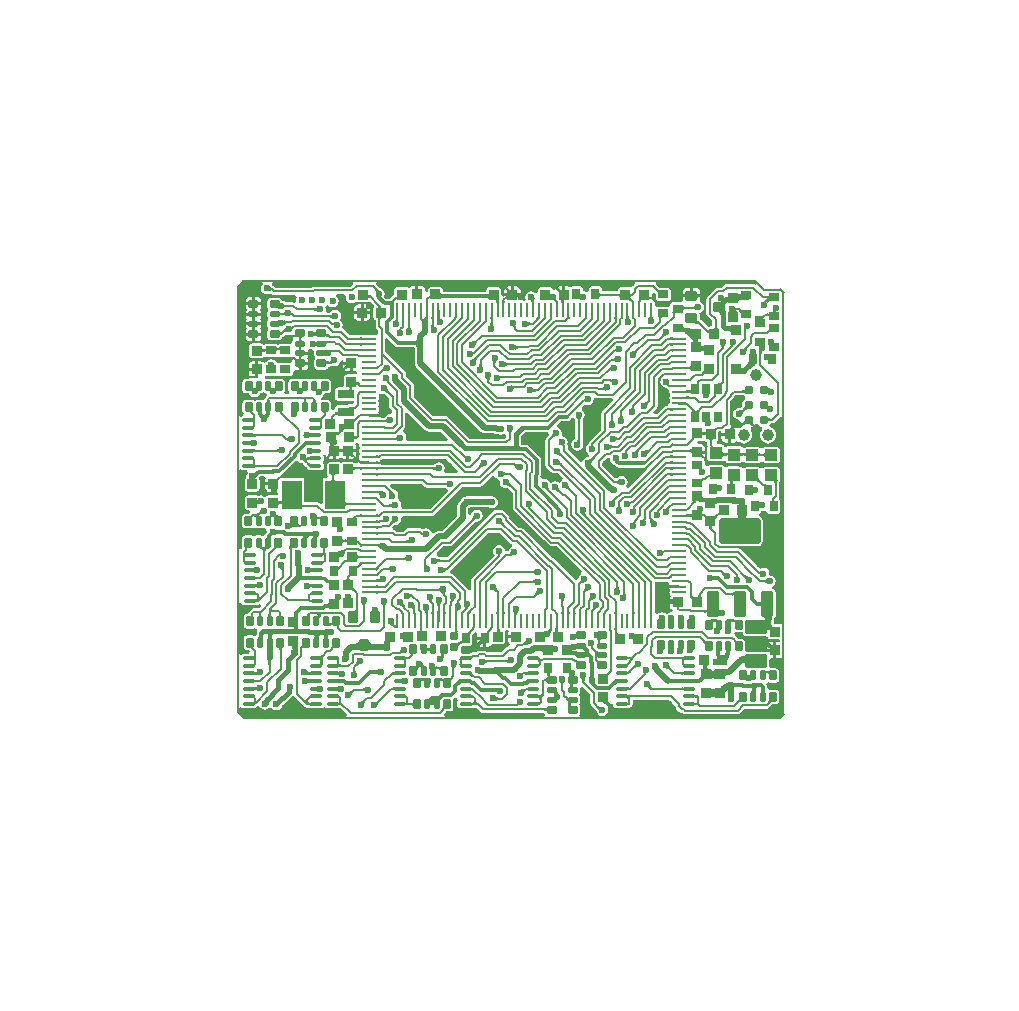
<source format=gtl>
G04*
G04 #@! TF.GenerationSoftware,Altium Limited,Altium Designer,22.1.2 (22)*
G04*
G04 Layer_Physical_Order=1*
G04 Layer_Color=255*
%FSLAX25Y25*%
%MOIN*%
G70*
G04*
G04 #@! TF.SameCoordinates,AA89485F-E9C4-495D-BB32-9FCCB39CE94D*
G04*
G04*
G04 #@! TF.FilePolarity,Positive*
G04*
G01*
G75*
%ADD10C,0.00984*%
%ADD11C,0.00787*%
%ADD17O,0.04331X0.01181*%
%ADD18O,0.00866X0.05118*%
%ADD19O,0.05118X0.00866*%
G04:AMPARAMS|DCode=20|XSize=33.47mil|YSize=33.47mil|CornerRadius=3.35mil|HoleSize=0mil|Usage=FLASHONLY|Rotation=180.000|XOffset=0mil|YOffset=0mil|HoleType=Round|Shape=RoundedRectangle|*
%AMROUNDEDRECTD20*
21,1,0.03347,0.02677,0,0,180.0*
21,1,0.02677,0.03347,0,0,180.0*
1,1,0.00669,-0.01339,0.01339*
1,1,0.00669,0.01339,0.01339*
1,1,0.00669,0.01339,-0.01339*
1,1,0.00669,-0.01339,-0.01339*
%
%ADD20ROUNDEDRECTD20*%
G04:AMPARAMS|DCode=21|XSize=33.47mil|YSize=33.47mil|CornerRadius=3.35mil|HoleSize=0mil|Usage=FLASHONLY|Rotation=270.000|XOffset=0mil|YOffset=0mil|HoleType=Round|Shape=RoundedRectangle|*
%AMROUNDEDRECTD21*
21,1,0.03347,0.02677,0,0,270.0*
21,1,0.02677,0.03347,0,0,270.0*
1,1,0.00669,-0.01339,-0.01339*
1,1,0.00669,-0.01339,0.01339*
1,1,0.00669,0.01339,0.01339*
1,1,0.00669,0.01339,-0.01339*
%
%ADD21ROUNDEDRECTD21*%
G04:AMPARAMS|DCode=22|XSize=39.37mil|YSize=43.31mil|CornerRadius=3.94mil|HoleSize=0mil|Usage=FLASHONLY|Rotation=270.000|XOffset=0mil|YOffset=0mil|HoleType=Round|Shape=RoundedRectangle|*
%AMROUNDEDRECTD22*
21,1,0.03937,0.03543,0,0,270.0*
21,1,0.03150,0.04331,0,0,270.0*
1,1,0.00787,-0.01772,-0.01575*
1,1,0.00787,-0.01772,0.01575*
1,1,0.00787,0.01772,0.01575*
1,1,0.00787,0.01772,-0.01575*
%
%ADD22ROUNDEDRECTD22*%
G04:AMPARAMS|DCode=23|XSize=27.56mil|YSize=36.22mil|CornerRadius=2.76mil|HoleSize=0mil|Usage=FLASHONLY|Rotation=180.000|XOffset=0mil|YOffset=0mil|HoleType=Round|Shape=RoundedRectangle|*
%AMROUNDEDRECTD23*
21,1,0.02756,0.03071,0,0,180.0*
21,1,0.02205,0.03622,0,0,180.0*
1,1,0.00551,-0.01102,0.01535*
1,1,0.00551,0.01102,0.01535*
1,1,0.00551,0.01102,-0.01535*
1,1,0.00551,-0.01102,-0.01535*
%
%ADD23ROUNDEDRECTD23*%
G04:AMPARAMS|DCode=24|XSize=27.56mil|YSize=36.22mil|CornerRadius=2.76mil|HoleSize=0mil|Usage=FLASHONLY|Rotation=90.000|XOffset=0mil|YOffset=0mil|HoleType=Round|Shape=RoundedRectangle|*
%AMROUNDEDRECTD24*
21,1,0.02756,0.03071,0,0,90.0*
21,1,0.02205,0.03622,0,0,90.0*
1,1,0.00551,0.01535,0.01102*
1,1,0.00551,0.01535,-0.01102*
1,1,0.00551,-0.01535,-0.01102*
1,1,0.00551,-0.01535,0.01102*
%
%ADD24ROUNDEDRECTD24*%
G04:AMPARAMS|DCode=25|XSize=35.43mil|YSize=37.4mil|CornerRadius=3.54mil|HoleSize=0mil|Usage=FLASHONLY|Rotation=270.000|XOffset=0mil|YOffset=0mil|HoleType=Round|Shape=RoundedRectangle|*
%AMROUNDEDRECTD25*
21,1,0.03543,0.03032,0,0,270.0*
21,1,0.02835,0.03740,0,0,270.0*
1,1,0.00709,-0.01516,-0.01417*
1,1,0.00709,-0.01516,0.01417*
1,1,0.00709,0.01516,0.01417*
1,1,0.00709,0.01516,-0.01417*
%
%ADD25ROUNDEDRECTD25*%
G04:AMPARAMS|DCode=26|XSize=35.43mil|YSize=37.4mil|CornerRadius=3.54mil|HoleSize=0mil|Usage=FLASHONLY|Rotation=270.000|XOffset=0mil|YOffset=0mil|HoleType=Round|Shape=RoundedRectangle|*
%AMROUNDEDRECTD26*
21,1,0.03543,0.03032,0,0,270.0*
21,1,0.02835,0.03740,0,0,270.0*
1,1,0.00709,-0.01516,-0.01417*
1,1,0.00709,-0.01516,0.01417*
1,1,0.00709,0.01516,0.01417*
1,1,0.00709,0.01516,-0.01417*
%
%ADD26ROUNDEDRECTD26*%
%ADD27R,0.06693X0.09449*%
G04:AMPARAMS|DCode=28|XSize=23.62mil|YSize=35.43mil|CornerRadius=2.36mil|HoleSize=0mil|Usage=FLASHONLY|Rotation=180.000|XOffset=0mil|YOffset=0mil|HoleType=Round|Shape=RoundedRectangle|*
%AMROUNDEDRECTD28*
21,1,0.02362,0.03071,0,0,180.0*
21,1,0.01890,0.03543,0,0,180.0*
1,1,0.00472,-0.00945,0.01535*
1,1,0.00472,0.00945,0.01535*
1,1,0.00472,0.00945,-0.01535*
1,1,0.00472,-0.00945,-0.01535*
%
%ADD28ROUNDEDRECTD28*%
G04:AMPARAMS|DCode=29|XSize=25.59mil|YSize=31.5mil|CornerRadius=2.56mil|HoleSize=0mil|Usage=FLASHONLY|Rotation=0.000|XOffset=0mil|YOffset=0mil|HoleType=Round|Shape=RoundedRectangle|*
%AMROUNDEDRECTD29*
21,1,0.02559,0.02638,0,0,0.0*
21,1,0.02047,0.03150,0,0,0.0*
1,1,0.00512,0.01024,-0.01319*
1,1,0.00512,-0.01024,-0.01319*
1,1,0.00512,-0.01024,0.01319*
1,1,0.00512,0.01024,0.01319*
%
%ADD29ROUNDEDRECTD29*%
G04:AMPARAMS|DCode=30|XSize=17.72mil|YSize=31.5mil|CornerRadius=1.77mil|HoleSize=0mil|Usage=FLASHONLY|Rotation=0.000|XOffset=0mil|YOffset=0mil|HoleType=Round|Shape=RoundedRectangle|*
%AMROUNDEDRECTD30*
21,1,0.01772,0.02795,0,0,0.0*
21,1,0.01417,0.03150,0,0,0.0*
1,1,0.00354,0.00709,-0.01398*
1,1,0.00354,-0.00709,-0.01398*
1,1,0.00354,-0.00709,0.01398*
1,1,0.00354,0.00709,0.01398*
%
%ADD30ROUNDEDRECTD30*%
G04:AMPARAMS|DCode=31|XSize=35.83mil|YSize=33.47mil|CornerRadius=3.35mil|HoleSize=0mil|Usage=FLASHONLY|Rotation=270.000|XOffset=0mil|YOffset=0mil|HoleType=Round|Shape=RoundedRectangle|*
%AMROUNDEDRECTD31*
21,1,0.03583,0.02677,0,0,270.0*
21,1,0.02913,0.03347,0,0,270.0*
1,1,0.00669,-0.01339,-0.01457*
1,1,0.00669,-0.01339,0.01457*
1,1,0.00669,0.01339,0.01457*
1,1,0.00669,0.01339,-0.01457*
%
%ADD31ROUNDEDRECTD31*%
G04:AMPARAMS|DCode=32|XSize=35.43mil|YSize=37.4mil|CornerRadius=3.54mil|HoleSize=0mil|Usage=FLASHONLY|Rotation=180.000|XOffset=0mil|YOffset=0mil|HoleType=Round|Shape=RoundedRectangle|*
%AMROUNDEDRECTD32*
21,1,0.03543,0.03032,0,0,180.0*
21,1,0.02835,0.03740,0,0,180.0*
1,1,0.00709,-0.01417,0.01516*
1,1,0.00709,0.01417,0.01516*
1,1,0.00709,0.01417,-0.01516*
1,1,0.00709,-0.01417,-0.01516*
%
%ADD32ROUNDEDRECTD32*%
G04:AMPARAMS|DCode=33|XSize=35.43mil|YSize=37.4mil|CornerRadius=3.54mil|HoleSize=0mil|Usage=FLASHONLY|Rotation=180.000|XOffset=0mil|YOffset=0mil|HoleType=Round|Shape=RoundedRectangle|*
%AMROUNDEDRECTD33*
21,1,0.03543,0.03032,0,0,180.0*
21,1,0.02835,0.03740,0,0,180.0*
1,1,0.00709,-0.01417,0.01516*
1,1,0.00709,0.01417,0.01516*
1,1,0.00709,0.01417,-0.01516*
1,1,0.00709,-0.01417,-0.01516*
%
%ADD33ROUNDEDRECTD33*%
G04:AMPARAMS|DCode=34|XSize=25.59mil|YSize=31.5mil|CornerRadius=2.56mil|HoleSize=0mil|Usage=FLASHONLY|Rotation=270.000|XOffset=0mil|YOffset=0mil|HoleType=Round|Shape=RoundedRectangle|*
%AMROUNDEDRECTD34*
21,1,0.02559,0.02638,0,0,270.0*
21,1,0.02047,0.03150,0,0,270.0*
1,1,0.00512,-0.01319,-0.01024*
1,1,0.00512,-0.01319,0.01024*
1,1,0.00512,0.01319,0.01024*
1,1,0.00512,0.01319,-0.01024*
%
%ADD34ROUNDEDRECTD34*%
G04:AMPARAMS|DCode=35|XSize=17.72mil|YSize=31.5mil|CornerRadius=1.77mil|HoleSize=0mil|Usage=FLASHONLY|Rotation=270.000|XOffset=0mil|YOffset=0mil|HoleType=Round|Shape=RoundedRectangle|*
%AMROUNDEDRECTD35*
21,1,0.01772,0.02795,0,0,270.0*
21,1,0.01417,0.03150,0,0,270.0*
1,1,0.00354,-0.01398,-0.00709*
1,1,0.00354,-0.01398,0.00709*
1,1,0.00354,0.01398,0.00709*
1,1,0.00354,0.01398,-0.00709*
%
%ADD35ROUNDEDRECTD35*%
G04:AMPARAMS|DCode=36|XSize=27.56mil|YSize=55.12mil|CornerRadius=2.76mil|HoleSize=0mil|Usage=FLASHONLY|Rotation=270.000|XOffset=0mil|YOffset=0mil|HoleType=Round|Shape=RoundedRectangle|*
%AMROUNDEDRECTD36*
21,1,0.02756,0.04961,0,0,270.0*
21,1,0.02205,0.05512,0,0,270.0*
1,1,0.00551,-0.02480,-0.01102*
1,1,0.00551,-0.02480,0.01102*
1,1,0.00551,0.02480,0.01102*
1,1,0.00551,0.02480,-0.01102*
%
%ADD36ROUNDEDRECTD36*%
G04:AMPARAMS|DCode=37|XSize=27.56mil|YSize=23.62mil|CornerRadius=2.36mil|HoleSize=0mil|Usage=FLASHONLY|Rotation=180.000|XOffset=0mil|YOffset=0mil|HoleType=Round|Shape=RoundedRectangle|*
%AMROUNDEDRECTD37*
21,1,0.02756,0.01890,0,0,180.0*
21,1,0.02284,0.02362,0,0,180.0*
1,1,0.00472,-0.01142,0.00945*
1,1,0.00472,0.01142,0.00945*
1,1,0.00472,0.01142,-0.00945*
1,1,0.00472,-0.01142,-0.00945*
%
%ADD37ROUNDEDRECTD37*%
G04:AMPARAMS|DCode=38|XSize=43.31mil|YSize=84.65mil|CornerRadius=4.33mil|HoleSize=0mil|Usage=FLASHONLY|Rotation=0.000|XOffset=0mil|YOffset=0mil|HoleType=Round|Shape=RoundedRectangle|*
%AMROUNDEDRECTD38*
21,1,0.04331,0.07598,0,0,0.0*
21,1,0.03465,0.08465,0,0,0.0*
1,1,0.00866,0.01732,-0.03799*
1,1,0.00866,-0.01732,-0.03799*
1,1,0.00866,-0.01732,0.03799*
1,1,0.00866,0.01732,0.03799*
%
%ADD38ROUNDEDRECTD38*%
G04:AMPARAMS|DCode=39|XSize=43.31mil|YSize=84.65mil|CornerRadius=4.33mil|HoleSize=0mil|Usage=FLASHONLY|Rotation=0.000|XOffset=0mil|YOffset=0mil|HoleType=Round|Shape=RoundedRectangle|*
%AMROUNDEDRECTD39*
21,1,0.04331,0.07599,0,0,0.0*
21,1,0.03465,0.08465,0,0,0.0*
1,1,0.00866,0.01732,-0.03799*
1,1,0.00866,-0.01732,-0.03799*
1,1,0.00866,-0.01732,0.03799*
1,1,0.00866,0.01732,0.03799*
%
%ADD39ROUNDEDRECTD39*%
G04:AMPARAMS|DCode=40|XSize=137.8mil|YSize=84.65mil|CornerRadius=8.47mil|HoleSize=0mil|Usage=FLASHONLY|Rotation=0.000|XOffset=0mil|YOffset=0mil|HoleType=Round|Shape=RoundedRectangle|*
%AMROUNDEDRECTD40*
21,1,0.13780,0.06772,0,0,0.0*
21,1,0.12087,0.08465,0,0,0.0*
1,1,0.01693,0.06043,-0.03386*
1,1,0.01693,-0.06043,-0.03386*
1,1,0.01693,-0.06043,0.03386*
1,1,0.01693,0.06043,0.03386*
%
%ADD40ROUNDEDRECTD40*%
G04:AMPARAMS|DCode=41|XSize=70.87mil|YSize=45.28mil|CornerRadius=4.53mil|HoleSize=0mil|Usage=FLASHONLY|Rotation=0.000|XOffset=0mil|YOffset=0mil|HoleType=Round|Shape=RoundedRectangle|*
%AMROUNDEDRECTD41*
21,1,0.07087,0.03622,0,0,0.0*
21,1,0.06181,0.04528,0,0,0.0*
1,1,0.00906,0.03091,-0.01811*
1,1,0.00906,-0.03091,-0.01811*
1,1,0.00906,-0.03091,0.01811*
1,1,0.00906,0.03091,0.01811*
%
%ADD41ROUNDEDRECTD41*%
G04:AMPARAMS|DCode=42|XSize=35.83mil|YSize=33.47mil|CornerRadius=3.35mil|HoleSize=0mil|Usage=FLASHONLY|Rotation=180.000|XOffset=0mil|YOffset=0mil|HoleType=Round|Shape=RoundedRectangle|*
%AMROUNDEDRECTD42*
21,1,0.03583,0.02677,0,0,180.0*
21,1,0.02913,0.03347,0,0,180.0*
1,1,0.00669,-0.01457,0.01339*
1,1,0.00669,0.01457,0.01339*
1,1,0.00669,0.01457,-0.01339*
1,1,0.00669,-0.01457,-0.01339*
%
%ADD42ROUNDEDRECTD42*%
%ADD72R,0.01968X0.01968*%
%ADD73C,0.03100*%
G04:AMPARAMS|DCode=74|XSize=7.87mil|YSize=37.01mil|CornerRadius=3.94mil|HoleSize=0mil|Usage=FLASHONLY|Rotation=225.000|XOffset=0mil|YOffset=0mil|HoleType=Round|Shape=RoundedRectangle|*
%AMROUNDEDRECTD74*
21,1,0.00787,0.02913,0,0,225.0*
21,1,0.00000,0.03701,0,0,225.0*
1,1,0.00787,-0.01030,0.01030*
1,1,0.00787,-0.01030,0.01030*
1,1,0.00787,0.01030,-0.01030*
1,1,0.00787,0.01030,-0.01030*
%
%ADD74ROUNDEDRECTD74*%
G04:AMPARAMS|DCode=75|XSize=7.87mil|YSize=22.84mil|CornerRadius=3.94mil|HoleSize=0mil|Usage=FLASHONLY|Rotation=135.000|XOffset=0mil|YOffset=0mil|HoleType=Round|Shape=RoundedRectangle|*
%AMROUNDEDRECTD75*
21,1,0.00787,0.01496,0,0,135.0*
21,1,0.00000,0.02284,0,0,135.0*
1,1,0.00787,0.00529,0.00529*
1,1,0.00787,0.00529,0.00529*
1,1,0.00787,-0.00529,-0.00529*
1,1,0.00787,-0.00529,-0.00529*
%
%ADD75ROUNDEDRECTD75*%
G04:AMPARAMS|DCode=76|XSize=7.87mil|YSize=21.65mil|CornerRadius=3.94mil|HoleSize=0mil|Usage=FLASHONLY|Rotation=45.000|XOffset=0mil|YOffset=0mil|HoleType=Round|Shape=RoundedRectangle|*
%AMROUNDEDRECTD76*
21,1,0.00787,0.01378,0,0,45.0*
21,1,0.00000,0.02165,0,0,45.0*
1,1,0.00787,0.00487,-0.00487*
1,1,0.00787,0.00487,-0.00487*
1,1,0.00787,-0.00487,0.00487*
1,1,0.00787,-0.00487,0.00487*
%
%ADD76ROUNDEDRECTD76*%
G04:AMPARAMS|DCode=77|XSize=7.87mil|YSize=47.24mil|CornerRadius=3.94mil|HoleSize=0mil|Usage=FLASHONLY|Rotation=45.000|XOffset=0mil|YOffset=0mil|HoleType=Round|Shape=RoundedRectangle|*
%AMROUNDEDRECTD77*
21,1,0.00787,0.03937,0,0,45.0*
21,1,0.00000,0.04724,0,0,45.0*
1,1,0.00787,0.01392,-0.01392*
1,1,0.00787,0.01392,-0.01392*
1,1,0.00787,-0.01392,0.01392*
1,1,0.00787,-0.01392,0.01392*
%
%ADD77ROUNDEDRECTD77*%
G04:AMPARAMS|DCode=78|XSize=7.87mil|YSize=62.99mil|CornerRadius=3.94mil|HoleSize=0mil|Usage=FLASHONLY|Rotation=270.000|XOffset=0mil|YOffset=0mil|HoleType=Round|Shape=RoundedRectangle|*
%AMROUNDEDRECTD78*
21,1,0.00787,0.05512,0,0,270.0*
21,1,0.00000,0.06299,0,0,270.0*
1,1,0.00787,-0.02756,0.00000*
1,1,0.00787,-0.02756,0.00000*
1,1,0.00787,0.02756,0.00000*
1,1,0.00787,0.02756,0.00000*
%
%ADD78ROUNDEDRECTD78*%
G04:AMPARAMS|DCode=79|XSize=7.87mil|YSize=31.5mil|CornerRadius=3.94mil|HoleSize=0mil|Usage=FLASHONLY|Rotation=315.000|XOffset=0mil|YOffset=0mil|HoleType=Round|Shape=RoundedRectangle|*
%AMROUNDEDRECTD79*
21,1,0.00787,0.02362,0,0,315.0*
21,1,0.00000,0.03150,0,0,315.0*
1,1,0.00787,-0.00835,-0.00835*
1,1,0.00787,-0.00835,-0.00835*
1,1,0.00787,0.00835,0.00835*
1,1,0.00787,0.00835,0.00835*
%
%ADD79ROUNDEDRECTD79*%
G04:AMPARAMS|DCode=80|XSize=7.87mil|YSize=1712.6mil|CornerRadius=3.94mil|HoleSize=0mil|Usage=FLASHONLY|Rotation=270.000|XOffset=0mil|YOffset=0mil|HoleType=Round|Shape=RoundedRectangle|*
%AMROUNDEDRECTD80*
21,1,0.00787,1.70472,0,0,270.0*
21,1,0.00000,1.71260,0,0,270.0*
1,1,0.00787,-0.85236,0.00000*
1,1,0.00787,-0.85236,0.00000*
1,1,0.00787,0.85236,0.00000*
1,1,0.00787,0.85236,0.00000*
%
%ADD80ROUNDEDRECTD80*%
G04:AMPARAMS|DCode=81|XSize=7.87mil|YSize=1413.39mil|CornerRadius=3.94mil|HoleSize=0mil|Usage=FLASHONLY|Rotation=180.000|XOffset=0mil|YOffset=0mil|HoleType=Round|Shape=RoundedRectangle|*
%AMROUNDEDRECTD81*
21,1,0.00787,1.40551,0,0,180.0*
21,1,0.00000,1.41339,0,0,180.0*
1,1,0.00787,0.00000,0.70276*
1,1,0.00787,0.00000,0.70276*
1,1,0.00787,0.00000,-0.70276*
1,1,0.00787,0.00000,-0.70276*
%
%ADD81ROUNDEDRECTD81*%
G04:AMPARAMS|DCode=82|XSize=7.87mil|YSize=1795.28mil|CornerRadius=3.94mil|HoleSize=0mil|Usage=FLASHONLY|Rotation=270.000|XOffset=0mil|YOffset=0mil|HoleType=Round|Shape=RoundedRectangle|*
%AMROUNDEDRECTD82*
21,1,0.00787,1.78740,0,0,270.0*
21,1,0.00000,1.79528,0,0,270.0*
1,1,0.00787,-0.89370,0.00000*
1,1,0.00787,-0.89370,0.00000*
1,1,0.00787,0.89370,0.00000*
1,1,0.00787,0.89370,0.00000*
%
%ADD82ROUNDEDRECTD82*%
G04:AMPARAMS|DCode=83|XSize=7.87mil|YSize=1424.8mil|CornerRadius=3.94mil|HoleSize=0mil|Usage=FLASHONLY|Rotation=180.000|XOffset=0mil|YOffset=0mil|HoleType=Round|Shape=RoundedRectangle|*
%AMROUNDEDRECTD83*
21,1,0.00787,1.41693,0,0,180.0*
21,1,0.00000,1.42480,0,0,180.0*
1,1,0.00787,0.00000,0.70847*
1,1,0.00787,0.00000,0.70847*
1,1,0.00787,0.00000,-0.70847*
1,1,0.00787,0.00000,-0.70847*
%
%ADD83ROUNDEDRECTD83*%
G04:AMPARAMS|DCode=84|XSize=9.84mil|YSize=27.56mil|CornerRadius=4.92mil|HoleSize=0mil|Usage=FLASHONLY|Rotation=180.000|XOffset=0mil|YOffset=0mil|HoleType=Round|Shape=RoundedRectangle|*
%AMROUNDEDRECTD84*
21,1,0.00984,0.01772,0,0,180.0*
21,1,0.00000,0.02756,0,0,180.0*
1,1,0.00984,0.00000,0.00886*
1,1,0.00984,0.00000,0.00886*
1,1,0.00984,0.00000,-0.00886*
1,1,0.00984,0.00000,-0.00886*
%
%ADD84ROUNDEDRECTD84*%
%ADD85C,0.01968*%
%ADD86C,0.01181*%
%ADD87C,0.01575*%
%ADD88C,0.03900*%
%ADD89C,0.02362*%
G36*
X173708Y145615D02*
X173206Y145003D01*
X172902Y145207D01*
X172441Y145299D01*
X172441Y145299D01*
X163681D01*
X163220Y145207D01*
X162830Y144946D01*
X162001Y144118D01*
X160636D01*
X160636Y144118D01*
X160175Y144026D01*
X159784Y143765D01*
X157200Y141180D01*
X156939Y140790D01*
X156847Y140329D01*
X156847Y140329D01*
Y135447D01*
X156847Y135447D01*
X156939Y134986D01*
X157200Y134595D01*
X158786Y133009D01*
Y131223D01*
X158071D01*
X157633Y131136D01*
X157444Y131009D01*
X156904Y131549D01*
X156904Y131549D01*
X156904Y131549D01*
X155121Y133332D01*
X154730Y133593D01*
X154530Y133633D01*
Y135276D01*
X154451Y135674D01*
X154804Y135744D01*
X155455Y136179D01*
X155890Y136830D01*
X156043Y137598D01*
X155890Y138366D01*
X155455Y139018D01*
X154804Y139453D01*
X154660Y139481D01*
X154747Y139921D01*
Y140839D01*
X153890D01*
X153831Y140803D01*
X153775Y140752D01*
X153735Y140693D01*
X153711Y140626D01*
X153703Y140551D01*
Y140839D01*
X151850D01*
X149998D01*
Y140551D01*
X149990Y140626D01*
X149966Y140693D01*
X149926Y140752D01*
X149870Y140803D01*
X149811Y140839D01*
X148954D01*
Y140061D01*
X148914Y139884D01*
X148276Y139293D01*
X145709D01*
X145294Y139210D01*
X144942Y138975D01*
X144707Y138623D01*
X144670Y138435D01*
X144600Y138192D01*
X144055Y137816D01*
X140984D01*
X140569Y137733D01*
X140418Y137632D01*
X139748Y137884D01*
X139630Y137981D01*
Y138740D01*
X139535Y139216D01*
X139266Y139620D01*
X138862Y139890D01*
X138541Y139954D01*
X138644Y140472D01*
Y142059D01*
X139347Y142364D01*
X139900Y141927D01*
Y140827D01*
X139983Y140412D01*
X140218Y140060D01*
X140569Y139825D01*
X140984Y139743D01*
X144055D01*
X144470Y139825D01*
X144821Y140060D01*
X145056Y140412D01*
X145139Y140827D01*
Y143031D01*
X145056Y143446D01*
X144821Y143798D01*
X144470Y144033D01*
X144055Y144115D01*
X141547D01*
X141535Y144118D01*
X141535Y144118D01*
X141207D01*
X139889Y145436D01*
X139937Y145771D01*
X140167Y146224D01*
X173064Y146260D01*
X173708Y145615D01*
D02*
G37*
G36*
X132981Y145791D02*
X133038Y145429D01*
X132808Y145198D01*
X132725Y145143D01*
X132725Y145143D01*
X132239Y144657D01*
X131501Y144207D01*
X131063Y144294D01*
X128386D01*
X127948Y144207D01*
X127577Y143959D01*
X127329Y143587D01*
X127242Y143150D01*
Y142846D01*
X121970D01*
Y143563D01*
X121887Y143978D01*
X121652Y144329D01*
X121301Y144564D01*
X120886Y144647D01*
X118681D01*
X118266Y144564D01*
X117915Y144329D01*
X117680Y143978D01*
X117597Y143563D01*
Y143083D01*
X117591Y143077D01*
X116810Y142734D01*
X116418Y142996D01*
X115670Y143145D01*
Y143563D01*
X115588Y143978D01*
X115353Y144329D01*
X115001Y144564D01*
X114587Y144647D01*
X112382D01*
X111967Y144564D01*
X111616Y144329D01*
X111385Y144283D01*
X111170Y144427D01*
X110650Y144530D01*
X109811D01*
Y141831D01*
X108811D01*
Y144530D01*
X107973D01*
X107452Y144427D01*
X107010Y144132D01*
X106715Y143690D01*
X106006Y143491D01*
X105616Y143578D01*
X105426Y143696D01*
X105238Y143978D01*
X104867Y144226D01*
X104429Y144313D01*
X101752D01*
X101314Y144226D01*
X100943Y143978D01*
X100695Y143607D01*
X100608Y143169D01*
Y142639D01*
X99967Y142408D01*
X99821Y142380D01*
X99193Y142799D01*
X98425Y142952D01*
X97657Y142799D01*
X97006Y142364D01*
X96571Y141713D01*
X96418Y140945D01*
X96472Y140673D01*
X96528Y140233D01*
X95938Y139721D01*
X95555Y139890D01*
X95079Y139985D01*
X94884Y140749D01*
Y141331D01*
X94156D01*
X93914Y140962D01*
X93894Y141052D01*
X93863Y141133D01*
X93857Y141143D01*
X93849Y141118D01*
X93840Y141043D01*
Y141172D01*
X93822Y141204D01*
X93769Y141266D01*
X93706Y141318D01*
X93685Y141331D01*
X92185D01*
X89486D01*
Y140942D01*
X89481Y140931D01*
X89235Y140883D01*
X88447Y141532D01*
Y143169D01*
X88360Y143607D01*
X88112Y143978D01*
X87741Y144226D01*
X87303Y144313D01*
X84626D01*
X84188Y144226D01*
X83817Y143978D01*
X83569Y143607D01*
X83482Y143169D01*
Y142656D01*
X83454Y142652D01*
X83378Y142645D01*
X69082D01*
X69007Y142652D01*
X68979Y142656D01*
Y143268D01*
X68892Y143706D01*
X68644Y144077D01*
X68273Y144325D01*
X67835Y144412D01*
X65158D01*
X64720Y144325D01*
X64349Y144077D01*
X64101Y143706D01*
X64013Y143268D01*
Y142810D01*
X63762Y142641D01*
X62975Y143061D01*
Y143268D01*
X62871Y143789D01*
X62576Y144230D01*
X62135Y144525D01*
X61614Y144629D01*
X60776D01*
Y143772D01*
X60811Y143713D01*
X60862Y143657D01*
X60921Y143617D01*
X60988Y143593D01*
X61063Y143585D01*
X60776D01*
Y141929D01*
X59776D01*
Y143585D01*
X59488D01*
X59563Y143593D01*
X59630Y143617D01*
X59689Y143657D01*
X59740Y143713D01*
X59776Y143772D01*
Y144629D01*
X58937D01*
X58416Y144525D01*
X58241Y144408D01*
X57581Y143978D01*
X57209Y144226D01*
X56772Y144313D01*
X53858D01*
X53421Y144226D01*
X53049Y143978D01*
X52801Y143607D01*
X52714Y143169D01*
Y141708D01*
X52492Y141664D01*
X52101Y141403D01*
X51862Y141045D01*
X51100Y140283D01*
X50144D01*
X49303Y141124D01*
X49394Y141259D01*
X49546Y142027D01*
X49394Y142796D01*
X48959Y143447D01*
X48307Y143882D01*
X48218Y143900D01*
X48085Y143968D01*
X48028Y144001D01*
X47886Y144095D01*
X47839Y144130D01*
X47774Y144185D01*
X46625Y145334D01*
X46910Y146122D01*
X132755Y146216D01*
X132981Y145791D01*
D02*
G37*
G36*
X39176Y145326D02*
X38263Y144413D01*
X25929D01*
X25468Y144321D01*
X25164Y144118D01*
X13300D01*
X12970Y144448D01*
X12579Y144709D01*
X12283Y144768D01*
X12239Y144784D01*
X12078Y144997D01*
X11881Y145355D01*
X12223Y146084D01*
X38877Y146113D01*
X39176Y145326D01*
D02*
G37*
G36*
X11449Y144313D02*
X11496Y144245D01*
X11549Y144185D01*
X11610Y144133D01*
X11677Y144090D01*
X11752Y144054D01*
X11833Y144026D01*
X11921Y144006D01*
X12016Y143994D01*
X12118Y143990D01*
X11998Y143203D01*
X11879Y143200D01*
X11655Y143179D01*
X11550Y143161D01*
X11451Y143137D01*
X11356Y143108D01*
X11266Y143074D01*
X11182Y143035D01*
X11102Y142991D01*
X11027Y142941D01*
X11409Y144388D01*
X11449Y144313D01*
D02*
G37*
G36*
X47179Y143636D02*
X47339Y143501D01*
X47424Y143438D01*
X47604Y143319D01*
X47700Y143263D01*
X47901Y143160D01*
X48007Y143112D01*
X46468Y142525D01*
X46507Y142621D01*
X46532Y142716D01*
X46545Y142809D01*
X46544Y142901D01*
X46531Y142992D01*
X46505Y143081D01*
X46466Y143170D01*
X46414Y143257D01*
X46349Y143343D01*
X46272Y143427D01*
X47105Y143708D01*
X47179Y143636D01*
D02*
G37*
G36*
X107533Y143876D02*
X107838Y143614D01*
X107969Y143521D01*
X108087Y143453D01*
X108190Y143410D01*
X108279Y143391D01*
X108354Y143398D01*
X108415Y143430D01*
X108462Y143486D01*
X107656Y142089D01*
X107686Y142163D01*
X107697Y142245D01*
X107688Y142335D01*
X107660Y142433D01*
X107613Y142541D01*
X107546Y142656D01*
X107461Y142780D01*
X107355Y142913D01*
X107231Y143054D01*
X107087Y143203D01*
X107360Y144044D01*
X107533Y143876D01*
D02*
G37*
G36*
X168436Y141733D02*
X168643Y141718D01*
X168892Y141712D01*
Y140138D01*
X168586Y140130D01*
X168313Y140106D01*
X168072Y140067D01*
X167864Y140012D01*
X167688Y139942D01*
X167546Y139855D01*
X167436Y139753D01*
X167358Y139635D01*
X167314Y139502D01*
X167302Y139353D01*
X167280Y140141D01*
X166798Y140138D01*
Y141712D01*
X167109Y141720D01*
X167236Y141731D01*
X167221Y142280D01*
X167306Y142172D01*
X167409Y142076D01*
X167531Y141990D01*
X167670Y141917D01*
X167828Y141854D01*
X167857Y141846D01*
X168015Y141909D01*
X168156Y141996D01*
X168264Y142098D01*
X168338Y142217D01*
X168378Y142350D01*
X168385Y142500D01*
X168436Y141733D01*
D02*
G37*
G36*
X131388Y142354D02*
X131412Y142287D01*
X131452Y142228D01*
X131508Y142177D01*
X131580Y142134D01*
X131668Y142098D01*
X131772Y142071D01*
X131892Y142051D01*
X132027Y142039D01*
X132179Y142035D01*
Y141248D01*
X132027Y141244D01*
X131892Y141232D01*
X131772Y141213D01*
X131668Y141185D01*
X131580Y141150D01*
X131508Y141106D01*
X131452Y141055D01*
X131424Y141013D01*
X131480Y140916D01*
X131567Y140791D01*
X131674Y140657D01*
X131949Y140360D01*
X131608Y139587D01*
X131436Y139753D01*
X131132Y140014D01*
X131001Y140107D01*
X130883Y140176D01*
X130778Y140221D01*
X130687Y140241D01*
X130610Y140237D01*
X130545Y140208D01*
X130495Y140155D01*
X131380Y141474D01*
X131346Y141404D01*
X131333Y141325D01*
X131339Y141236D01*
X131366Y141139D01*
X131380Y141107D01*
Y142429D01*
X131388Y142354D01*
D02*
G37*
G36*
X86563Y142412D02*
X86589Y142380D01*
X86630Y142332D01*
X87389Y141553D01*
X86833Y140996D01*
X85957Y141831D01*
X86555Y142428D01*
X86563Y142412D01*
D02*
G37*
G36*
X128069Y140854D02*
X128061Y140929D01*
X128037Y140996D01*
X127997Y141055D01*
X127941Y141106D01*
X127869Y141150D01*
X127781Y141185D01*
X127677Y141213D01*
X127557Y141232D01*
X127421Y141244D01*
X127269Y141248D01*
Y142035D01*
X127421Y142039D01*
X127557Y142051D01*
X127677Y142071D01*
X127781Y142098D01*
X127869Y142134D01*
X127941Y142177D01*
X127997Y142228D01*
X128037Y142287D01*
X128061Y142354D01*
X128069Y142429D01*
Y140854D01*
D02*
G37*
G36*
X121151Y142354D02*
X121175Y142287D01*
X121215Y142228D01*
X121271Y142177D01*
X121343Y142134D01*
X121431Y142098D01*
X121534Y142071D01*
X121654Y142051D01*
X121790Y142039D01*
X121942Y142035D01*
Y141248D01*
X121790Y141244D01*
X121654Y141232D01*
X121534Y141213D01*
X121431Y141185D01*
X121343Y141150D01*
X121271Y141106D01*
X121215Y141055D01*
X121175Y140996D01*
X121151Y140929D01*
X121143Y140854D01*
Y142429D01*
X121151Y142354D01*
D02*
G37*
G36*
X66555Y141440D02*
X66529Y141432D01*
X66493Y141410D01*
X66445Y141376D01*
X66387Y141329D01*
X66145Y141112D01*
X65804Y140779D01*
X65247Y141335D01*
X65371Y141460D01*
X65900Y142061D01*
X65908Y142086D01*
X66555Y141440D01*
D02*
G37*
G36*
X64841Y140612D02*
X64836Y140622D01*
X64822Y140631D01*
X64799Y140638D01*
X64767Y140645D01*
X64726Y140651D01*
X64617Y140659D01*
X64384Y140663D01*
Y141451D01*
X64471Y141451D01*
X64767Y141469D01*
X64799Y141476D01*
X64822Y141483D01*
X64836Y141492D01*
X64841Y141502D01*
Y140612D01*
D02*
G37*
G36*
X44103Y141784D02*
X44122Y141746D01*
X44153Y141714D01*
X44197Y141685D01*
X44253Y141660D01*
X44322Y141641D01*
X44403Y141625D01*
X44497Y141614D01*
X44604Y141608D01*
X44723Y141605D01*
Y140818D01*
X44604Y140816D01*
X44403Y140798D01*
X44322Y140783D01*
X44253Y140763D01*
X44197Y140739D01*
X44153Y140710D01*
X44122Y140677D01*
X44103Y140639D01*
X44096Y140598D01*
Y141826D01*
X44103Y141784D01*
D02*
G37*
G36*
X104670Y140427D02*
X104646Y140451D01*
X104612Y140472D01*
X104568Y140491D01*
X104514Y140507D01*
X104449Y140520D01*
X104375Y140531D01*
X104196Y140546D01*
X103976Y140551D01*
Y141339D01*
X104063Y141340D01*
X104214Y141354D01*
X104277Y141366D01*
X104332Y141381D01*
X104379Y141399D01*
X104418Y141421D01*
X104449Y141447D01*
X104472Y141475D01*
X104487Y141507D01*
X104670Y140427D01*
D02*
G37*
G36*
X68159Y142309D02*
X68192Y142209D01*
X68249Y142120D01*
X68331Y142043D01*
X68438Y141978D01*
X68570Y141925D01*
X68726Y141884D01*
X68908Y141854D01*
X69114Y141837D01*
X69345Y141831D01*
Y140650D01*
X69137Y140647D01*
X68621Y140603D01*
X68484Y140577D01*
X68365Y140545D01*
X68264Y140507D01*
X68181Y140463D01*
X68115Y140413D01*
X68067Y140358D01*
X68152Y142421D01*
X68159Y142309D01*
D02*
G37*
G36*
X84393Y140259D02*
X84334Y140334D01*
X84259Y140400D01*
X84169Y140458D01*
X84064Y140509D01*
X83944Y140552D01*
X83808Y140587D01*
X83658Y140614D01*
X83492Y140634D01*
X83312Y140646D01*
X83116Y140650D01*
Y141831D01*
X83347Y141837D01*
X83553Y141854D01*
X83734Y141884D01*
X83891Y141925D01*
X84022Y141978D01*
X84129Y142043D01*
X84211Y142120D01*
X84269Y142209D01*
X84301Y142309D01*
X84309Y142421D01*
X84393Y140259D01*
D02*
G37*
G36*
X137598Y141409D02*
X137614Y141342D01*
X137648Y141284D01*
X137701Y141232D01*
X137772Y141189D01*
X137861Y141154D01*
X137968Y141126D01*
X138094Y141106D01*
X138238Y141095D01*
X138400Y141091D01*
X138346Y140303D01*
X138204Y140302D01*
X137744Y140269D01*
X137656Y140255D01*
X137578Y140237D01*
X137511Y140217D01*
X137455Y140194D01*
X137409Y140169D01*
X137600Y141484D01*
X137598Y141409D01*
D02*
G37*
G36*
X53732Y140188D02*
X53733Y140182D01*
X53716Y140177D01*
X53681Y140173D01*
X53630Y140169D01*
X53109Y140158D01*
X52953Y140157D01*
Y140945D01*
X53071Y140947D01*
X53269Y140961D01*
X53347Y140974D01*
X53413Y140991D01*
X53465Y141011D01*
X53504Y141034D01*
X53530Y141062D01*
X53542Y141093D01*
X53541Y141128D01*
X53732Y140188D01*
D02*
G37*
G36*
X177440Y141259D02*
X177442Y141274D01*
X177440Y141376D01*
X177594Y139496D01*
X177546Y139519D01*
X177493Y139530D01*
X177435Y139528D01*
X177371Y139514D01*
X177307Y139488D01*
X177294Y139459D01*
X177265Y139367D01*
X177247Y139272D01*
X177242Y139175D01*
X177248Y139076D01*
X177267Y138975D01*
X177297Y138871D01*
X175817Y139608D01*
X175933Y139648D01*
X176151Y139738D01*
X176253Y139789D01*
X176444Y139900D01*
X176533Y139961D01*
X176697Y140092D01*
X176772Y140163D01*
X176872Y140116D01*
X176871Y140263D01*
X176987Y140384D01*
X177086Y140506D01*
X177048Y140516D01*
X176928Y140535D01*
X176793Y140547D01*
X176641Y140551D01*
Y141339D01*
X176793Y141342D01*
X176928Y141354D01*
X177048Y141374D01*
X177152Y141402D01*
X177240Y141437D01*
X177312Y141480D01*
X177368Y141531D01*
X177408Y141590D01*
X177432Y141657D01*
X177440Y141732D01*
Y141259D01*
D02*
G37*
G36*
X8871Y145439D02*
X8899Y145293D01*
X8480Y144666D01*
X8328Y143898D01*
X8480Y143130D01*
X8915Y142478D01*
X9567Y142043D01*
X10335Y141891D01*
X11103Y142043D01*
X11199Y142107D01*
X11950Y142062D01*
X12340Y141801D01*
X12801Y141709D01*
X12801Y141709D01*
X19770D01*
X20193Y140926D01*
X20040Y140157D01*
X20129Y139709D01*
X19902Y139441D01*
X19492Y139130D01*
X19156Y139196D01*
X19156Y139196D01*
X17852D01*
X17822Y139191D01*
X16745D01*
X16600Y139336D01*
X16209Y139597D01*
X16069Y139625D01*
X15772Y139823D01*
X15231Y139931D01*
X15195Y140112D01*
X14965Y140457D01*
X14620Y140688D01*
X14213Y140768D01*
X11575D01*
X11168Y140688D01*
X10823Y140457D01*
X10592Y140112D01*
X10511Y139705D01*
Y137657D01*
X10592Y137250D01*
X10801Y136640D01*
X10588Y136321D01*
X10513Y135945D01*
Y134528D01*
X10588Y134151D01*
X10801Y133832D01*
Y133491D01*
X10588Y133172D01*
X10513Y132795D01*
Y131378D01*
X10588Y131002D01*
X10801Y130683D01*
X10592Y130072D01*
X10511Y129665D01*
Y127618D01*
X10592Y127211D01*
X10823Y126866D01*
X11168Y126635D01*
X11575Y126554D01*
X14213D01*
X14620Y126635D01*
X14965Y126866D01*
X15195Y127211D01*
X15322Y127634D01*
X15783Y127726D01*
X16173Y127987D01*
X16748Y128562D01*
X17047Y128362D01*
X17815Y128209D01*
X18031Y128252D01*
X18355Y128104D01*
X18862Y127673D01*
X18915Y127403D01*
X19168Y127025D01*
X18911Y126640D01*
X18820Y126180D01*
Y125988D01*
X18739Y125865D01*
X18032Y125403D01*
X17972Y125415D01*
X14902D01*
X14487Y125332D01*
X14026Y125142D01*
X13564Y125332D01*
X13150Y125415D01*
X10079D01*
X9664Y125332D01*
X9312Y125097D01*
X8666Y125486D01*
X8228Y125573D01*
X7319D01*
X7242Y126361D01*
X7616Y126435D01*
X8031Y126713D01*
X8309Y127128D01*
X8406Y127618D01*
Y128142D01*
X5807D01*
X3208D01*
Y127618D01*
X3305Y127128D01*
X3583Y126713D01*
X3998Y126435D01*
X4488Y126338D01*
X4717D01*
X4716Y126339D01*
X4865Y126347D01*
X4999Y126370D01*
X5117Y126409D01*
X5220Y126465D01*
X5306Y126535D01*
X5377Y126622D01*
X5432Y126724D01*
X5472Y126842D01*
X5482Y126902D01*
X5468Y126990D01*
X5440Y127094D01*
X5405Y127181D01*
X5361Y127253D01*
X5310Y127309D01*
X5251Y127349D01*
X5184Y127373D01*
X5109Y127381D01*
X6684D01*
X6609Y127373D01*
X6543Y127349D01*
X6483Y127309D01*
X6432Y127253D01*
X6389Y127181D01*
X6353Y127094D01*
X6326Y126990D01*
X6312Y126902D01*
X6322Y126842D01*
X6361Y126724D01*
X6417Y126622D01*
X6487Y126535D01*
X6574Y126465D01*
X6676Y126409D01*
X6794Y126370D01*
X6928Y126347D01*
X7078Y126339D01*
X5897Y125551D01*
X5403Y125880D01*
X5435Y125550D01*
X5113Y125486D01*
X4742Y125238D01*
X4494Y124867D01*
X4407Y124429D01*
Y121752D01*
X4494Y121314D01*
X4742Y120943D01*
X5113Y120695D01*
X5551Y120608D01*
X8228D01*
X8666Y120695D01*
X9037Y120943D01*
X9664Y121125D01*
X10079Y121042D01*
X13150D01*
X13564Y121125D01*
X14026Y121315D01*
X14487Y121125D01*
X14902Y121042D01*
X17972D01*
X18387Y121125D01*
X18462Y121129D01*
X18915Y120391D01*
X18818Y119901D01*
Y119689D01*
X18738Y119568D01*
X18031Y119104D01*
X17972Y119115D01*
X14902D01*
X14487Y119033D01*
X14372Y118985D01*
X13867Y118983D01*
X13492Y119243D01*
X13231Y119634D01*
X12580Y120069D01*
X11812Y120221D01*
X11044Y120069D01*
X10392Y119634D01*
X10080Y119167D01*
X9284Y119031D01*
X9191Y119171D01*
X8749Y119466D01*
X8228Y119570D01*
X7390D01*
Y116870D01*
X6890D01*
Y116370D01*
X4190D01*
Y115532D01*
X4294Y115011D01*
X4577Y114587D01*
X4556Y114473D01*
X4323Y113800D01*
X3209D01*
X2802Y113719D01*
X2457Y113488D01*
X2226Y113143D01*
X2145Y112736D01*
Y110098D01*
X2226Y109691D01*
X2457Y109346D01*
X2802Y109116D01*
X3209Y109035D01*
X4296D01*
X4346Y108779D01*
X4782Y108128D01*
X5433Y107693D01*
X6201Y107540D01*
X6969Y107693D01*
X7620Y108128D01*
X8055Y108779D01*
X8106Y109036D01*
X8386D01*
X8762Y109111D01*
X9081Y109324D01*
X9423D01*
X9742Y109111D01*
X10036Y109053D01*
X10412Y108492D01*
X10490Y108348D01*
X10467Y108233D01*
X10467Y108233D01*
X9975Y107741D01*
X9714Y107351D01*
X9631Y106931D01*
X9586Y106890D01*
X9523Y106851D01*
X8835Y106588D01*
X8762Y106637D01*
X8386Y106712D01*
X6968D01*
X6592Y106637D01*
X6273Y106424D01*
X5663Y106632D01*
X5256Y106713D01*
X3209D01*
X2802Y106632D01*
X2457Y106402D01*
X2226Y106057D01*
X2145Y105650D01*
Y103012D01*
X2226Y102605D01*
X2457Y102260D01*
X2557Y102192D01*
X2495Y101682D01*
X2351Y101383D01*
X1923Y101298D01*
X1673Y101131D01*
X990Y101393D01*
X886Y101480D01*
Y144460D01*
X2499Y146073D01*
X8640Y146080D01*
X8871Y145439D01*
D02*
G37*
G36*
X109571Y140167D02*
X109504Y140143D01*
X109445Y140103D01*
X109394Y140047D01*
X109350Y139975D01*
X109315Y139887D01*
X109287Y139784D01*
X109268Y139664D01*
X109256Y139528D01*
X109253Y139416D01*
X109255Y138905D01*
X108461D01*
X108462Y138913D01*
X108463Y139033D01*
X108464Y139394D01*
X108460Y139528D01*
X108449Y139664D01*
X108429Y139784D01*
X108402Y139887D01*
X108366Y139975D01*
X108323Y140047D01*
X108272Y140103D01*
X108212Y140143D01*
X108146Y140167D01*
X108071Y140175D01*
X109646D01*
X109571Y140167D01*
D02*
G37*
G36*
X99521Y140491D02*
X99477Y140311D01*
X99459Y140216D01*
X99422Y139913D01*
X99415Y139806D01*
X99410Y139598D01*
X99412Y138905D01*
X98619D01*
X98620Y138913D01*
X98621Y139033D01*
X98621Y139094D01*
X98617Y139188D01*
X98602Y139294D01*
X98578Y139391D01*
X98544Y139478D01*
X98499Y139556D01*
X98445Y139624D01*
X98381Y139682D01*
X98308Y139731D01*
X98224Y139771D01*
X98131Y139801D01*
X99547Y140577D01*
X99521Y140491D01*
D02*
G37*
G36*
X89570Y138905D02*
X88776D01*
X88777Y138913D01*
X88778Y139033D01*
X88779Y139696D01*
X89567D01*
X89570Y138905D01*
D02*
G37*
G36*
X87603Y140351D02*
X87599Y140322D01*
X87595Y140277D01*
X87584Y139828D01*
X87584Y139696D01*
X87601Y138905D01*
X86808D01*
X86806Y138909D01*
X86804Y138928D01*
X86802Y138962D01*
X86798Y139376D01*
X86796Y139376D01*
X86792Y139539D01*
X86780Y139683D01*
X86761Y139810D01*
X86733Y139917D01*
X86698Y140006D01*
X86654Y140077D01*
X86603Y140129D01*
X86544Y140163D01*
X86477Y140178D01*
X86402Y140175D01*
X87607Y140366D01*
X87603Y140351D01*
D02*
G37*
G36*
X63979Y138905D02*
X63186D01*
X63187Y138913D01*
X63188Y139033D01*
X63189Y139696D01*
X63977D01*
X63979Y138905D01*
D02*
G37*
G36*
X14455Y138998D02*
X14471Y138973D01*
X14499Y138951D01*
X14538Y138932D01*
X14588Y138915D01*
X14649Y138902D01*
X14721Y138891D01*
X14804Y138884D01*
X15004Y138878D01*
Y138091D01*
X14898Y138089D01*
X14721Y138077D01*
X14649Y138067D01*
X14588Y138053D01*
X14538Y138037D01*
X14499Y138018D01*
X14471Y137995D01*
X14455Y137970D01*
X14449Y137942D01*
Y139027D01*
X14455Y138998D01*
D02*
G37*
G36*
X36630Y141217D02*
X36556Y140847D01*
X36709Y140078D01*
X37144Y139427D01*
X37795Y138992D01*
X38563Y138839D01*
X39331Y138992D01*
X39982Y139427D01*
X40335Y139497D01*
X40428Y139435D01*
X40866Y139348D01*
X43780D01*
X44217Y139435D01*
X44564Y139667D01*
X46150Y138081D01*
X46140Y137974D01*
X45892Y137603D01*
X45805Y137165D01*
Y134488D01*
X45892Y134050D01*
X46140Y133679D01*
X46511Y133431D01*
X46532Y133427D01*
Y131254D01*
X46532Y131254D01*
X46624Y130794D01*
X46885Y130403D01*
X47319Y129968D01*
Y128972D01*
X47244Y128856D01*
X46532Y128387D01*
X46417Y128410D01*
X42165D01*
X41964Y128370D01*
X37850D01*
X36038Y130182D01*
X35989Y130215D01*
X35516Y130925D01*
X35669Y131693D01*
X35516Y132461D01*
X35081Y133112D01*
X34554Y133464D01*
X34925Y134019D01*
X35078Y134787D01*
X34925Y135555D01*
X34490Y136206D01*
X33839Y136641D01*
X33071Y136794D01*
X32303Y136641D01*
X31652Y136206D01*
X31454Y135910D01*
X31402Y135859D01*
X31361Y135798D01*
X31342Y135775D01*
X31327Y135760D01*
X31316Y135751D01*
X31306Y135745D01*
X31295Y135740D01*
X31281Y135735D01*
X31264Y135731D01*
X30421D01*
X29886Y136519D01*
X29960Y136889D01*
X29807Y137657D01*
X29801Y137666D01*
X29843Y137821D01*
X30551Y138214D01*
X30851Y138153D01*
X30864Y138133D01*
X31515Y137698D01*
X32283Y137546D01*
X33051Y137698D01*
X33703Y138133D01*
X34138Y138785D01*
X34291Y139552D01*
X34138Y140321D01*
X33703Y140972D01*
X33336Y141217D01*
X33575Y142004D01*
X36094D01*
X36630Y141217D01*
D02*
G37*
G36*
X48222Y137989D02*
X48240Y137789D01*
X48255Y137708D01*
X48275Y137639D01*
X48299Y137582D01*
X48328Y137539D01*
X48361Y137507D01*
X48398Y137488D01*
X48440Y137482D01*
X47212D01*
X47254Y137488D01*
X47291Y137507D01*
X47324Y137539D01*
X47353Y137582D01*
X47377Y137639D01*
X47397Y137708D01*
X47412Y137789D01*
X47423Y137883D01*
X47430Y137989D01*
X47432Y138108D01*
X48220D01*
X48222Y137989D01*
D02*
G37*
G36*
X153383Y136614D02*
X153279Y136680D01*
X153070Y136790D01*
X152965Y136835D01*
X152861Y136873D01*
X152756Y136904D01*
X152650Y136928D01*
X152545Y136945D01*
X152440Y136955D01*
X152334Y136959D01*
X152155Y137746D01*
X152267Y137751D01*
X152374Y137766D01*
X152476Y137790D01*
X152572Y137824D01*
X152663Y137867D01*
X152749Y137921D01*
X152829Y137984D01*
X152904Y138057D01*
X152974Y138139D01*
X153038Y138231D01*
X153383Y136614D01*
D02*
G37*
G36*
X149044Y138065D02*
X149068Y137998D01*
X149108Y137939D01*
X149164Y137888D01*
X149236Y137845D01*
X149324Y137809D01*
X149428Y137782D01*
X149548Y137762D01*
X149684Y137750D01*
X149836Y137746D01*
Y136959D01*
X149684Y136955D01*
X149548Y136943D01*
X149428Y136923D01*
X149324Y136896D01*
X149236Y136860D01*
X149164Y136817D01*
X149108Y136766D01*
X149068Y136707D01*
X149044Y136640D01*
X149036Y136565D01*
Y138140D01*
X149044Y138065D01*
D02*
G37*
G36*
X166652Y136770D02*
X166663Y136637D01*
X166681Y136521D01*
X166707Y136419D01*
X166740Y136334D01*
X166780Y136264D01*
X166827Y136209D01*
X166882Y136170D01*
X166944Y136146D01*
X167014Y136138D01*
X166599Y136140D01*
X166648Y135585D01*
X165861D01*
X165858Y135643D01*
X165848Y135694D01*
X165832Y135738D01*
X165810Y135774D01*
X165781Y135803D01*
X165746Y135825D01*
X165704Y135840D01*
X165656Y135848D01*
X165602Y135848D01*
X165541Y135842D01*
X165822Y136143D01*
X165493Y136144D01*
X165563Y136151D01*
X165625Y136174D01*
X165681Y136213D01*
X165728Y136267D01*
X165769Y136337D01*
X165802Y136422D01*
X165828Y136522D01*
X165846Y136638D01*
X165857Y136770D01*
X165861Y136917D01*
X166648D01*
X166652Y136770D01*
D02*
G37*
G36*
X27109Y136062D02*
X27023Y136144D01*
X26934Y136218D01*
X26843Y136283D01*
X26749Y136339D01*
X26652Y136387D01*
X26553Y136426D01*
X26451Y136456D01*
X26347Y136478D01*
X26240Y136491D01*
X26131Y136495D01*
Y137283D01*
X26240Y137287D01*
X26347Y137300D01*
X26451Y137322D01*
X26553Y137352D01*
X26652Y137391D01*
X26749Y137439D01*
X26843Y137495D01*
X26934Y137560D01*
X27023Y137634D01*
X27109Y137716D01*
Y136062D01*
D02*
G37*
G36*
X146791Y135747D02*
X146716Y135748D01*
X146650Y135730D01*
X146590Y135695D01*
X146539Y135641D01*
X146496Y135570D01*
X146461Y135481D01*
X146433Y135375D01*
X146413Y135250D01*
X146402Y135108D01*
X146398Y134948D01*
X145610Y134968D01*
X145609Y135105D01*
X145586Y135457D01*
X145573Y135556D01*
X145537Y135723D01*
X145514Y135792D01*
X145489Y135852D01*
X145460Y135901D01*
X146791Y135747D01*
D02*
G37*
G36*
X168174Y136975D02*
X168482Y136710D01*
X168614Y136616D01*
X168731Y136548D01*
X168833Y136506D01*
X168921Y136490D01*
X168993Y136499D01*
X169050Y136534D01*
X169093Y136595D01*
X168385Y135100D01*
X168411Y135178D01*
X168418Y135263D01*
X168407Y135356D01*
X168378Y135456D01*
X168330Y135563D01*
X168264Y135678D01*
X168180Y135801D01*
X168077Y135931D01*
X167956Y136069D01*
X167816Y136214D01*
X167997Y137147D01*
X168174Y136975D01*
D02*
G37*
G36*
X16708Y134606D02*
X16610Y134679D01*
X16511Y134744D01*
X16412Y134802D01*
X16311Y134852D01*
X16209Y134894D01*
X16106Y134929D01*
X16002Y134956D01*
X15896Y134975D01*
X15790Y134986D01*
X15683Y134990D01*
X15577Y135777D01*
X15689Y135782D01*
X15796Y135796D01*
X15899Y135820D01*
X15997Y135853D01*
X16092Y135895D01*
X16182Y135946D01*
X16268Y136007D01*
X16350Y136078D01*
X16428Y136157D01*
X16501Y136246D01*
X16708Y134606D01*
D02*
G37*
G36*
X14448Y136015D02*
X14490Y135966D01*
X14544Y135922D01*
X14611Y135883D01*
X14688Y135851D01*
X14778Y135825D01*
X14880Y135804D01*
X14994Y135789D01*
X15120Y135781D01*
X15258Y135777D01*
Y134990D01*
X15104Y134986D01*
X14966Y134974D01*
X14845Y134955D01*
X14741Y134927D01*
X14653Y134892D01*
X14581Y134848D01*
X14525Y134797D01*
X14487Y134738D01*
X14464Y134671D01*
X14458Y134596D01*
X14418Y136071D01*
X14448Y136015D01*
D02*
G37*
G36*
X175535Y134211D02*
X176107D01*
X176004Y134103D01*
X175925Y134007D01*
X175868Y133921D01*
X175834Y133847D01*
X175822Y133785D01*
X175834Y133734D01*
X175868Y133694D01*
X175925Y133665D01*
X176004Y133648D01*
X176107Y133643D01*
X175499D01*
X175496Y133601D01*
X175002Y133110D01*
X174929Y133643D01*
X173880D01*
X173989Y133648D01*
X174099Y133665D01*
X174209Y133694D01*
X174319Y133734D01*
X174431Y133785D01*
X174542Y133847D01*
X174654Y133921D01*
X174767Y134007D01*
X174867Y134093D01*
X174790Y134652D01*
X174860Y134599D01*
X174932Y134562D01*
X175005Y134538D01*
X175081Y134530D01*
X175158Y134537D01*
X175237Y134558D01*
X175318Y134594D01*
X175401Y134645D01*
X175486Y134710D01*
X175573Y134791D01*
X175535Y134211D01*
D02*
G37*
G36*
X177440Y134279D02*
X177435Y134353D01*
X177413Y134420D01*
X177375Y134479D01*
X177320Y134530D01*
X177249Y134574D01*
X177160Y134609D01*
X177055Y134637D01*
X176934Y134657D01*
X176796Y134668D01*
X176641Y134672D01*
Y135460D01*
X176760Y135463D01*
X176871Y135475D01*
X176976Y135494D01*
X177073Y135520D01*
X177163Y135555D01*
X177246Y135596D01*
X177322Y135646D01*
X177391Y135703D01*
X177452Y135767D01*
X177507Y135839D01*
X177440Y134279D01*
D02*
G37*
G36*
X163030Y136095D02*
X163067Y136043D01*
X163100Y135940D01*
X163127Y135786D01*
X163149Y135582D01*
X163179Y135021D01*
X163189Y134257D01*
X161614D01*
X161606Y134572D01*
X161583Y134853D01*
X161543Y135098D01*
X161488Y135309D01*
X161417Y135485D01*
X161331Y135627D01*
X161228Y135733D01*
X161110Y135805D01*
X160977Y135842D01*
X160827Y135844D01*
X162941Y136048D01*
X162988Y136097D01*
X163030Y136095D01*
D02*
G37*
G36*
X54133Y134311D02*
X54130Y134283D01*
X54125Y134181D01*
X54120Y133670D01*
X54121Y133621D01*
X54155Y133182D01*
X54175Y133045D01*
X54229Y132785D01*
X54262Y132662D01*
X54343Y132431D01*
X52832Y133094D01*
X52927Y133135D01*
X53012Y133185D01*
X53087Y133243D01*
X53152Y133309D01*
X53207Y133383D01*
X53252Y133465D01*
X53286Y133555D01*
X53311Y133654D01*
X53326Y133760D01*
X53331Y133875D01*
X53336Y133874D01*
X53343Y134324D01*
X54137D01*
X54133Y134311D01*
D02*
G37*
G36*
X32430Y133795D02*
X32325Y133859D01*
X32115Y133967D01*
X32010Y134011D01*
X31905Y134048D01*
X31800Y134079D01*
X31694Y134103D01*
X31589Y134120D01*
X31484Y134130D01*
X31378Y134133D01*
X31189Y134921D01*
X31301Y134925D01*
X31408Y134940D01*
X31510Y134964D01*
X31606Y134998D01*
X31696Y135042D01*
X31781Y135096D01*
X31861Y135159D01*
X31935Y135232D01*
X32003Y135315D01*
X32066Y135408D01*
X32430Y133795D01*
D02*
G37*
G36*
X138779Y134766D02*
X138784Y134657D01*
X138796Y134551D01*
X138816Y134446D01*
X138845Y134343D01*
X138882Y134241D01*
X138927Y134142D01*
X138981Y134045D01*
X139042Y133949D01*
X139112Y133855D01*
X139190Y133763D01*
X138780Y133788D01*
X138779Y133532D01*
X137992D01*
X137991Y133837D01*
X137540Y133866D01*
X137626Y133946D01*
X137703Y134029D01*
X137770Y134116D01*
X137829Y134206D01*
X137879Y134299D01*
X137920Y134396D01*
X137951Y134497D01*
X137974Y134600D01*
X137987Y134707D01*
X137992Y134818D01*
X138779Y134766D01*
D02*
G37*
G36*
X105317Y134317D02*
X105316Y134262D01*
X105315Y133657D01*
X104527D01*
X104525Y134324D01*
X105318D01*
X105317Y134317D01*
D02*
G37*
G36*
X77758D02*
X77757Y134262D01*
X77756Y133657D01*
X76968D01*
X76965Y134324D01*
X77759D01*
X77758Y134317D01*
D02*
G37*
G36*
X62013Y134320D02*
X62015Y134303D01*
X62017Y134271D01*
X62023Y133646D01*
X61235D01*
X61217Y134324D01*
X62011D01*
X62013Y134320D01*
D02*
G37*
G36*
X119094Y134312D02*
X119091Y134286D01*
X119086Y134196D01*
X119079Y133603D01*
X118292D01*
X118304Y134324D01*
X119097D01*
X119094Y134312D01*
D02*
G37*
G36*
X130910Y134468D02*
X130923Y134361D01*
X130946Y134257D01*
X130978Y134156D01*
X131018Y134059D01*
X131068Y133966D01*
X131126Y133875D01*
X131194Y133788D01*
X131271Y133704D01*
X131357Y133624D01*
X130906Y133598D01*
X130905Y133532D01*
X130118D01*
X130118Y133553D01*
X129706Y133529D01*
X129784Y133621D01*
X129854Y133714D01*
X129916Y133810D01*
X129970Y133907D01*
X130015Y134006D01*
X130052Y134107D01*
X130081Y134210D01*
X130102Y134315D01*
X130114Y134422D01*
X130118Y134530D01*
X130905Y134578D01*
X130910Y134468D01*
D02*
G37*
G36*
X126971Y134315D02*
X126970Y134195D01*
X126969Y133532D01*
X126181D01*
X126178Y134324D01*
X126971D01*
X126971Y134315D01*
D02*
G37*
G36*
X125002D02*
X125001Y134195D01*
X125000Y133532D01*
X124213D01*
X124209Y134324D01*
X125003D01*
X125002Y134315D01*
D02*
G37*
G36*
X83664D02*
X83662Y134195D01*
X83662Y133532D01*
X82874D01*
X82871Y134324D01*
X83664D01*
X83664Y134315D01*
D02*
G37*
G36*
X81695D02*
X81694Y134195D01*
X81693Y133532D01*
X80905D01*
X80902Y134324D01*
X81696D01*
X81695Y134315D01*
D02*
G37*
G36*
X79727D02*
X79725Y134195D01*
X79725Y133532D01*
X78937D01*
X78934Y134324D01*
X79727D01*
X79727Y134315D01*
D02*
G37*
G36*
X65947D02*
X65946Y134195D01*
X65945Y133532D01*
X65158D01*
X65154Y134324D01*
X65948D01*
X65947Y134315D01*
D02*
G37*
G36*
X63979D02*
X63977Y134195D01*
X63977Y133532D01*
X63189D01*
X63186Y134324D01*
X63979D01*
X63979Y134315D01*
D02*
G37*
G36*
X58073D02*
X58072Y134195D01*
X58071Y133532D01*
X57284D01*
X57280Y134324D01*
X58074D01*
X58073Y134315D01*
D02*
G37*
G36*
X56105D02*
X56103Y134195D01*
X56103Y133532D01*
X55315D01*
X55312Y134324D01*
X56105D01*
X56105Y134315D01*
D02*
G37*
G36*
X123031Y134311D02*
X123028Y134283D01*
X123023Y134181D01*
X123016Y133510D01*
X122229Y133598D01*
X122241Y134324D01*
X123034D01*
X123031Y134311D01*
D02*
G37*
G36*
X121062D02*
X121059Y134283D01*
X121054Y134181D01*
X121048Y133510D01*
X120260Y133598D01*
X120273Y134324D01*
X121066D01*
X121062Y134311D01*
D02*
G37*
G36*
X85629D02*
X85626Y134283D01*
X85621Y134181D01*
X85615Y133510D01*
X84827Y133598D01*
X84839Y134324D01*
X85633D01*
X85629Y134311D01*
D02*
G37*
G36*
X142165Y134271D02*
X142090Y134266D01*
X142024Y134245D01*
X141964Y134207D01*
X141913Y134152D01*
X141870Y134081D01*
X141835Y133992D01*
X141807Y133887D01*
X141787Y133765D01*
X141776Y133627D01*
X141772Y133471D01*
X140984D01*
X140982Y133613D01*
X140954Y133965D01*
X140937Y134057D01*
X140916Y134138D01*
X140891Y134206D01*
X140863Y134262D01*
X140830Y134306D01*
X140794Y134337D01*
X142165Y134271D01*
D02*
G37*
G36*
X48449Y134163D02*
X48382Y134139D01*
X48323Y134099D01*
X48272Y134043D01*
X48228Y133971D01*
X48193Y133883D01*
X48165Y133779D01*
X48146Y133660D01*
X48134Y133524D01*
X48130Y133372D01*
X47343D01*
X47339Y133524D01*
X47327Y133659D01*
X47307Y133779D01*
X47280Y133883D01*
X47245Y133971D01*
X47202Y134043D01*
X47151Y134099D01*
X47092Y134139D01*
X47025Y134163D01*
X46951Y134171D01*
X48524Y134171D01*
X48449Y134163D01*
D02*
G37*
G36*
X111130Y134185D02*
X111267Y134271D01*
X111358Y134317D01*
X111403Y134323D01*
X111403Y134289D01*
X111358Y134215D01*
X111268Y134100D01*
X110951Y133752D01*
X110452Y133243D01*
X109872Y133776D01*
X110024Y133934D01*
X110264Y134217D01*
X110351Y134342D01*
X110416Y134456D01*
X110459Y134559D01*
X110479Y134650D01*
X110478Y134731D01*
X110455Y134800D01*
X110409Y134858D01*
X111130Y134185D01*
D02*
G37*
G36*
X101288D02*
X101424Y134271D01*
X101515Y134317D01*
X101561Y134323D01*
X101561Y134289D01*
X101516Y134215D01*
X101426Y134101D01*
X101109Y133752D01*
X100610Y133243D01*
X100029Y133775D01*
X100182Y133934D01*
X100422Y134217D01*
X100508Y134342D01*
X100573Y134456D01*
X100616Y134559D01*
X100637Y134650D01*
X100636Y134731D01*
X100612Y134800D01*
X100567Y134858D01*
X101288Y134185D01*
D02*
G37*
G36*
X67933Y134271D02*
X67949Y134164D01*
X67973Y134066D01*
X68008Y133975D01*
X68053Y133893D01*
X68108Y133819D01*
X68173Y133753D01*
X68248Y133695D01*
X68333Y133646D01*
X68427Y133604D01*
X66917Y132941D01*
X66960Y133055D01*
X67031Y133295D01*
X67060Y133423D01*
X67105Y133692D01*
X67121Y133834D01*
X67130Y134029D01*
X67123Y134324D01*
X67434D01*
X67928Y134385D01*
X67933Y134271D01*
D02*
G37*
G36*
X153702Y133004D02*
X153715Y132977D01*
X153739Y132953D01*
X153777Y132932D01*
X153827Y132914D01*
X153890Y132900D01*
X153966Y132888D01*
X154054Y132880D01*
X154270Y132874D01*
Y132087D01*
X153500Y132118D01*
X153703Y133035D01*
X153702Y133004D01*
D02*
G37*
G36*
X174649Y132754D02*
X174599Y132700D01*
X174554Y132638D01*
X174516Y132569D01*
X174483Y132491D01*
X174457Y132406D01*
X174436Y132313D01*
X174421Y132213D01*
X174412Y132104D01*
X174409Y131988D01*
X173622D01*
X173619Y132104D01*
X173610Y132213D01*
X173595Y132313D01*
X173575Y132406D01*
X173548Y132491D01*
X173516Y132569D01*
X173477Y132638D01*
X173433Y132700D01*
X173383Y132754D01*
X173327Y132801D01*
X174705D01*
X174649Y132754D01*
D02*
G37*
G36*
X15157Y132185D02*
X15022Y132182D01*
X14796Y132159D01*
X14704Y132138D01*
X14627Y132112D01*
X14564Y132079D01*
X14516Y132041D01*
X14482Y131997D01*
X14463Y131947D01*
X14458Y131891D01*
X14418Y132922D01*
X14421Y132931D01*
X14438Y132940D01*
X14469Y132948D01*
X14514Y132954D01*
X14647Y132964D01*
X15083Y132972D01*
X15157Y132185D01*
D02*
G37*
G36*
X16023Y133298D02*
X16119Y133230D01*
X16216Y133169D01*
X16314Y133117D01*
X16415Y133073D01*
X16517Y133037D01*
X16620Y133009D01*
X16725Y132989D01*
X16832Y132976D01*
X16940Y132972D01*
X17010Y132185D01*
X16899Y132180D01*
X16792Y132167D01*
X16688Y132144D01*
X16589Y132112D01*
X16492Y132070D01*
X16400Y132020D01*
X16311Y131960D01*
X16226Y131892D01*
X16145Y131814D01*
X16067Y131727D01*
X15929Y133375D01*
X16023Y133298D01*
D02*
G37*
G36*
X32517Y131402D02*
X32503Y131440D01*
X32481Y131474D01*
X32452Y131503D01*
X32414Y131529D01*
X32369Y131551D01*
X32317Y131569D01*
X32256Y131583D01*
X32188Y131593D01*
X32112Y131599D01*
X32028Y131600D01*
Y132388D01*
X32155Y132389D01*
X32555Y132419D01*
X32628Y132432D01*
X32689Y132448D01*
X32740Y132466D01*
X32780Y132487D01*
X32809Y132510D01*
X32517Y131402D01*
D02*
G37*
G36*
X97386Y132814D02*
X97475Y132740D01*
X97567Y132676D01*
X97661Y132619D01*
X97757Y132571D01*
X97856Y132533D01*
X97958Y132502D01*
X98063Y132481D01*
X98169Y132468D01*
X98279Y132463D01*
Y131676D01*
X98169Y131672D01*
X98063Y131658D01*
X97958Y131637D01*
X97856Y131607D01*
X97757Y131568D01*
X97661Y131520D01*
X97567Y131464D01*
X97475Y131399D01*
X97386Y131325D01*
X97300Y131243D01*
Y132896D01*
X97386Y132814D01*
D02*
G37*
G36*
X85615Y132174D02*
X85618Y132068D01*
X85628Y131963D01*
X85644Y131858D01*
X85668Y131753D01*
X85697Y131647D01*
X85733Y131541D01*
X85776Y131436D01*
X85882Y131224D01*
X85944Y131118D01*
X84338Y131510D01*
X84431Y131571D01*
X84514Y131638D01*
X84588Y131711D01*
X84651Y131789D01*
X84705Y131873D01*
X84749Y131963D01*
X84783Y132058D01*
X84808Y132159D01*
X84822Y132266D01*
X84827Y132379D01*
X85615Y132174D01*
D02*
G37*
G36*
X65950Y131894D02*
X65965Y131787D01*
X65990Y131688D01*
X66025Y131595D01*
X66069Y131510D01*
X66124Y131431D01*
X66189Y131360D01*
X66264Y131296D01*
X66348Y131239D01*
X66443Y131189D01*
X64884Y130638D01*
X64936Y130749D01*
X65024Y130968D01*
X65059Y131077D01*
X65114Y131290D01*
X65133Y131396D01*
X65155Y131604D01*
X65158Y131707D01*
X65945Y132008D01*
X65950Y131894D01*
D02*
G37*
G36*
X160388Y131042D02*
X160399Y130906D01*
X160419Y130785D01*
X160447Y130681D01*
X160482Y130592D01*
X160525Y130519D01*
X160576Y130463D01*
X160634Y130423D01*
X160701Y130398D01*
X160775Y130390D01*
X159203Y130396D01*
X159278Y130403D01*
X159344Y130427D01*
X159404Y130467D01*
X159455Y130523D01*
X159498Y130595D01*
X159534Y130683D01*
X159561Y130787D01*
X159581Y130907D01*
X159592Y131043D01*
X159597Y131195D01*
X160384D01*
X160388Y131042D01*
D02*
G37*
G36*
X58071Y131251D02*
X58075Y131142D01*
X58088Y131035D01*
X58110Y130930D01*
X58140Y130829D01*
X58179Y130729D01*
X58227Y130633D01*
X58283Y130539D01*
X58348Y130447D01*
X58422Y130359D01*
X58504Y130272D01*
X56850Y130273D01*
X56933Y130359D01*
X57006Y130447D01*
X57071Y130539D01*
X57127Y130633D01*
X57175Y130729D01*
X57214Y130829D01*
X57244Y130930D01*
X57266Y131035D01*
X57279Y131142D01*
X57284Y131251D01*
X58071Y131251D01*
D02*
G37*
G36*
X151537Y129369D02*
X151716Y129464D01*
X151701Y129398D01*
X151698Y129330D01*
X151706Y129258D01*
X151725Y129184D01*
X151756Y129106D01*
X151798Y129026D01*
X151851Y128943D01*
X151916Y128857D01*
X151962Y128804D01*
X152094Y128693D01*
X152219Y128606D01*
X152327Y128551D01*
X152419Y128527D01*
X152494Y128535D01*
X152553Y128576D01*
X152595Y128648D01*
X152620Y128752D01*
X152628Y128888D01*
X153809Y126703D01*
X153812Y126537D01*
X153833Y126257D01*
X153852Y126143D01*
X153877Y126047D01*
X153907Y125969D01*
X153942Y125907D01*
X153983Y125864D01*
X154029Y125837D01*
X154080Y125829D01*
X153085D01*
X152628Y125277D01*
X152620Y125510D01*
X152595Y125736D01*
X152577Y125829D01*
X152357D01*
X152408Y125837D01*
X152454Y125864D01*
X152495Y125907D01*
X152530Y125969D01*
X152541Y125997D01*
X152494Y126166D01*
X152419Y126372D01*
X152327Y126570D01*
X152219Y126761D01*
X152094Y126945D01*
X151952Y127123D01*
X151793Y127293D01*
Y128544D01*
X151541Y128429D01*
X151547Y127276D01*
X151526Y127346D01*
X151491Y127426D01*
X151442Y127515D01*
X151377Y127614D01*
X151299Y127721D01*
X151098Y127965D01*
X150838Y128245D01*
X150833Y128251D01*
X150460Y128576D01*
X150400Y128617D01*
X150346Y128650D01*
X150297Y128675D01*
X150254Y128691D01*
X150828Y128994D01*
X151008Y129748D01*
X151109Y129656D01*
X151199Y129592D01*
X151278Y129555D01*
X151346Y129546D01*
X151404Y129564D01*
X151451Y129610D01*
X151488Y129684D01*
X151514Y129785D01*
X151529Y129914D01*
X151533Y130070D01*
X151537Y129369D01*
D02*
G37*
G36*
X178209Y129350D02*
X178176Y129375D01*
X178130Y129382D01*
X178072Y129371D01*
X178003Y129342D01*
X177921Y129294D01*
X177827Y129228D01*
X177720Y129144D01*
X177472Y128920D01*
X177330Y128781D01*
X176871Y129436D01*
X177004Y129572D01*
X177302Y129916D01*
X177367Y130009D01*
X177415Y130092D01*
X177447Y130164D01*
X177462Y130225D01*
X177459Y130276D01*
X177440Y130316D01*
X178209Y129350D01*
D02*
G37*
G36*
X17018Y129345D02*
X16951Y129398D01*
X16881Y129436D01*
X16810Y129460D01*
X16736Y129468D01*
X16660Y129462D01*
X16582Y129441D01*
X16502Y129405D01*
X16419Y129354D01*
X16334Y129288D01*
X16248Y129208D01*
X15856Y129930D01*
X16839Y130882D01*
X17018Y129345D01*
D02*
G37*
G36*
X149039Y131118D02*
X149068Y131017D01*
X149122Y130929D01*
X149203Y130852D01*
X149309Y130787D01*
X149441Y130734D01*
X149599Y130693D01*
X149626Y130688D01*
X149745Y130716D01*
X149812Y130739D01*
X149871Y130766D01*
X149921Y130796D01*
X149893Y130654D01*
X149993Y130645D01*
X150229Y130639D01*
X150066Y129458D01*
X149660Y129458D01*
X149604Y129173D01*
X149562Y129227D01*
X149510Y129276D01*
X149449Y129318D01*
X149379Y129356D01*
X149299Y129387D01*
X149209Y129413D01*
X149111Y129433D01*
X149003Y129447D01*
X148885Y129455D01*
X148758Y129458D01*
X148958Y130332D01*
X149036Y131230D01*
X149039Y131118D01*
D02*
G37*
G36*
X26948Y127949D02*
X26940Y128024D01*
X26916Y128091D01*
X26876Y128150D01*
X26820Y128201D01*
X26748Y128244D01*
X26661Y128280D01*
X26557Y128307D01*
X26548Y128309D01*
X26510Y128300D01*
X26412Y128267D01*
X26318Y128224D01*
X26230Y128172D01*
X26145Y128110D01*
X26066Y128039D01*
X25991Y127958D01*
X25920Y127868D01*
X25668Y129502D01*
X25768Y129431D01*
X25869Y129368D01*
X25970Y129312D01*
X26072Y129264D01*
X26175Y129223D01*
X26279Y129190D01*
X26383Y129164D01*
X26461Y129150D01*
X26557Y129166D01*
X26661Y129193D01*
X26748Y129229D01*
X26820Y129272D01*
X26876Y129323D01*
X26916Y129382D01*
X26940Y129449D01*
X26948Y129524D01*
Y127949D01*
D02*
G37*
G36*
X165077Y129035D02*
X165071Y129185D01*
X165032Y129319D01*
X164958Y129437D01*
X164850Y129539D01*
X164708Y129626D01*
X164533Y129697D01*
X164323Y129752D01*
X164079Y129791D01*
X163802Y129815D01*
X163490Y129823D01*
X163494Y131398D01*
X163754Y131400D01*
X164425Y131443D01*
X164612Y131469D01*
X164929Y131537D01*
X165061Y131579D01*
X165173Y131628D01*
X165268Y131682D01*
X165077Y129035D01*
D02*
G37*
G36*
X157754Y129008D02*
X157749Y129018D01*
X157736Y129027D01*
X157713Y129035D01*
X157680Y129042D01*
X157639Y129048D01*
X157529Y129057D01*
X157295Y129061D01*
Y129849D01*
X157382Y129849D01*
X157680Y129868D01*
X157713Y129875D01*
X157736Y129883D01*
X157749Y129892D01*
X157754Y129902D01*
Y129008D01*
D02*
G37*
G36*
X14457Y129551D02*
X14481Y129484D01*
X14521Y129425D01*
X14577Y129374D01*
X14649Y129331D01*
X14737Y129295D01*
X14841Y129268D01*
X14961Y129248D01*
X15097Y129236D01*
X15249Y129232D01*
Y128445D01*
X15097Y128441D01*
X14961Y128429D01*
X14841Y128409D01*
X14737Y128382D01*
X14649Y128346D01*
X14577Y128303D01*
X14521Y128252D01*
X14481Y128193D01*
X14457Y128126D01*
X14449Y128051D01*
Y129626D01*
X14457Y129551D01*
D02*
G37*
G36*
X30064Y128668D02*
X30078Y128649D01*
X30103Y128633D01*
X30138Y128619D01*
X30185Y128607D01*
X30241Y128597D01*
X30309Y128590D01*
X30475Y128581D01*
X30574Y128580D01*
Y127793D01*
X30473Y127792D01*
X30115Y127765D01*
X30072Y127756D01*
X30038Y127744D01*
X30013Y127731D01*
X29999Y127717D01*
X30059Y128688D01*
X30064Y128668D01*
D02*
G37*
G36*
X143492Y128051D02*
X143373Y128049D01*
X143258Y128038D01*
X143148Y128019D01*
X143041Y127992D01*
X142939Y127958D01*
X142842Y127915D01*
X142748Y127865D01*
X142659Y127806D01*
X142574Y127740D01*
X142494Y127665D01*
X141937Y128222D01*
X142011Y128303D01*
X142078Y128387D01*
X142136Y128477D01*
X142187Y128570D01*
X142229Y128668D01*
X142264Y128770D01*
X142291Y128876D01*
X142309Y128987D01*
X142320Y129101D01*
X142323Y129220D01*
X143492Y128051D01*
D02*
G37*
G36*
X20003Y127663D02*
X20001Y127658D01*
X19978Y127654D01*
X19935Y127650D01*
X19683Y127641D01*
X19062Y127637D01*
Y128425D01*
X19223Y128428D01*
X19366Y128440D01*
X19490Y128460D01*
X19597Y128487D01*
X19686Y128523D01*
X19757Y128566D01*
X19810Y128617D01*
X19845Y128676D01*
X19862Y128743D01*
X19862Y128818D01*
X20003Y127663D01*
D02*
G37*
G36*
X145544Y126769D02*
X145536Y126769D01*
X145420Y126771D01*
X144778Y126772D01*
Y127559D01*
X145544Y127562D01*
Y126769D01*
D02*
G37*
G36*
X42001D02*
X41992Y126769D01*
X41872Y126771D01*
X41209Y126772D01*
Y127559D01*
X42001Y127562D01*
Y126769D01*
D02*
G37*
G36*
X22130Y127648D02*
X22063Y127624D01*
X22004Y127584D01*
X21953Y127528D01*
X21910Y127456D01*
X21874Y127368D01*
X21847Y127265D01*
X21827Y127145D01*
X21815Y127009D01*
X21815Y127002D01*
X21815Y126995D01*
X21827Y126859D01*
X21847Y126739D01*
X21874Y126635D01*
X21910Y126547D01*
X21953Y126475D01*
X22004Y126419D01*
X22063Y126379D01*
X22130Y126355D01*
X22205Y126347D01*
X20630D01*
X20705Y126355D01*
X20772Y126379D01*
X20831Y126419D01*
X20882Y126475D01*
X20925Y126547D01*
X20961Y126635D01*
X20988Y126739D01*
X21008Y126859D01*
X21020Y126995D01*
X21020Y127002D01*
X21020Y127009D01*
X21008Y127145D01*
X20988Y127265D01*
X20961Y127368D01*
X20925Y127456D01*
X20882Y127528D01*
X20831Y127584D01*
X20772Y127624D01*
X20705Y127648D01*
X20630Y127656D01*
X22205D01*
X22130Y127648D01*
D02*
G37*
G36*
X30693Y126357D02*
X30868Y125570D01*
X30706Y125566D01*
X30562Y125554D01*
X30437Y125535D01*
X30329Y125507D01*
X30240Y125472D01*
X30170Y125428D01*
X30117Y125377D01*
X30083Y125318D01*
X30066Y125251D01*
X30068Y125176D01*
X29902Y126359D01*
X30693Y126357D01*
D02*
G37*
G36*
X80347Y126050D02*
X80273Y125970D01*
X80207Y125885D01*
X80148Y125796D01*
X80098Y125703D01*
X80055Y125605D01*
X80020Y125503D01*
X79994Y125397D01*
X79975Y125286D01*
X79964Y125171D01*
X79962Y125052D01*
X78792Y126221D01*
X78911Y126224D01*
X79026Y126235D01*
X79137Y126253D01*
X79243Y126280D01*
X79345Y126315D01*
X79443Y126357D01*
X79536Y126408D01*
X79625Y126466D01*
X79710Y126533D01*
X79791Y126607D01*
X80347Y126050D01*
D02*
G37*
G36*
X145544Y124800D02*
X145536Y124801D01*
X145415Y124802D01*
X144753Y124803D01*
Y125591D01*
X145544Y125593D01*
Y124800D01*
D02*
G37*
G36*
X42001D02*
X41992Y124801D01*
X41872Y124802D01*
X41209Y124803D01*
Y125591D01*
X42001Y125593D01*
Y124800D01*
D02*
G37*
G36*
X26625Y126229D02*
X26713Y126155D01*
X26804Y126089D01*
X26876Y126046D01*
X26899Y126066D01*
X26941Y126125D01*
X26967Y126191D01*
X26976Y126265D01*
X26974Y125994D01*
X26993Y125985D01*
X27092Y125945D01*
X27194Y125915D01*
X27298Y125893D01*
X27405Y125880D01*
X27515Y125876D01*
X27507Y125088D01*
X27398Y125084D01*
X27291Y125071D01*
X27187Y125049D01*
X27085Y125019D01*
X26985Y124981D01*
X26969Y124972D01*
X26967Y124699D01*
X26959Y124773D01*
X26935Y124839D01*
X26893Y124898D01*
X26867Y124921D01*
X26794Y124877D01*
X26702Y124813D01*
X26612Y124740D01*
X26525Y124658D01*
X26529Y125058D01*
X26439Y125073D01*
X26298Y125084D01*
X26140Y125088D01*
Y125876D01*
X26298Y125880D01*
X26440Y125891D01*
X26536Y125906D01*
X26540Y126312D01*
X26625Y126229D01*
D02*
G37*
G36*
X14645Y122933D02*
X14640Y123008D01*
X14618Y123075D01*
X14580Y123134D01*
X14525Y123185D01*
X14454Y123228D01*
X14365Y123264D01*
X14260Y123291D01*
X14139Y123311D01*
X14026Y123321D01*
X13913Y123311D01*
X13791Y123291D01*
X13686Y123264D01*
X13598Y123228D01*
X13526Y123185D01*
X13471Y123134D01*
X13433Y123075D01*
X13411Y123008D01*
X13406Y122933D01*
X13338Y124501D01*
X13350Y124428D01*
X13378Y124362D01*
X13423Y124304D01*
X13485Y124253D01*
X13564Y124211D01*
X13659Y124176D01*
X13770Y124149D01*
X13899Y124130D01*
X14026Y124119D01*
X14152Y124130D01*
X14281Y124149D01*
X14393Y124176D01*
X14488Y124211D01*
X14566Y124253D01*
X14628Y124304D01*
X14673Y124362D01*
X14701Y124428D01*
X14713Y124501D01*
X14645Y122933D01*
D02*
G37*
G36*
X163108Y124879D02*
X163015Y124817D01*
X162932Y124749D01*
X162859Y124675D01*
X162795Y124595D01*
X162742Y124511D01*
X162698Y124420D01*
X162664Y124324D01*
X162639Y124223D01*
X162625Y124116D01*
X162620Y124003D01*
X161832Y124196D01*
X161829Y124301D01*
X161819Y124406D01*
X161802Y124512D01*
X161779Y124617D01*
X161748Y124722D01*
X161711Y124828D01*
X161667Y124933D01*
X161617Y125038D01*
X161495Y125248D01*
X163108Y124879D01*
D02*
G37*
G36*
X9822Y122441D02*
X9814Y122516D01*
X9790Y122583D01*
X9750Y122642D01*
X9694Y122693D01*
X9622Y122736D01*
X9534Y122772D01*
X9430Y122799D01*
X9310Y122819D01*
X9184Y122830D01*
X9057Y122819D01*
X8937Y122799D01*
X8833Y122772D01*
X8745Y122736D01*
X8673Y122693D01*
X8617Y122642D01*
X8577Y122583D01*
X8553Y122516D01*
X8545Y122441D01*
Y124016D01*
X8553Y123941D01*
X8577Y123874D01*
X8617Y123815D01*
X8673Y123764D01*
X8745Y123721D01*
X8833Y123685D01*
X8937Y123658D01*
X9057Y123638D01*
X9184Y123627D01*
X9310Y123638D01*
X9430Y123658D01*
X9534Y123685D01*
X9622Y123721D01*
X9694Y123764D01*
X9750Y123815D01*
X9790Y123874D01*
X9814Y123941D01*
X9822Y124016D01*
Y122441D01*
D02*
G37*
G36*
X93108Y124940D02*
X93197Y124866D01*
X93288Y124802D01*
X93382Y124745D01*
X93479Y124698D01*
X93578Y124659D01*
X93680Y124628D01*
X93784Y124607D01*
X93891Y124594D01*
X94001Y124589D01*
Y123802D01*
X93891Y123798D01*
X93784Y123785D01*
X93680Y123763D01*
X93578Y123733D01*
X93479Y123694D01*
X93382Y123646D01*
X93288Y123590D01*
X93197Y123525D01*
X93108Y123451D01*
X93022Y123369D01*
Y125022D01*
X93108Y124940D01*
D02*
G37*
G36*
X62402Y125787D02*
X60433Y123228D01*
X60421Y123602D01*
X60386Y123937D01*
X60327Y124232D01*
X60244Y124488D01*
X60138Y124705D01*
X60008Y124882D01*
X59854Y125020D01*
X59677Y125118D01*
X59476Y125177D01*
X59402Y125184D01*
X58661Y125197D01*
Y126378D01*
X59618Y126427D01*
X59677Y126441D01*
X59854Y126520D01*
X60008Y126630D01*
X60138Y126772D01*
X60244Y126945D01*
X60327Y127149D01*
X60386Y127386D01*
X60421Y127654D01*
X60433Y127953D01*
X62402Y125787D01*
D02*
G37*
G36*
X22130Y124588D02*
X22063Y124564D01*
X22004Y124524D01*
X21953Y124468D01*
X21910Y124396D01*
X21874Y124309D01*
X21847Y124205D01*
X21827Y124085D01*
X21815Y123949D01*
X21814Y123897D01*
X21815Y123845D01*
X21827Y123709D01*
X21847Y123589D01*
X21874Y123485D01*
X21910Y123397D01*
X21953Y123325D01*
X22004Y123269D01*
X22063Y123230D01*
X22130Y123205D01*
X22205Y123197D01*
X20630D01*
X20705Y123205D01*
X20772Y123230D01*
X20831Y123269D01*
X20882Y123325D01*
X20925Y123397D01*
X20961Y123485D01*
X20988Y123589D01*
X21008Y123709D01*
X21020Y123845D01*
X21021Y123897D01*
X21020Y123949D01*
X21008Y124085D01*
X20988Y124205D01*
X20961Y124309D01*
X20925Y124396D01*
X20882Y124468D01*
X20831Y124524D01*
X20772Y124564D01*
X20705Y124588D01*
X20630Y124596D01*
X22205D01*
X22130Y124588D01*
D02*
G37*
G36*
X170551Y123974D02*
X170475Y123891D01*
X170410Y123805D01*
X170355Y123716D01*
X170310Y123624D01*
X170275Y123528D01*
X170250Y123429D01*
X170236Y123326D01*
X170232Y123221D01*
X170238Y123111D01*
X170255Y122999D01*
X168897Y123943D01*
X169018Y123967D01*
X169133Y123996D01*
X169244Y124030D01*
X169350Y124070D01*
X169452Y124115D01*
X169548Y124166D01*
X169640Y124223D01*
X169728Y124284D01*
X169810Y124352D01*
X169888Y124424D01*
X170551Y123974D01*
D02*
G37*
G36*
X145544Y122832D02*
X145536Y122832D01*
X145415Y122834D01*
X144753Y122835D01*
Y123622D01*
X145544Y123625D01*
Y122832D01*
D02*
G37*
G36*
X42001D02*
X41993Y122832D01*
X41933Y122833D01*
X41260Y122835D01*
Y123622D01*
X42001Y123625D01*
Y122832D01*
D02*
G37*
G36*
X154912Y124848D02*
X154945Y124748D01*
X155002Y124659D01*
X155084Y124583D01*
X155191Y124518D01*
X155323Y124464D01*
X155446Y124432D01*
X155556Y124464D01*
X155689Y124517D01*
X155812Y124581D01*
X155925Y124658D01*
X156028Y124746D01*
X156121Y124846D01*
X156204Y124957D01*
X156120Y122598D01*
X156112Y122711D01*
X156079Y122811D01*
X156021Y122899D01*
X155939Y122976D01*
X155832Y123041D01*
X155701Y123094D01*
X155578Y123127D01*
X155467Y123095D01*
X155335Y123042D01*
X155212Y122978D01*
X155099Y122901D01*
X154996Y122813D01*
X154903Y122713D01*
X154819Y122602D01*
X154904Y124961D01*
X154912Y124848D01*
D02*
G37*
G36*
X30142Y123313D02*
X30303Y123322D01*
X30670Y123327D01*
Y122539D01*
X30549Y122537D01*
X30347Y122522D01*
X30267Y122508D01*
X30200Y122490D01*
X30147Y122469D01*
X30107Y122443D01*
X30080Y122414D01*
X30068Y122381D01*
X30068Y122343D01*
X29942Y122998D01*
X29489Y122280D01*
X29485Y122329D01*
X29473Y122373D01*
X29454Y122412D01*
X29427Y122446D01*
X29393Y122475D01*
X29352Y122498D01*
X29304Y122516D01*
X29248Y122529D01*
X29185Y122537D01*
X29115Y122539D01*
X29373Y123327D01*
X29507Y123327D01*
X30154Y123369D01*
X30183Y123378D01*
X30142Y123313D01*
D02*
G37*
G36*
X175695Y122806D02*
X175601Y122766D01*
X175516Y122718D01*
X175441Y122661D01*
X175376Y122596D01*
X175321Y122523D01*
X175277Y122441D01*
X175242Y122351D01*
X175217Y122253D01*
X175202Y122146D01*
X175197Y122032D01*
X174409Y122428D01*
X174407Y122531D01*
X174390Y122740D01*
X174375Y122845D01*
X174333Y123056D01*
X174305Y123162D01*
X174237Y123376D01*
X174197Y123484D01*
X175695Y122806D01*
D02*
G37*
G36*
X133799Y122809D02*
X133724Y122727D01*
X133658Y122642D01*
X133601Y122552D01*
X133554Y122459D01*
X133516Y122362D01*
X133487Y122261D01*
X133467Y122157D01*
X133457Y122048D01*
X133456Y121936D01*
X133464Y121820D01*
X132186Y122869D01*
X132307Y122884D01*
X132423Y122904D01*
X132534Y122932D01*
X132641Y122966D01*
X132743Y123006D01*
X132840Y123053D01*
X132933Y123107D01*
X133022Y123167D01*
X133105Y123234D01*
X133184Y123308D01*
X133799Y122809D01*
D02*
G37*
G36*
X42001Y120863D02*
X41992Y120864D01*
X41872Y120865D01*
X41209Y120866D01*
Y121653D01*
X42001Y121656D01*
Y120863D01*
D02*
G37*
G36*
X22130Y121439D02*
X22063Y121415D01*
X22004Y121375D01*
X21953Y121319D01*
X21910Y121247D01*
X21874Y121159D01*
X21847Y121055D01*
X21827Y120935D01*
X21815Y120799D01*
X21815Y120792D01*
X21815Y120785D01*
X21827Y120649D01*
X21847Y120529D01*
X21874Y120425D01*
X21910Y120337D01*
X21953Y120265D01*
X22004Y120210D01*
X22063Y120169D01*
X22130Y120145D01*
X22205Y120138D01*
X20850D01*
X19862Y119150D01*
X19895Y119198D01*
X19908Y119259D01*
X19901Y119330D01*
X19874Y119413D01*
X19827Y119507D01*
X19760Y119613D01*
X19674Y119730D01*
X19567Y119859D01*
X19293Y120150D01*
X19850Y120706D01*
X20001Y120559D01*
X20269Y120326D01*
X20386Y120239D01*
X20492Y120172D01*
X20586Y120125D01*
X20669Y120098D01*
X20741Y120091D01*
X20801Y120104D01*
X20850Y120138D01*
X20630D01*
X20705Y120145D01*
X20772Y120169D01*
X20831Y120210D01*
X20882Y120265D01*
X20925Y120337D01*
X20961Y120425D01*
X20988Y120529D01*
X21008Y120649D01*
X21020Y120785D01*
X21020Y120792D01*
X21020Y120799D01*
X21008Y120935D01*
X20988Y121055D01*
X20961Y121159D01*
X20925Y121247D01*
X20882Y121319D01*
X20831Y121375D01*
X20772Y121415D01*
X20705Y121439D01*
X20630Y121447D01*
X22205D01*
X22130Y121439D01*
D02*
G37*
G36*
X80273Y120195D02*
X80204Y120120D01*
X80145Y120044D01*
X80097Y119967D01*
X80059Y119889D01*
X80031Y119810D01*
X80015Y119731D01*
X80008Y119650D01*
X80013Y119569D01*
X80028Y119487D01*
X80053Y119404D01*
X78752Y120162D01*
X78841Y120180D01*
X78931Y120206D01*
X79019Y120238D01*
X79108Y120278D01*
X79196Y120325D01*
X79283Y120378D01*
X79370Y120439D01*
X79457Y120507D01*
X79629Y120664D01*
X80273Y120195D01*
D02*
G37*
G36*
X126856Y119261D02*
X126749Y119322D01*
X126535Y119424D01*
X126429Y119465D01*
X126323Y119501D01*
X126217Y119529D01*
X126112Y119552D01*
X126007Y119568D01*
X125902Y119577D01*
X125797Y119580D01*
X125575Y120368D01*
X125687Y120373D01*
X125794Y120388D01*
X125895Y120412D01*
X125990Y120447D01*
X126079Y120491D01*
X126162Y120545D01*
X126239Y120609D01*
X126310Y120683D01*
X126375Y120766D01*
X126434Y120860D01*
X126856Y119261D01*
D02*
G37*
G36*
X32118Y119062D02*
X32104Y119068D01*
X32086Y119068D01*
X32064Y119062D01*
X32039Y119050D01*
X32010Y119033D01*
X31976Y119009D01*
X31939Y118980D01*
X31854Y118903D01*
X31805Y118855D01*
X31249Y119412D01*
X31655Y119857D01*
X32118Y119062D01*
D02*
G37*
G36*
X86974Y119858D02*
X86887Y119781D01*
X86809Y119699D01*
X86740Y119614D01*
X86681Y119525D01*
X86630Y119433D01*
X86589Y119337D01*
X86557Y119237D01*
X86534Y119133D01*
X86520Y119026D01*
X86516Y118915D01*
X85728Y118985D01*
X85724Y119094D01*
X85712Y119200D01*
X85692Y119305D01*
X85664Y119409D01*
X85628Y119510D01*
X85584Y119611D01*
X85531Y119709D01*
X85471Y119807D01*
X85403Y119902D01*
X85326Y119996D01*
X86974Y119858D01*
D02*
G37*
G36*
X30064Y119844D02*
X30088Y119778D01*
X30128Y119719D01*
X30185Y119668D01*
X30257Y119625D01*
X30345Y119590D01*
X30450Y119562D01*
X30570Y119543D01*
X30707Y119531D01*
X30859Y119527D01*
Y118740D01*
X30707Y118736D01*
X30571Y118724D01*
X30451Y118704D01*
X30347Y118677D01*
X30259Y118641D01*
X30187Y118598D01*
X30131Y118547D01*
X30091Y118488D01*
X30067Y118421D01*
X30059Y118346D01*
X30056Y119919D01*
X30064Y119844D01*
D02*
G37*
G36*
X89734Y119367D02*
X89815Y119289D01*
X89901Y119221D01*
X89989Y119161D01*
X90082Y119111D01*
X90178Y119069D01*
X90278Y119037D01*
X90381Y119014D01*
X90488Y119001D01*
X90599Y118996D01*
X90529Y118209D01*
X90421Y118205D01*
X90314Y118193D01*
X90209Y118173D01*
X90106Y118144D01*
X90004Y118108D01*
X89904Y118064D01*
X89805Y118012D01*
X89708Y117951D01*
X89612Y117883D01*
X89518Y117807D01*
X89656Y119454D01*
X89734Y119367D01*
D02*
G37*
G36*
X151608Y116538D02*
X151599Y116612D01*
X151574Y116679D01*
X151533Y116737D01*
X151476Y116788D01*
X151402Y116831D01*
X151313Y116867D01*
X151207Y116894D01*
X151085Y116913D01*
X150947Y116925D01*
X150809Y116929D01*
X150125Y116926D01*
Y117719D01*
X150134Y117719D01*
X150254Y117718D01*
X150800Y117717D01*
X150946Y117720D01*
X151082Y117732D01*
X151202Y117752D01*
X151306Y117780D01*
X151394Y117815D01*
X151466Y117858D01*
X151522Y117909D01*
X151562Y117968D01*
X151585Y118035D01*
X151593Y118110D01*
X151608Y116538D01*
D02*
G37*
G36*
X81964Y118379D02*
X81967Y118272D01*
X81979Y118166D01*
X81997Y118061D01*
X82024Y117956D01*
X82057Y117853D01*
X82099Y117750D01*
X82147Y117648D01*
X82204Y117547D01*
X82267Y117447D01*
X82339Y117348D01*
X80703Y117589D01*
X80793Y117660D01*
X80873Y117736D01*
X80944Y117816D01*
X81006Y117900D01*
X81058Y117990D01*
X81100Y118083D01*
X81134Y118181D01*
X81157Y118284D01*
X81172Y118391D01*
X81176Y118503D01*
X81964Y118379D01*
D02*
G37*
G36*
X168645Y116906D02*
X168676Y116894D01*
X168780Y116866D01*
X168900Y116847D01*
X169035Y116835D01*
X169187Y116831D01*
Y116043D01*
X169035Y116039D01*
X168900Y116028D01*
X168780Y116008D01*
X168676Y115980D01*
X168645Y115968D01*
Y115610D01*
X168559Y115693D01*
X168470Y115766D01*
X168424Y115798D01*
X168420Y115791D01*
X168396Y115725D01*
X168388Y115650D01*
Y115824D01*
X168378Y115831D01*
X168284Y115887D01*
X168188Y115935D01*
X168089Y115974D01*
X167987Y116004D01*
X167883Y116026D01*
X167775Y116039D01*
X167666Y116043D01*
Y116831D01*
X167775Y116835D01*
X167883Y116848D01*
X167987Y116870D01*
X168089Y116900D01*
X168188Y116939D01*
X168284Y116987D01*
X168378Y117043D01*
X168388Y117050D01*
Y117225D01*
X168396Y117150D01*
X168420Y117083D01*
X168424Y117076D01*
X168470Y117108D01*
X168559Y117182D01*
X168645Y117264D01*
Y116906D01*
D02*
G37*
G36*
X125132Y116735D02*
X125122Y116741D01*
X125101Y116746D01*
X125069Y116751D01*
X125027Y116755D01*
X124835Y116764D01*
X124546Y116767D01*
Y117554D01*
X124615Y117555D01*
X124782Y117566D01*
X124824Y117572D01*
X124858Y117581D01*
X124885Y117590D01*
X124906Y117601D01*
X124919Y117614D01*
X124925Y117628D01*
X125132Y116735D01*
D02*
G37*
G36*
X173449Y118393D02*
X173182Y118329D01*
X172912Y118241D01*
X172641Y118130D01*
X172368Y117996D01*
X172093Y117838D01*
X171816Y117657D01*
X171538Y117454D01*
X170979Y116979D01*
X170701Y116664D01*
X170677Y116626D01*
X170664Y116596D01*
X170661Y116574D01*
X169375Y117613D01*
X169760Y117998D01*
X169759Y117998D01*
X170089Y118339D01*
X170603Y118941D01*
X170788Y119203D01*
X170925Y119439D01*
X171013Y119649D01*
X171054Y119832D01*
X171045Y119990D01*
X170989Y120121D01*
X170885Y120226D01*
X173449Y118393D01*
D02*
G37*
G36*
X24921Y123638D02*
X25689Y123485D01*
X26123Y122768D01*
Y121613D01*
X26198Y121237D01*
X26411Y120918D01*
X26202Y120308D01*
X26121Y119901D01*
Y117854D01*
X26202Y117446D01*
X26433Y117101D01*
X26778Y116871D01*
X27185Y116790D01*
X29823D01*
X30230Y116871D01*
X30575Y117101D01*
X30806Y117446D01*
X30843Y117637D01*
X31527Y117929D01*
X31988Y118021D01*
X32156Y118133D01*
X32826Y118000D01*
X33595Y118152D01*
X34246Y118588D01*
X34681Y119239D01*
X34716Y119419D01*
X35599Y119886D01*
X35785Y119803D01*
Y119457D01*
X38484D01*
Y118957D01*
X38984D01*
Y116257D01*
X39823D01*
X39864Y116265D01*
X40527Y115692D01*
X39823Y115219D01*
X37146D01*
X36708Y115132D01*
X36337Y114884D01*
X36089Y114513D01*
X36002Y114075D01*
Y111398D01*
X35308Y110847D01*
X34134D01*
X33719Y110765D01*
X33367Y110530D01*
X33132Y110178D01*
X33050Y109764D01*
Y107559D01*
X33132Y107144D01*
X33367Y106793D01*
X33719Y106558D01*
X34134Y106475D01*
X39094D01*
X39316Y106293D01*
X39328Y105897D01*
X38670Y105224D01*
X37582D01*
X37121Y105132D01*
X36837Y104942D01*
X34134D01*
X33719Y104859D01*
X33367Y104625D01*
X33132Y104273D01*
X33050Y103858D01*
Y103709D01*
X32367Y103272D01*
X32279Y103318D01*
X31713Y103693D01*
Y105650D01*
X31632Y106057D01*
X31402Y106402D01*
X31057Y106632D01*
X30650Y106713D01*
X28602D01*
X28451Y106683D01*
X28405Y106760D01*
X28426Y107496D01*
X29077Y107931D01*
X29512Y108582D01*
X29602Y109035D01*
X30650D01*
X31057Y109116D01*
X31402Y109346D01*
X31632Y109691D01*
X31713Y110099D01*
Y112736D01*
X31632Y113143D01*
X31402Y113488D01*
X31057Y113719D01*
X30650Y113800D01*
X28602D01*
X28195Y113719D01*
X27585Y113510D01*
X27266Y113724D01*
X26890Y113798D01*
X25473D01*
X25096Y113724D01*
X24777Y113510D01*
X24436D01*
X24117Y113724D01*
X23740Y113798D01*
X22323D01*
X21947Y113724D01*
X21628Y113510D01*
X21017Y113719D01*
X20610Y113800D01*
X18563D01*
X18156Y113719D01*
X17811Y113488D01*
X17580Y113143D01*
X17499Y112736D01*
Y110099D01*
X17580Y109691D01*
X17793Y109373D01*
X17761Y109210D01*
X17531Y108586D01*
X16327D01*
X16098Y109210D01*
X16066Y109373D01*
X16278Y109691D01*
X16359Y110098D01*
Y112736D01*
X16278Y113143D01*
X16048Y113488D01*
X15702Y113719D01*
X15295Y113800D01*
X13248D01*
X12841Y113719D01*
X12231Y113510D01*
X11912Y113724D01*
X11535Y113798D01*
X10118D01*
X9742Y113724D01*
X9568Y113820D01*
X9533Y114740D01*
X9664Y114825D01*
X10079Y114743D01*
X13150D01*
X13564Y114825D01*
X14026Y115015D01*
X14487Y114825D01*
X14902Y114743D01*
X16542D01*
X17126Y114627D01*
X17710Y114743D01*
X17972D01*
X18387Y114825D01*
X18739Y115060D01*
X18974Y115412D01*
X19056Y115827D01*
Y116093D01*
X19346Y116396D01*
X19631Y116623D01*
X19872Y116618D01*
X20098Y116573D01*
X20917D01*
Y117430D01*
X20882Y117489D01*
X20831Y117545D01*
X20772Y117585D01*
X20705Y117609D01*
X20630Y117617D01*
X20917D01*
Y118877D01*
X21417D01*
Y119377D01*
X24017D01*
Y119901D01*
X23919Y120391D01*
X23666Y120769D01*
X23924Y121154D01*
X24015Y121613D01*
Y121822D01*
X21417D01*
Y122822D01*
X24015D01*
Y123031D01*
X23954Y123337D01*
X24331Y123714D01*
X24592Y123857D01*
X24921Y123638D01*
D02*
G37*
G36*
X49702Y116203D02*
X49614Y116247D01*
X49527Y116278D01*
X49439Y116295D01*
X49352Y116298D01*
X49266Y116288D01*
X49179Y116264D01*
X49093Y116227D01*
X49007Y116176D01*
X48921Y116111D01*
X48836Y116033D01*
X48634Y116944D01*
X48712Y117024D01*
X48923Y117266D01*
X48986Y117347D01*
X49150Y117590D01*
X49196Y117671D01*
X49239Y117753D01*
X49702Y116203D01*
D02*
G37*
G36*
X145544Y114958D02*
X145536Y114958D01*
X145415Y114960D01*
X144753Y114961D01*
Y115748D01*
X145544Y115751D01*
Y114958D01*
D02*
G37*
G36*
X47396Y114976D02*
X46582Y114958D01*
Y115751D01*
X46586Y115753D01*
X46605Y115755D01*
X46639Y115757D01*
X47308Y115763D01*
X47396Y114976D01*
D02*
G37*
G36*
X7559Y115207D02*
X7501Y115185D01*
X7450Y115147D01*
X7406Y115095D01*
X7368Y115028D01*
X7338Y114946D01*
X7314Y114849D01*
X7297Y114737D01*
X7287Y114610D01*
X7283Y114469D01*
X6496D01*
X6493Y114610D01*
X6482Y114737D01*
X6465Y114849D01*
X6442Y114946D01*
X6411Y115028D01*
X6374Y115095D01*
X6329Y115147D01*
X6278Y115185D01*
X6220Y115207D01*
X6156Y115215D01*
X7624D01*
X7559Y115207D01*
D02*
G37*
G36*
X84800Y113933D02*
X84726Y113844D01*
X84661Y113752D01*
X84605Y113658D01*
X84557Y113562D01*
X84518Y113463D01*
X84488Y113361D01*
X84466Y113257D01*
X84453Y113150D01*
X84449Y113040D01*
X83661D01*
X83657Y113150D01*
X83644Y113257D01*
X83622Y113361D01*
X83592Y113463D01*
X83553Y113562D01*
X83505Y113658D01*
X83449Y113752D01*
X83384Y113844D01*
X83311Y113933D01*
X83228Y114019D01*
X84882D01*
X84800Y113933D01*
D02*
G37*
G36*
X150134Y113782D02*
X150254Y113781D01*
X150917Y113779D01*
Y112992D01*
X150125Y112989D01*
Y113782D01*
X150134Y113782D01*
D02*
G37*
G36*
X51089Y112810D02*
X50301Y112685D01*
X50302Y112714D01*
X50306Y112785D01*
X50309Y112803D01*
X50313Y112818D01*
X50317Y112829D01*
X50322Y112839D01*
X50327Y112845D01*
X50333Y112848D01*
X50976Y113314D01*
X51089Y112810D01*
D02*
G37*
G36*
X162276Y112211D02*
X162119Y112049D01*
X161871Y111758D01*
X161781Y111629D01*
X161713Y111512D01*
X161667Y111407D01*
X161644Y111312D01*
X161643Y111229D01*
X161664Y111158D01*
X161707Y111098D01*
X160606Y112199D01*
X160666Y112156D01*
X160737Y112135D01*
X160820Y112136D01*
X160914Y112159D01*
X161020Y112205D01*
X161137Y112273D01*
X161266Y112364D01*
X161405Y112476D01*
X161719Y112768D01*
X162276Y112211D01*
D02*
G37*
G36*
X40144Y112603D02*
X40156Y112602D01*
X40288Y112599D01*
X40551Y112598D01*
Y111811D01*
X40140Y111805D01*
Y112604D01*
X40144Y112603D01*
D02*
G37*
G36*
X144416Y112089D02*
X144414Y112060D01*
X144419Y112028D01*
X144431Y111991D01*
X144451Y111951D01*
X144478Y111907D01*
X144513Y111860D01*
X144555Y111809D01*
X144660Y111696D01*
X144104Y111139D01*
X144025Y111217D01*
X143770Y111442D01*
X143721Y111477D01*
X143678Y111503D01*
X143642Y111521D01*
X143611Y111530D01*
X143586Y111531D01*
X144425Y112115D01*
X144416Y112089D01*
D02*
G37*
G36*
X145544Y111021D02*
X145536Y111021D01*
X145415Y111023D01*
X144753Y111024D01*
Y111811D01*
X145544Y111814D01*
Y111021D01*
D02*
G37*
G36*
X42001Y111814D02*
Y111021D01*
X41989Y111024D01*
X41965Y111027D01*
X41929Y111030D01*
X41447Y111039D01*
X41324Y111039D01*
Y111826D01*
X42001Y111814D01*
D02*
G37*
G36*
X91796Y111529D02*
X91896Y111506D01*
X92127Y111467D01*
X92400Y111439D01*
X92887Y111419D01*
X93070Y111417D01*
X93212Y110630D01*
X93096Y110625D01*
X92990Y110610D01*
X92893Y110586D01*
X92806Y110551D01*
X92728Y110507D01*
X92660Y110453D01*
X92601Y110389D01*
X92552Y110316D01*
X92513Y110232D01*
X92482Y110139D01*
X91707Y111555D01*
X91796Y111529D01*
D02*
G37*
G36*
X39000Y111073D02*
X38933Y111049D01*
X38874Y111009D01*
X38823Y110953D01*
X38780Y110881D01*
X38744Y110793D01*
X38717Y110689D01*
X38697Y110569D01*
X38695Y110550D01*
X38697Y110532D01*
X38717Y110412D01*
X38744Y110308D01*
X38780Y110220D01*
X38823Y110148D01*
X38874Y110092D01*
X38933Y110052D01*
X39000Y110028D01*
X39075Y110020D01*
X37500D01*
X37575Y110028D01*
X37642Y110052D01*
X37701Y110092D01*
X37752Y110148D01*
X37795Y110220D01*
X37831Y110308D01*
X37858Y110412D01*
X37878Y110532D01*
X37880Y110550D01*
X37878Y110569D01*
X37858Y110689D01*
X37831Y110793D01*
X37795Y110881D01*
X37752Y110953D01*
X37701Y111009D01*
X37642Y111049D01*
X37575Y111073D01*
X37500Y111081D01*
X39075D01*
X39000Y111073D01*
D02*
G37*
G36*
X123436Y109749D02*
X123341Y109778D01*
X123236Y109805D01*
X123001Y109848D01*
X122869Y109865D01*
X122420Y109898D01*
X122075Y109904D01*
X121942Y110692D01*
X122058Y110697D01*
X122164Y110711D01*
X122261Y110736D01*
X122349Y110771D01*
X122428Y110815D01*
X122497Y110869D01*
X122557Y110933D01*
X122608Y111007D01*
X122649Y111091D01*
X122682Y111185D01*
X123436Y109749D01*
D02*
G37*
G36*
X150134Y109845D02*
X150254Y109844D01*
X150917Y109843D01*
Y109055D01*
X150125Y109052D01*
Y109845D01*
X150134Y109845D01*
D02*
G37*
G36*
X177075Y110694D02*
X177161Y110629D01*
X177249Y110576D01*
X177338Y110536D01*
X177430Y110508D01*
X177524Y110492D01*
X177619Y110488D01*
X177716Y110497D01*
X177815Y110518D01*
X177916Y110551D01*
X177230Y109046D01*
X177186Y109161D01*
X177090Y109376D01*
X177037Y109477D01*
X176923Y109665D01*
X176862Y109753D01*
X176730Y109915D01*
X176659Y109989D01*
X176990Y110771D01*
X177075Y110694D01*
D02*
G37*
G36*
X98966Y110592D02*
X99055Y110519D01*
X99146Y110454D01*
X99240Y110397D01*
X99337Y110350D01*
X99436Y110311D01*
X99538Y110281D01*
X99642Y110259D01*
X99749Y110246D01*
X99858Y110241D01*
Y109454D01*
X99749Y109450D01*
X99642Y109437D01*
X99538Y109415D01*
X99436Y109385D01*
X99337Y109346D01*
X99240Y109298D01*
X99146Y109242D01*
X99055Y109177D01*
X98966Y109103D01*
X98880Y109021D01*
Y110675D01*
X98966Y110592D01*
D02*
G37*
G36*
X50692Y110401D02*
X50702Y110286D01*
X50721Y110175D01*
X50748Y110069D01*
X50782Y109967D01*
X50825Y109869D01*
X50875Y109776D01*
X50934Y109687D01*
X51000Y109602D01*
X51075Y109521D01*
X50518Y108965D01*
X50437Y109039D01*
X50353Y109106D01*
X50264Y109164D01*
X50170Y109214D01*
X50072Y109257D01*
X49970Y109292D01*
X49864Y109318D01*
X49754Y109337D01*
X49639Y109348D01*
X49520Y109351D01*
X50689Y110520D01*
X50692Y110401D01*
D02*
G37*
G36*
X169870Y108785D02*
X169802Y108843D01*
X169726Y108893D01*
X169641Y108938D01*
X169550Y108977D01*
X169450Y109010D01*
X169342Y109037D01*
X169226Y109058D01*
X169103Y109073D01*
X168972Y109082D01*
X168833Y109085D01*
X168588Y109872D01*
X168728Y109877D01*
X168855Y109889D01*
X168969Y109911D01*
X169071Y109940D01*
X169160Y109978D01*
X169237Y110024D01*
X169302Y110079D01*
X169354Y110143D01*
X169394Y110215D01*
X169421Y110295D01*
X169870Y108785D01*
D02*
G37*
G36*
X151935Y108726D02*
X151901Y108789D01*
X151857Y108844D01*
X151800Y108894D01*
X151732Y108937D01*
X151652Y108973D01*
X151560Y109002D01*
X151457Y109026D01*
X151341Y109042D01*
X151215Y109052D01*
X151076Y109055D01*
Y109843D01*
X151231Y109846D01*
X151369Y109858D01*
X151490Y109878D01*
X151595Y109906D01*
X151683Y109941D01*
X151755Y109984D01*
X151810Y110035D01*
X151848Y110094D01*
X151870Y110161D01*
X151875Y110236D01*
X151935Y108726D01*
D02*
G37*
G36*
X160322Y108667D02*
X160288Y108663D01*
X160257Y108647D01*
X160230Y108619D01*
X160206Y108579D01*
X160186Y108526D01*
X160170Y108461D01*
X160157Y108384D01*
X160148Y108295D01*
X160141Y108080D01*
X159353Y108087D01*
X159354Y108213D01*
X159384Y108679D01*
X159393Y108709D01*
X159403Y108724D01*
X159415Y108726D01*
X160322Y108667D01*
D02*
G37*
G36*
X150138Y107874D02*
X150166Y107871D01*
X150268Y107866D01*
X150939Y107859D01*
X150851Y107072D01*
X150125Y107084D01*
Y107877D01*
X150138Y107874D01*
D02*
G37*
G36*
X26579Y106537D02*
X26590Y106395D01*
X26610Y106271D01*
X26637Y106163D01*
X26672Y106071D01*
X26715Y105996D01*
X26765Y105938D01*
X26824Y105897D01*
X26890Y105872D01*
X26964Y105863D01*
X25398D01*
X25472Y105872D01*
X25538Y105897D01*
X25597Y105938D01*
X25647Y105996D01*
X25690Y106071D01*
X25725Y106163D01*
X25752Y106271D01*
X25772Y106395D01*
X25784Y106537D01*
X25787Y106695D01*
X26575D01*
X26579Y106537D01*
D02*
G37*
G36*
X23429D02*
X23441Y106395D01*
X23460Y106271D01*
X23487Y106163D01*
X23523Y106071D01*
X23565Y105996D01*
X23616Y105938D01*
X23674Y105897D01*
X23740Y105872D01*
X23814Y105863D01*
X22249D01*
X22323Y105872D01*
X22389Y105897D01*
X22447Y105938D01*
X22498Y105996D01*
X22541Y106071D01*
X22576Y106163D01*
X22603Y106271D01*
X22622Y106395D01*
X22634Y106537D01*
X22638Y106695D01*
X23425D01*
X23429Y106537D01*
D02*
G37*
G36*
X11224Y106537D02*
X11236Y106395D01*
X11255Y106271D01*
X11283Y106163D01*
X11318Y106071D01*
X11361Y105996D01*
X11411Y105938D01*
X11469Y105897D01*
X11536Y105872D01*
X11610Y105863D01*
X11228D01*
X11245Y105043D01*
X10409D01*
X10413Y105060D01*
X10418Y105099D01*
X10424Y105248D01*
X10430Y105863D01*
X10044D01*
X10118Y105872D01*
X10184Y105897D01*
X10242Y105938D01*
X10293Y105996D01*
X10336Y106071D01*
X10371Y106163D01*
X10398Y106271D01*
X10418Y106395D01*
X10429Y106537D01*
X10433Y106694D01*
X11220D01*
X11224Y106537D01*
D02*
G37*
G36*
X120127Y107352D02*
X120588Y107260D01*
X120588Y107260D01*
X125383D01*
X125682Y106748D01*
X125728Y106491D01*
X122186Y102950D01*
X121925Y102559D01*
X121834Y102098D01*
X121834Y102098D01*
Y96819D01*
X117890Y92876D01*
X117629Y92485D01*
X117542Y92046D01*
X117287Y91876D01*
X116852Y91225D01*
X116700Y90457D01*
X116852Y89689D01*
X117287Y89038D01*
X117423Y88947D01*
X117576Y88021D01*
X117351Y87721D01*
X116653Y87583D01*
X116002Y87148D01*
X115567Y86496D01*
X115545Y86386D01*
X114691Y86127D01*
X110555Y90263D01*
Y91489D01*
X110555Y91489D01*
X110463Y91950D01*
X110447Y91975D01*
X110575Y92623D01*
X110423Y93391D01*
X109987Y94042D01*
X109336Y94477D01*
X109134Y94517D01*
X108567Y94753D01*
X108562Y95373D01*
X108602Y95571D01*
X108449Y96339D01*
X108014Y96990D01*
X107363Y97425D01*
X107331Y97431D01*
X107072Y98286D01*
X108366Y99579D01*
X110335D01*
X110872Y99686D01*
X111328Y99991D01*
X111633Y100447D01*
X111662Y100591D01*
X111765Y100699D01*
X111800Y100711D01*
X112641Y100624D01*
X112730Y100563D01*
X112909Y100296D01*
X112993Y100240D01*
X113020Y100207D01*
X113049Y100166D01*
X113073Y100127D01*
X113091Y100090D01*
X113105Y100054D01*
X113116Y100018D01*
X113124Y99981D01*
Y93707D01*
X113011Y93685D01*
X112360Y93250D01*
X111925Y92599D01*
X111772Y91831D01*
X111925Y91063D01*
X112360Y90412D01*
X113011Y89976D01*
X113779Y89824D01*
X114548Y89976D01*
X115199Y90412D01*
X115634Y91063D01*
X115787Y91831D01*
X115634Y92599D01*
X115609Y92635D01*
X115575Y92809D01*
X115563Y92889D01*
X115532Y93351D01*
Y99981D01*
X115540Y100018D01*
X115551Y100054D01*
X115565Y100090D01*
X115583Y100127D01*
X115606Y100166D01*
X115636Y100207D01*
X115663Y100240D01*
X115747Y100296D01*
X116182Y100947D01*
X116335Y101715D01*
X116182Y102483D01*
X115747Y103135D01*
X115433Y103345D01*
X115255Y104280D01*
X116189Y105214D01*
X116456Y105035D01*
X117224Y104883D01*
X117992Y105035D01*
X118644Y105471D01*
X119079Y106122D01*
X119231Y106890D01*
X119200Y107048D01*
X119364Y107221D01*
X119914Y107494D01*
X120127Y107352D01*
D02*
G37*
G36*
X141803Y113853D02*
X141544Y113465D01*
X141391Y112697D01*
X141544Y111929D01*
X141979Y111278D01*
X142630Y110843D01*
X143398Y110690D01*
X143405Y110691D01*
X143530Y110566D01*
X143530Y110566D01*
X143921Y110305D01*
X144403Y110018D01*
X144464Y109449D01*
X144559Y108973D01*
X144783Y108465D01*
X144559Y107957D01*
X144464Y107480D01*
X144559Y107004D01*
X144829Y106600D01*
Y106392D01*
X144559Y105988D01*
X144464Y105512D01*
X143876Y104748D01*
X143676D01*
X143676Y104748D01*
X143215Y104656D01*
X142824Y104395D01*
X140323Y101893D01*
X139265D01*
X138964Y102621D01*
X139139Y102796D01*
X139139Y102796D01*
X139150Y102812D01*
X140214Y103876D01*
X140214Y103876D01*
X140475Y104267D01*
X140567Y104728D01*
X140567Y104728D01*
Y108384D01*
X140544Y109555D01*
X140567Y109562D01*
Y110576D01*
X140567Y110576D01*
Y113730D01*
X141191Y114355D01*
X141803Y113853D01*
D02*
G37*
G36*
X137492Y105636D02*
X137418Y105556D01*
X137351Y105471D01*
X137293Y105382D01*
X137242Y105288D01*
X137200Y105191D01*
X137165Y105089D01*
X137138Y104982D01*
X137120Y104872D01*
X137109Y104757D01*
X137106Y104638D01*
X135937Y105807D01*
X136056Y105810D01*
X136171Y105821D01*
X136282Y105839D01*
X136388Y105866D01*
X136490Y105901D01*
X136588Y105943D01*
X136681Y105993D01*
X136770Y106052D01*
X136855Y106119D01*
X136935Y106193D01*
X137492Y105636D01*
D02*
G37*
G36*
X169027Y108274D02*
X169106Y108264D01*
X169173Y108252D01*
X169226Y108239D01*
X169246Y108232D01*
X169805Y107859D01*
X169846Y107715D01*
Y107128D01*
X169805Y106984D01*
X169240Y106606D01*
X168723Y105833D01*
X168542Y104921D01*
X168599Y104634D01*
X168595Y104600D01*
X168599Y104566D01*
X168597Y104562D01*
X168590Y104542D01*
X168574Y104510D01*
X168547Y104468D01*
X168508Y104415D01*
X168494Y104398D01*
X168173Y104077D01*
X168151Y104063D01*
X168128Y104052D01*
X168105Y104043D01*
X168081Y104036D01*
X168052Y104031D01*
X168017Y104029D01*
X167975Y104029D01*
X167893Y104037D01*
X167863Y104034D01*
X167661Y104074D01*
X166893Y103921D01*
X166242Y103486D01*
X165807Y102835D01*
X165654Y102067D01*
X165807Y101299D01*
X166242Y100648D01*
X166893Y100213D01*
X167661Y100060D01*
X168427Y99410D01*
X168523Y98926D01*
X168872Y98404D01*
X168791Y97996D01*
X168598Y97555D01*
X168579Y97534D01*
X168045Y97312D01*
X167892Y97195D01*
X167773Y97171D01*
X166926Y97352D01*
X166894Y97380D01*
X166828Y97478D01*
X166387Y97773D01*
X166154Y97820D01*
Y97607D01*
X166048Y97494D01*
X165953Y97375D01*
X165870Y97253D01*
X165797Y97125D01*
X165736Y96993D01*
X165686Y96856D01*
X165647Y96715D01*
X165619Y96569D01*
X165602Y96418D01*
X165597Y96263D01*
X164809Y97214D01*
X165219Y98119D01*
X164831Y98664D01*
X164832Y98673D01*
Y106319D01*
X165714Y107200D01*
X165714Y107200D01*
X165975Y107591D01*
X166021Y107822D01*
X166474Y108275D01*
X169013D01*
X169027Y108274D01*
D02*
G37*
G36*
X177076Y105050D02*
X177161Y104984D01*
X177251Y104928D01*
X177343Y104882D01*
X177440Y104846D01*
X177540Y104819D01*
X177644Y104802D01*
X177751Y104795D01*
X177861Y104798D01*
X177976Y104810D01*
X177697Y104442D01*
X177726Y104407D01*
X177899Y104221D01*
X178002Y104117D01*
X177445Y103560D01*
X177379Y103623D01*
X177260Y103722D01*
X177206Y103758D01*
X177187Y103768D01*
X176978Y103491D01*
X176959Y103612D01*
X176935Y103728D01*
X176904Y103839D01*
X176867Y103946D01*
X176824Y104048D01*
X176775Y104145D01*
X176720Y104237D01*
X176659Y104325D01*
X176592Y104408D01*
X176519Y104487D01*
X176993Y105125D01*
X177076Y105050D01*
D02*
G37*
G36*
X170399Y103463D02*
X170313Y103487D01*
X170225Y103498D01*
X170136Y103496D01*
X170045Y103480D01*
X169952Y103451D01*
X169857Y103409D01*
X169761Y103353D01*
X169663Y103284D01*
X169564Y103202D01*
X169462Y103107D01*
X168960Y103718D01*
X169055Y103819D01*
X169140Y103918D01*
X169212Y104017D01*
X169273Y104114D01*
X169322Y104211D01*
X169360Y104306D01*
X169386Y104400D01*
X169400Y104493D01*
X169403Y104585D01*
X169395Y104676D01*
X170399Y103463D01*
D02*
G37*
G36*
X132779Y104333D02*
X132782Y104228D01*
X132792Y104123D01*
X132808Y104018D01*
X132831Y103912D01*
X132860Y103806D01*
X132895Y103701D01*
X132938Y103595D01*
X133041Y103382D01*
X133103Y103275D01*
X131500Y103684D01*
X131594Y103744D01*
X131677Y103810D01*
X131751Y103882D01*
X131815Y103959D01*
X131869Y104042D01*
X131913Y104132D01*
X131947Y104227D01*
X131972Y104328D01*
X131986Y104435D01*
X131991Y104548D01*
X132779Y104333D01*
D02*
G37*
G36*
X169286Y102930D02*
X169213Y102852D01*
X169146Y102768D01*
X169085Y102680D01*
X169030Y102588D01*
X168982Y102490D01*
X168940Y102388D01*
X168904Y102282D01*
X168875Y102170D01*
X168851Y102054D01*
X168834Y101934D01*
X167817Y103238D01*
X167932Y103227D01*
X168044Y103226D01*
X168151Y103234D01*
X168255Y103252D01*
X168356Y103279D01*
X168452Y103316D01*
X168545Y103363D01*
X168635Y103419D01*
X168720Y103485D01*
X168802Y103560D01*
X169286Y102930D01*
D02*
G37*
G36*
X145544Y103147D02*
X145536Y103147D01*
X145415Y103149D01*
X144753Y103150D01*
Y103937D01*
X145544Y103940D01*
Y103147D01*
D02*
G37*
G36*
X19882Y103751D02*
X19886Y103643D01*
X19898Y103536D01*
X19918Y103431D01*
X19946Y103328D01*
X19982Y103226D01*
X20027Y103126D01*
X20079Y103027D01*
X20139Y102930D01*
X20208Y102834D01*
X20284Y102740D01*
X20097Y102756D01*
X20076Y102747D01*
X20030Y102711D01*
X19991Y102662D01*
X19958Y102598D01*
X19930Y102520D01*
X19909Y102428D01*
X19894Y102322D01*
X19885Y102201D01*
X19882Y102067D01*
X19094D01*
X19091Y102201D01*
X19082Y102322D01*
X19067Y102428D01*
X19046Y102520D01*
X19019Y102598D01*
X18986Y102662D01*
X18946Y102711D01*
X18901Y102747D01*
X18849Y102768D01*
X18792Y102775D01*
X19865D01*
X18636Y102878D01*
X18723Y102956D01*
X18801Y103037D01*
X18870Y103122D01*
X18929Y103211D01*
X18980Y103304D01*
X19021Y103400D01*
X19053Y103499D01*
X19076Y103603D01*
X19090Y103710D01*
X19094Y103821D01*
X19882Y103751D01*
D02*
G37*
G36*
X48740Y108677D02*
X49508Y108524D01*
X49608Y108544D01*
X49649Y108540D01*
X49699Y108532D01*
X49743Y108521D01*
X49783Y108508D01*
X49818Y108492D01*
X49852Y108474D01*
X49883Y108454D01*
X51060Y107277D01*
Y104745D01*
X51060Y104745D01*
X51151Y104284D01*
X51412Y103893D01*
X52170Y103136D01*
X52123Y102558D01*
X51378Y102007D01*
X51378Y102007D01*
X50610Y101854D01*
X49959Y101419D01*
X49552Y100811D01*
X48505D01*
X48289Y101075D01*
X44291D01*
Y102075D01*
X47779D01*
X47767Y102134D01*
X47451Y102608D01*
X47319Y102696D01*
X47567Y103067D01*
X47662Y103543D01*
X47567Y104020D01*
X47343Y104528D01*
X47567Y105036D01*
X47662Y105512D01*
X47567Y105988D01*
X47297Y106392D01*
Y106600D01*
X47567Y107004D01*
X47662Y107480D01*
X47567Y107957D01*
X47521Y108062D01*
X47760Y108521D01*
X48668Y108726D01*
X48740Y108677D01*
D02*
G37*
G36*
X30339Y102767D02*
X30272Y102743D01*
X30213Y102703D01*
X30161Y102647D01*
X30118Y102575D01*
X30083Y102487D01*
X30055Y102383D01*
X30035Y102263D01*
X30024Y102128D01*
X30020Y101976D01*
X29232D01*
X29228Y102128D01*
X29217Y102263D01*
X29197Y102383D01*
X29169Y102487D01*
X29134Y102575D01*
X29090Y102647D01*
X29039Y102703D01*
X28980Y102743D01*
X28913Y102767D01*
X28839Y102775D01*
X30413D01*
X30339Y102767D01*
D02*
G37*
G36*
X152881Y103306D02*
X152904Y103082D01*
X152924Y102992D01*
X152949Y102916D01*
X152980Y102854D01*
X153017Y102807D01*
X153060Y102774D01*
X153108Y102755D01*
X153162Y102750D01*
X152865Y102736D01*
X152903Y102720D01*
X152985Y102709D01*
X153075Y102718D01*
X153174Y102746D01*
X153281Y102793D01*
X153397Y102859D01*
X153521Y102945D01*
X153653Y103051D01*
X153794Y103175D01*
X153944Y103319D01*
X154795Y103058D01*
X154625Y102882D01*
X154360Y102573D01*
X154266Y102441D01*
X154196Y102322D01*
X154152Y102218D01*
X154133Y102128D01*
X154139Y102052D01*
X154170Y101991D01*
X154227Y101944D01*
X152856Y102736D01*
X151935Y102691D01*
X151964Y102710D01*
X151991Y102742D01*
X152014Y102786D01*
X152035Y102842D01*
X152052Y102911D01*
X152066Y102992D01*
X152077Y103085D01*
X152089Y103309D01*
X152091Y103440D01*
X152878D01*
X152881Y103306D01*
D02*
G37*
G36*
X8522Y102801D02*
X8530Y102777D01*
X8538Y102733D01*
X8545Y102671D01*
X8558Y102368D01*
X8563Y101894D01*
X7382D01*
X7379Y102061D01*
X7358Y102342D01*
X7339Y102456D01*
X7315Y102552D01*
X7285Y102630D01*
X7250Y102691D01*
X7209Y102734D01*
X7164Y102759D01*
X7113Y102766D01*
X8512Y102807D01*
X8522Y102801D01*
D02*
G37*
G36*
X11615Y102779D02*
X11574Y102737D01*
X11537Y102680D01*
X11505Y102608D01*
X11478Y102522D01*
X11456Y102421D01*
X11439Y102305D01*
X11427Y102175D01*
X11417Y101870D01*
X10236D01*
X10234Y102030D01*
X10214Y102305D01*
X10197Y102421D01*
X10175Y102522D01*
X10148Y102608D01*
X10116Y102680D01*
X10080Y102737D01*
X10038Y102779D01*
X9992Y102807D01*
X11662D01*
X11615Y102779D01*
D02*
G37*
G36*
X33944Y101463D02*
X33898Y101522D01*
X33843Y101574D01*
X33779Y101621D01*
X33706Y101661D01*
X33624Y101695D01*
X33533Y101722D01*
X33433Y101744D01*
X33324Y101759D01*
X33205Y101769D01*
X33078Y101772D01*
Y102559D01*
X33233Y102563D01*
X33371Y102575D01*
X33493Y102594D01*
X33598Y102622D01*
X33686Y102657D01*
X33758Y102701D01*
X33812Y102752D01*
X33851Y102811D01*
X33872Y102878D01*
X33877Y102953D01*
X33944Y101463D01*
D02*
G37*
G36*
X145544Y101178D02*
X145536Y101179D01*
X145415Y101180D01*
X144753Y101181D01*
Y101969D01*
X145544Y101971D01*
Y101178D01*
D02*
G37*
G36*
X42001D02*
X41997Y101176D01*
X41978Y101174D01*
X41943Y101172D01*
X41275Y101166D01*
X41246Y101953D01*
X42001Y101971D01*
Y101178D01*
D02*
G37*
G36*
X111759Y101852D02*
X110925Y100984D01*
X110334Y101575D01*
X110349Y101583D01*
X110380Y101608D01*
X110490Y101708D01*
X111203Y102409D01*
X111759Y101852D01*
D02*
G37*
G36*
X6496Y101092D02*
X6493Y100617D01*
X6463Y100159D01*
X6469Y100090D01*
X6493Y99383D01*
X6496Y98908D01*
X5709Y98642D01*
X5705Y98837D01*
X5673Y99148D01*
X5646Y99265D01*
X5610Y99356D01*
X5567Y99421D01*
X5516Y99460D01*
X5457Y99473D01*
X5390Y99461D01*
X5315Y99422D01*
X6200Y100000D01*
X5315Y100578D01*
X5390Y100539D01*
X5457Y100527D01*
X5516Y100540D01*
X5567Y100579D01*
X5610Y100644D01*
X5646Y100735D01*
X5673Y100852D01*
X5693Y100995D01*
X5705Y101163D01*
X5709Y101358D01*
X6496Y101092D01*
D02*
G37*
G36*
X128845Y101540D02*
X128849Y101433D01*
X128859Y101327D01*
X128878Y101222D01*
X128903Y101117D01*
X128936Y101013D01*
X128976Y100909D01*
X129024Y100806D01*
X129079Y100704D01*
X129141Y100603D01*
X129210Y100502D01*
X127580Y100777D01*
X127670Y100846D01*
X127752Y100920D01*
X127823Y100998D01*
X127885Y101082D01*
X127938Y101170D01*
X127981Y101262D01*
X128014Y101360D01*
X128038Y101462D01*
X128053Y101569D01*
X128057Y101681D01*
X128845Y101540D01*
D02*
G37*
G36*
X8817Y101887D02*
X9069Y101668D01*
X9145Y101612D01*
X9286Y101525D01*
X9350Y101494D01*
X9367Y101487D01*
X9401Y101494D01*
X9474Y101516D01*
X9550Y101549D01*
X9628Y101590D01*
X9709Y101641D01*
X9792Y101701D01*
X9878Y101770D01*
X10059Y101937D01*
X10894Y101102D01*
X10806Y101011D01*
X10657Y100836D01*
X10597Y100752D01*
X10547Y100671D01*
X10505Y100593D01*
X10473Y100518D01*
X10450Y100445D01*
X10437Y100375D01*
X10433Y100307D01*
X9357Y101383D01*
X8095Y100533D01*
X8103Y100601D01*
X8101Y100672D01*
X8088Y100746D01*
X8065Y100822D01*
X8030Y100900D01*
X7985Y100982D01*
X7930Y101066D01*
X7863Y101152D01*
X7786Y101241D01*
X7699Y101333D01*
X8725Y101977D01*
X8817Y101887D01*
D02*
G37*
G36*
X32386Y100827D02*
X32398Y100691D01*
X32417Y100571D01*
X32445Y100467D01*
X32480Y100379D01*
X32523Y100307D01*
X32574Y100251D01*
X32632Y100211D01*
X32699Y100187D01*
X32773Y100179D01*
X31201Y100179D01*
X31276Y100187D01*
X31343Y100211D01*
X31402Y100251D01*
X31453Y100307D01*
X31496Y100379D01*
X31532Y100467D01*
X31559Y100571D01*
X31579Y100691D01*
X31591Y100827D01*
X31594Y100979D01*
X32382D01*
X32386Y100827D01*
D02*
G37*
G36*
X157777Y100487D02*
X157792Y100306D01*
X157804Y100228D01*
X157821Y100160D01*
X157841Y100100D01*
X157864Y100049D01*
X157891Y100007D01*
X157922Y99974D01*
X157956Y99950D01*
X156808D01*
X156842Y99974D01*
X156873Y100007D01*
X156900Y100049D01*
X156923Y100100D01*
X156943Y100160D01*
X156959Y100228D01*
X156972Y100306D01*
X156981Y100392D01*
X156988Y100591D01*
X157775D01*
X157777Y100487D01*
D02*
G37*
G36*
X115073Y100786D02*
X114999Y100697D01*
X114934Y100605D01*
X114878Y100512D01*
X114830Y100415D01*
X114791Y100316D01*
X114761Y100214D01*
X114739Y100110D01*
X114726Y100003D01*
X114722Y99893D01*
X113934D01*
X113930Y100003D01*
X113917Y100110D01*
X113895Y100214D01*
X113865Y100316D01*
X113826Y100415D01*
X113778Y100512D01*
X113722Y100605D01*
X113657Y100697D01*
X113584Y100786D01*
X113501Y100872D01*
X115155D01*
X115073Y100786D01*
D02*
G37*
G36*
X177216Y100795D02*
X177284Y100733D01*
X177362Y100679D01*
X177448Y100632D01*
X177543Y100592D01*
X177647Y100559D01*
X177759Y100534D01*
X177881Y100516D01*
X178011Y100505D01*
X178150Y100501D01*
X178249Y99714D01*
X178110Y99710D01*
X177981Y99697D01*
X177864Y99677D01*
X177757Y99648D01*
X177662Y99610D01*
X177577Y99565D01*
X177503Y99511D01*
X177439Y99449D01*
X177387Y99379D01*
X177345Y99300D01*
X177156Y100863D01*
X177216Y100795D01*
D02*
G37*
G36*
X145544Y99210D02*
X145536Y99210D01*
X145415Y99212D01*
X144753Y99213D01*
Y100000D01*
X145544Y100003D01*
Y99210D01*
D02*
G37*
G36*
X46590Y100003D02*
X46710Y100001D01*
X47373Y100000D01*
Y99213D01*
X46582Y99210D01*
Y100003D01*
X46590Y100003D01*
D02*
G37*
G36*
X125700Y100154D02*
X125714Y100047D01*
X125736Y99943D01*
X125769Y99843D01*
X125810Y99747D01*
X125860Y99655D01*
X125920Y99566D01*
X125989Y99481D01*
X126067Y99399D01*
X126154Y99322D01*
X124506Y99184D01*
X124582Y99278D01*
X124651Y99373D01*
X124711Y99471D01*
X124763Y99569D01*
X124807Y99669D01*
X124844Y99771D01*
X124872Y99875D01*
X124892Y99980D01*
X124904Y100086D01*
X124908Y100195D01*
X125695Y100264D01*
X125700Y100154D01*
D02*
G37*
G36*
X50858Y98939D02*
X50747Y98991D01*
X50528Y99079D01*
X50419Y99114D01*
X50206Y99169D01*
X50100Y99188D01*
X49892Y99210D01*
X49789Y99213D01*
X49488Y100000D01*
X49602Y100005D01*
X49709Y100020D01*
X49808Y100045D01*
X49901Y100080D01*
X49986Y100125D01*
X50065Y100180D01*
X50136Y100244D01*
X50200Y100319D01*
X50257Y100404D01*
X50307Y100498D01*
X50858Y98939D01*
D02*
G37*
G36*
X181851Y100957D02*
X182253Y100737D01*
X182206Y32294D01*
X181418Y31873D01*
X181402Y31884D01*
X180965Y31971D01*
X179290D01*
Y32946D01*
X179291Y32973D01*
X179313Y33205D01*
X179344Y33410D01*
X179380Y33576D01*
X179418Y33702D01*
X179453Y33786D01*
X179476Y33827D01*
X179478Y33830D01*
X179511Y33857D01*
X179581Y33904D01*
X179850Y34307D01*
X179945Y34784D01*
Y42382D01*
X179850Y42858D01*
X179581Y43262D01*
X179177Y43532D01*
X178701Y43626D01*
X178622Y44405D01*
X179274Y44841D01*
X179709Y45492D01*
X179861Y46260D01*
X179709Y47028D01*
X179274Y47679D01*
X178622Y48114D01*
X178463Y48146D01*
X177795Y48819D01*
X177642Y49587D01*
X177207Y50238D01*
X176556Y50673D01*
X175787Y50826D01*
X175019Y50673D01*
X174740Y50487D01*
X168371Y56855D01*
X167981Y57117D01*
X167797Y57153D01*
X167875Y57940D01*
X173957D01*
X174594Y58067D01*
X175135Y58428D01*
X175496Y58969D01*
X175623Y59606D01*
Y66378D01*
X175496Y67015D01*
X175135Y67556D01*
X174594Y67917D01*
X174514Y67933D01*
X174459Y68611D01*
X174479Y68743D01*
X174802Y68958D01*
X175037Y69310D01*
X175115Y69702D01*
X175394Y69647D01*
X176162Y69799D01*
X176259Y69864D01*
X176517Y69818D01*
X177096Y69476D01*
X177129Y69310D01*
X177364Y68958D01*
X177715Y68723D01*
X178130Y68641D01*
X180335D01*
X180749Y68723D01*
X181101Y68958D01*
X181336Y69310D01*
X181419Y69725D01*
Y72795D01*
X181336Y73210D01*
X181101Y73562D01*
X181034Y74172D01*
X181126Y74633D01*
Y79102D01*
X181135Y79207D01*
X181144Y79262D01*
X181158Y79320D01*
X181173Y79371D01*
X181189Y79417D01*
X181207Y79456D01*
X181225Y79492D01*
X181259Y79548D01*
X181264Y79559D01*
X181329Y79657D01*
X181352Y79771D01*
X181357Y79782D01*
X181358Y79800D01*
X181362Y79824D01*
X181369Y79841D01*
X181368Y79854D01*
X181421Y80118D01*
Y83268D01*
X181329Y83728D01*
X181068Y84119D01*
X180677Y84380D01*
X180217Y84472D01*
X176673D01*
X176212Y84380D01*
X175822Y84119D01*
X175733Y83986D01*
X175694Y83972D01*
X174897D01*
X174858Y83986D01*
X174769Y84119D01*
X174378Y84380D01*
X173917Y84472D01*
X170374D01*
X169913Y84380D01*
X169523Y84119D01*
X169516Y84109D01*
X169513Y84108D01*
X168606Y84161D01*
X168568Y84218D01*
X168177Y84479D01*
X167717Y84570D01*
X164173D01*
X163712Y84479D01*
X163697Y84468D01*
X163056Y84427D01*
X162721Y84691D01*
X162643Y84808D01*
X162252Y85069D01*
X161791Y85161D01*
X158248D01*
X157787Y85069D01*
X157396Y84808D01*
X157048Y84715D01*
X156261Y85317D01*
Y86240D01*
X156178Y86655D01*
X155944Y87007D01*
X155920Y87124D01*
X156139Y87452D01*
X156243Y87972D01*
Y88811D01*
X153543D01*
Y89811D01*
X156243D01*
Y90649D01*
X156139Y91170D01*
X155844Y91612D01*
X155403Y91907D01*
X154882Y92010D01*
X154156D01*
X153744Y92798D01*
X153918Y93049D01*
X154882D01*
X155320Y93136D01*
X155759Y93333D01*
X156160Y93030D01*
X156531Y92782D01*
X156969Y92695D01*
X157162D01*
Y91536D01*
X157162Y91535D01*
X157221Y91238D01*
X157135Y91110D01*
X157044Y90650D01*
Y87500D01*
X157135Y87039D01*
X157396Y86648D01*
X157787Y86387D01*
X158248Y86296D01*
X161791D01*
X162252Y86387D01*
X162268Y86398D01*
X162909Y86439D01*
X163244Y86175D01*
X163322Y86058D01*
X163712Y85797D01*
X164173Y85705D01*
X167717D01*
X168177Y85797D01*
X168568Y86058D01*
X168575Y86068D01*
X168577Y86069D01*
X169485Y86016D01*
X169523Y85960D01*
X169913Y85698D01*
X170374Y85607D01*
X173917D01*
X174378Y85698D01*
X174769Y85960D01*
X174858Y86093D01*
X174897Y86107D01*
X175694D01*
X175733Y86093D01*
X175822Y85960D01*
X176212Y85698D01*
X176673Y85607D01*
X180217D01*
X180677Y85698D01*
X181068Y85960D01*
X181329Y86350D01*
X181421Y86811D01*
Y89961D01*
X181329Y90421D01*
X181068Y90812D01*
X180677Y91073D01*
X180217Y91165D01*
X176673D01*
X176212Y91073D01*
X175822Y90812D01*
X175733Y90679D01*
X175694Y90665D01*
X174897D01*
X174858Y90679D01*
X174769Y90812D01*
X174378Y91073D01*
X173917Y91165D01*
X170374D01*
X169913Y91073D01*
X169523Y90812D01*
X169516Y90802D01*
X169513Y90801D01*
X168606Y90854D01*
X168568Y90911D01*
X168177Y91172D01*
X167717Y91263D01*
X164173D01*
X163712Y91172D01*
X163697Y91161D01*
X163056Y91120D01*
X162721Y91384D01*
X162643Y91501D01*
X162252Y91762D01*
X161791Y91854D01*
X160436D01*
X160283Y92040D01*
X160263Y92114D01*
X160455Y93030D01*
X160703Y93401D01*
X160790Y93839D01*
Y96112D01*
X160884Y96223D01*
X161828D01*
Y95677D01*
X164527D01*
Y95177D01*
X165027D01*
Y92478D01*
X165866D01*
X166387Y92581D01*
X166828Y92876D01*
X167714Y92784D01*
X168045Y92530D01*
X168710Y92254D01*
X169425Y92160D01*
X170140Y92254D01*
X170806Y92530D01*
X171377Y92969D01*
X171816Y93541D01*
X172092Y94207D01*
X172186Y94921D01*
X172092Y95636D01*
X171816Y96302D01*
X171554Y96644D01*
X171732Y97349D01*
X171848Y97505D01*
X171920Y97519D01*
X172764Y98083D01*
X173080Y98556D01*
X174002Y98592D01*
X174240Y98236D01*
X175013Y97720D01*
X175226Y97677D01*
X175420Y97045D01*
X175441Y96832D01*
X175034Y96302D01*
X174758Y95636D01*
X174664Y94921D01*
X174758Y94207D01*
X175034Y93541D01*
X175473Y92969D01*
X176045Y92530D01*
X176710Y92254D01*
X177425Y92160D01*
X178140Y92254D01*
X178806Y92530D01*
X179377Y92969D01*
X179816Y93541D01*
X180092Y94207D01*
X180186Y94921D01*
X180092Y95636D01*
X179816Y96302D01*
X179377Y96874D01*
X178806Y97312D01*
X178140Y97588D01*
X177847Y98295D01*
X177861Y98329D01*
X178300Y98903D01*
X178848D01*
X178848Y98903D01*
X179308Y98995D01*
X179699Y99256D01*
X181466Y101023D01*
X181851Y100957D01*
D02*
G37*
G36*
X169886Y98771D02*
X169864Y98785D01*
X169838Y98790D01*
X169808Y98787D01*
X169773Y98776D01*
X169734Y98757D01*
X169690Y98730D01*
X169642Y98695D01*
X169590Y98651D01*
X169471Y98541D01*
X168914Y99097D01*
X169008Y99192D01*
X169356Y99593D01*
X169379Y99632D01*
X169391Y99663D01*
X169393Y99686D01*
X169886Y98771D01*
D02*
G37*
G36*
X28690Y99796D02*
X28714Y99740D01*
X28734Y99653D01*
X28750Y99534D01*
X28763Y99383D01*
X28780Y98740D01*
X28647Y98721D01*
X28780Y98701D01*
X28778Y98455D01*
X28734Y97788D01*
X28714Y97701D01*
X28690Y97645D01*
X28662Y97620D01*
X28631Y97628D01*
X28596Y97667D01*
X27598Y98019D01*
X27673Y98002D01*
X27740Y98006D01*
X27799Y98032D01*
X27850Y98080D01*
X27894Y98149D01*
X27929Y98240D01*
X27957Y98352D01*
X27976Y98486D01*
X27988Y98641D01*
X27990Y98721D01*
X27988Y98800D01*
X27976Y98955D01*
X27957Y99089D01*
X27929Y99201D01*
X27894Y99292D01*
X27850Y99361D01*
X27799Y99409D01*
X27740Y99435D01*
X27673Y99439D01*
X27598Y99422D01*
X28596Y99774D01*
X28631Y99813D01*
X28662Y99821D01*
X28690Y99796D01*
D02*
G37*
G36*
X172339Y99264D02*
X172326Y99177D01*
X172326Y99089D01*
X172340Y98998D01*
X172368Y98906D01*
X172409Y98812D01*
X172464Y98716D01*
X172532Y98619D01*
X172614Y98519D01*
X172710Y98418D01*
X172080Y97934D01*
X171979Y98030D01*
X171879Y98115D01*
X171781Y98188D01*
X171683Y98250D01*
X171587Y98300D01*
X171491Y98339D01*
X171397Y98367D01*
X171304Y98384D01*
X171212Y98390D01*
X171121Y98384D01*
X172365Y99348D01*
X172339Y99264D01*
D02*
G37*
G36*
X145544Y97241D02*
X145536Y97242D01*
X145415Y97243D01*
X144753Y97244D01*
Y98032D01*
X145544Y98034D01*
Y97241D01*
D02*
G37*
G36*
X46590Y98034D02*
X46710Y98033D01*
X47373Y98032D01*
Y97244D01*
X46582Y97241D01*
Y98034D01*
X46590Y98034D01*
D02*
G37*
G36*
X160531Y97023D02*
X160366Y96852D01*
X160108Y96551D01*
X160016Y96420D01*
X159947Y96302D01*
X159902Y96197D01*
X159881Y96105D01*
X159884Y96027D01*
X159911Y95961D01*
X159963Y95909D01*
X158683Y96833D01*
X158754Y96800D01*
X158839Y96793D01*
X158939Y96811D01*
X159054Y96855D01*
X159183Y96924D01*
X159327Y97019D01*
X159486Y97140D01*
X159847Y97458D01*
X160050Y97655D01*
X160531Y97023D01*
D02*
G37*
G36*
X35839Y96622D02*
X35798Y96596D01*
X35700Y96522D01*
X35580Y96421D01*
X35274Y96133D01*
X35183Y96044D01*
X34141Y96116D01*
X34221Y96202D01*
X34286Y96287D01*
X34337Y96371D01*
X34373Y96454D01*
X34395Y96536D01*
X34402Y96618D01*
X34396Y96698D01*
X34374Y96777D01*
X34339Y96855D01*
X34289Y96932D01*
X35839Y96622D01*
D02*
G37*
G36*
X156652Y94744D02*
X156644Y94819D01*
X156620Y94886D01*
X156580Y94945D01*
X156524Y94996D01*
X156452Y95039D01*
X156364Y95075D01*
X156260Y95102D01*
X156140Y95122D01*
X156004Y95134D01*
X155925Y95136D01*
X155847Y95134D01*
X155711Y95122D01*
X155591Y95102D01*
X155487Y95075D01*
X155399Y95039D01*
X155327Y94996D01*
X155271Y94945D01*
X155231Y94886D01*
X155207Y94819D01*
X155199Y94744D01*
Y96319D01*
X155207Y96244D01*
X155231Y96177D01*
X155271Y96118D01*
X155327Y96067D01*
X155399Y96024D01*
X155487Y95988D01*
X155591Y95961D01*
X155711Y95941D01*
X155847Y95929D01*
X155925Y95927D01*
X156004Y95929D01*
X156140Y95941D01*
X156260Y95961D01*
X156364Y95988D01*
X156452Y96024D01*
X156524Y96067D01*
X156580Y96118D01*
X156620Y96177D01*
X156644Y96244D01*
X156652Y96319D01*
Y94744D01*
D02*
G37*
G36*
X92083Y96315D02*
X92010Y96226D01*
X91944Y96134D01*
X91888Y96040D01*
X91841Y95944D01*
X91802Y95845D01*
X91771Y95743D01*
X91750Y95639D01*
X91737Y95531D01*
X91732Y95422D01*
X90945D01*
X90941Y95531D01*
X90928Y95639D01*
X90906Y95743D01*
X90876Y95845D01*
X90837Y95944D01*
X90789Y96040D01*
X90733Y96134D01*
X90668Y96226D01*
X90594Y96315D01*
X90512Y96401D01*
X92165D01*
X92083Y96315D01*
D02*
G37*
G36*
X46590Y96065D02*
X46710Y96064D01*
X47373Y96063D01*
Y95276D01*
X46582Y95273D01*
Y96066D01*
X46590Y96065D01*
D02*
G37*
G36*
X145544Y95273D02*
X145540Y95271D01*
X145521Y95268D01*
X145486Y95267D01*
X144818Y95261D01*
X144769Y96048D01*
X145544Y96066D01*
Y95273D01*
D02*
G37*
G36*
X33990Y95079D02*
X33827Y95075D01*
X33682Y95063D01*
X33555Y95043D01*
X33447Y95016D01*
X33358Y94980D01*
X33288Y94937D01*
X33235Y94886D01*
X33202Y94827D01*
X33187Y94760D01*
X33191Y94685D01*
X33000Y95835D01*
X33002Y95841D01*
X33025Y95846D01*
X33070Y95851D01*
X33225Y95858D01*
X33990Y95866D01*
Y95079D01*
D02*
G37*
G36*
X5887Y95398D02*
X5948Y95372D01*
X6021Y95350D01*
X6104Y95330D01*
X6198Y95313D01*
X6418Y95289D01*
X6682Y95277D01*
X6830Y95275D01*
Y94488D01*
X6682Y94487D01*
X6198Y94450D01*
X6104Y94434D01*
X6021Y94414D01*
X5948Y94391D01*
X5887Y94366D01*
X5836Y94337D01*
Y95427D01*
X5887Y95398D01*
D02*
G37*
G36*
X24650Y95626D02*
X24739Y95553D01*
X24830Y95488D01*
X24924Y95431D01*
X25021Y95384D01*
X25120Y95345D01*
X25222Y95315D01*
X25326Y95293D01*
X25433Y95280D01*
X25543Y95275D01*
X25543Y94488D01*
X25433Y94484D01*
X25326Y94471D01*
X25222Y94449D01*
X25120Y94419D01*
X25021Y94380D01*
X24924Y94332D01*
X24830Y94276D01*
X24739Y94211D01*
X24650Y94137D01*
X24564Y94055D01*
X24564Y94391D01*
X24564Y94391D01*
X24491Y94414D01*
X24408Y94434D01*
X24314Y94450D01*
X24093Y94475D01*
X23830Y94487D01*
X23681Y94488D01*
Y95275D01*
X23830Y95277D01*
X24314Y95313D01*
X24408Y95330D01*
X24491Y95350D01*
X24564Y95372D01*
X24564Y95372D01*
X24564Y95709D01*
X24650Y95626D01*
D02*
G37*
G36*
X106583Y94390D02*
X106464Y94387D01*
X106349Y94376D01*
X106238Y94358D01*
X106132Y94331D01*
X106030Y94296D01*
X105932Y94254D01*
X105839Y94203D01*
X105750Y94145D01*
X105665Y94078D01*
X105584Y94004D01*
X105028Y94561D01*
X105102Y94641D01*
X105168Y94726D01*
X105227Y94815D01*
X105278Y94909D01*
X105320Y95006D01*
X105355Y95108D01*
X105381Y95214D01*
X105400Y95325D01*
X105411Y95440D01*
X105413Y95559D01*
X106583Y94390D01*
D02*
G37*
G36*
X52944Y124794D02*
X53399Y124489D01*
X53937Y124382D01*
X59307D01*
X59335Y124382D01*
X59365Y124373D01*
X59385Y124362D01*
X59410Y124340D01*
X59448Y124287D01*
X59498Y124186D01*
X59549Y124029D01*
X59591Y123816D01*
X59611Y123630D01*
Y118985D01*
X59749Y118294D01*
X60140Y117708D01*
X79180Y98668D01*
X79180Y98668D01*
X81684Y96164D01*
X82270Y95772D01*
X82961Y95635D01*
X86032D01*
X86415Y95378D01*
X87106Y95241D01*
X87349D01*
X87421Y95193D01*
X88189Y95040D01*
X88957Y95193D01*
X89260Y95395D01*
X89348Y95453D01*
X90132Y95107D01*
X90134Y95105D01*
Y94200D01*
X89659Y93724D01*
X78013D01*
X70787Y100950D01*
X70397Y101211D01*
X69936Y101303D01*
X69936Y101303D01*
X65761D01*
X59373Y107690D01*
Y111335D01*
X59373Y111335D01*
X59282Y111796D01*
X59021Y112187D01*
X59021Y112187D01*
X56719Y114489D01*
Y115346D01*
X56627Y115807D01*
X56366Y116198D01*
X56366Y116198D01*
X49960Y122603D01*
X49728Y122758D01*
Y126981D01*
X50455Y127282D01*
X52944Y124794D01*
D02*
G37*
G36*
X39419Y94901D02*
X39443Y94835D01*
X39483Y94777D01*
X39538Y94726D01*
X39610Y94683D01*
X39697Y94649D01*
X39800Y94621D01*
X39919Y94602D01*
X40054Y94590D01*
X40205Y94586D01*
Y93799D01*
X40054Y93795D01*
X39919Y93784D01*
X39800Y93764D01*
X39697Y93737D01*
X39610Y93702D01*
X39538Y93659D01*
X39483Y93609D01*
X39443Y93551D01*
X39419Y93485D01*
X39411Y93411D01*
Y94975D01*
X39419Y94901D01*
D02*
G37*
G36*
X46590Y94097D02*
X46710Y94096D01*
X47373Y94095D01*
Y93307D01*
X46582Y93304D01*
Y94097D01*
X46590Y94097D01*
D02*
G37*
G36*
X54303Y93034D02*
X54192Y93086D01*
X53973Y93173D01*
X53865Y93209D01*
X53651Y93263D01*
X53545Y93283D01*
X53337Y93304D01*
X53234Y93307D01*
X52933Y94095D01*
X53047Y94099D01*
X53154Y94114D01*
X53253Y94139D01*
X53346Y94174D01*
X53431Y94219D01*
X53510Y94274D01*
X53581Y94339D01*
X53645Y94413D01*
X53702Y94498D01*
X53752Y94593D01*
X54303Y93034D01*
D02*
G37*
G36*
X126689Y94289D02*
X126748Y94248D01*
X126816Y94212D01*
X126893Y94181D01*
X126978Y94155D01*
X127071Y94133D01*
X127172Y94116D01*
X127282Y94104D01*
X127528Y94095D01*
X127540Y93307D01*
X127437Y93304D01*
X127342Y93295D01*
X127255Y93279D01*
X127175Y93257D01*
X127103Y93230D01*
X127039Y93195D01*
X126982Y93155D01*
X126933Y93109D01*
X126892Y93056D01*
X126858Y92997D01*
X126637Y94335D01*
X126689Y94289D01*
D02*
G37*
G36*
X63087Y96656D02*
X63674Y96264D01*
X64365Y96127D01*
X68291D01*
X70753Y93664D01*
X70452Y92937D01*
X57292D01*
X56756Y93724D01*
X56830Y94095D01*
X56677Y94863D01*
X56242Y95514D01*
X55899Y95743D01*
X55709Y96667D01*
X56166Y97124D01*
X56428Y97515D01*
X56519Y97975D01*
X56519Y97976D01*
Y102195D01*
X57247Y102497D01*
X63087Y96656D01*
D02*
G37*
G36*
X32204Y93704D02*
X32202Y93688D01*
X32199Y93674D01*
X32195Y93661D01*
X32189Y93649D01*
X32182Y93638D01*
X32174Y93628D01*
X32165Y93620D01*
X32154Y93612D01*
X32142Y93606D01*
X31723Y92821D01*
X31573Y93062D01*
X31417Y93720D01*
X32205D01*
X32204Y93704D01*
D02*
G37*
G36*
X17759Y92776D02*
X17673Y92858D01*
X17584Y92931D01*
X17493Y92997D01*
X17399Y93053D01*
X17302Y93100D01*
X17203Y93139D01*
X17101Y93170D01*
X16997Y93191D01*
X16890Y93204D01*
X16780Y93209D01*
Y93996D01*
X16890Y94000D01*
X16997Y94013D01*
X17101Y94035D01*
X17203Y94065D01*
X17302Y94104D01*
X17399Y94152D01*
X17493Y94208D01*
X17584Y94273D01*
X17673Y94347D01*
X17759Y94429D01*
Y92776D01*
D02*
G37*
G36*
X159079Y93514D02*
X159012Y93490D01*
X158953Y93450D01*
X158902Y93394D01*
X158858Y93322D01*
X158823Y93234D01*
X158795Y93130D01*
X158776Y93010D01*
X158764Y92874D01*
X158760Y92722D01*
X157972D01*
X157968Y92874D01*
X157957Y93010D01*
X157937Y93130D01*
X157909Y93234D01*
X157874Y93322D01*
X157831Y93394D01*
X157780Y93450D01*
X157720Y93490D01*
X157653Y93514D01*
X157579Y93522D01*
X159153D01*
X159079Y93514D01*
D02*
G37*
G36*
X114722Y93585D02*
X114723Y93413D01*
X114764Y92806D01*
X114783Y92674D01*
X114831Y92435D01*
X114860Y92327D01*
X114892Y92227D01*
X113439Y92962D01*
X113533Y92996D01*
X113617Y93039D01*
X113692Y93092D01*
X113756Y93153D01*
X113810Y93223D01*
X113855Y93303D01*
X113890Y93391D01*
X113915Y93489D01*
X113929Y93595D01*
X113934Y93710D01*
X114722Y93585D01*
D02*
G37*
G36*
X119136Y91936D02*
X119155Y91625D01*
X119162Y91589D01*
X119171Y91562D01*
X119180Y91544D01*
X119190Y91535D01*
X118288Y91562D01*
X118299Y91570D01*
X118310Y91587D01*
X118319Y91613D01*
X118326Y91647D01*
X118333Y91689D01*
X118343Y91798D01*
X118348Y91941D01*
X118348Y92025D01*
X119136D01*
X119136Y91936D01*
D02*
G37*
G36*
X46590Y92128D02*
X46710Y92127D01*
X47373Y92126D01*
Y91339D01*
X46582Y91336D01*
Y92129D01*
X46590Y92128D01*
D02*
G37*
G36*
X145621Y92434D02*
X145597Y92357D01*
X145525Y92224D01*
X145405Y92036D01*
X145985Y91315D01*
X145931Y91364D01*
X145865Y91392D01*
X145789Y91397D01*
X145701Y91379D01*
X145602Y91340D01*
X145491Y91279D01*
X145370Y91196D01*
X145237Y91090D01*
X145093Y90962D01*
X144938Y90812D01*
X144448Y91436D01*
X144759Y91744D01*
X145525Y92424D01*
X145597Y92457D01*
X145621Y92434D01*
D02*
G37*
G36*
X31900Y92537D02*
X32599D01*
X32524Y92529D01*
X32457Y92505D01*
X32398Y92465D01*
X32346Y92409D01*
X32303Y92337D01*
X32268Y92250D01*
X32240Y92146D01*
X32221Y92026D01*
X32220Y92024D01*
X32560Y91480D01*
X32599Y91478D01*
X32562Y91476D01*
X32642Y91349D01*
X32559Y91341D01*
X32484Y91322D01*
X32419Y91290D01*
X32362Y91245D01*
X32314Y91188D01*
X32275Y91119D01*
X32244Y91037D01*
X32222Y90943D01*
X32209Y90837D01*
X32205Y90718D01*
X31417Y90968D01*
X31432Y91408D01*
X31205Y91394D01*
X31245Y91428D01*
X31281Y91475D01*
X31313Y91533D01*
X31341Y91603D01*
X31364Y91685D01*
X31383Y91779D01*
X31398Y91885D01*
X31405Y91985D01*
X31402Y92026D01*
X31382Y92146D01*
X31354Y92250D01*
X31319Y92337D01*
X31276Y92409D01*
X31225Y92465D01*
X31165Y92505D01*
X31098Y92529D01*
X31024Y92537D01*
X31571D01*
X31723Y92821D01*
X31900Y92537D01*
D02*
G37*
G36*
X35648Y89085D02*
X35640Y89159D01*
X35616Y89226D01*
X35576Y89285D01*
X35520Y89337D01*
X35448Y89380D01*
X35360Y89415D01*
X35256Y89443D01*
X35136Y89463D01*
X35039Y89471D01*
X34943Y89463D01*
X34823Y89443D01*
X34719Y89415D01*
X34631Y89380D01*
X34559Y89337D01*
X34503Y89285D01*
X34463Y89226D01*
X34439Y89159D01*
X34431Y89085D01*
Y90659D01*
X34439Y90585D01*
X34463Y90518D01*
X34503Y90459D01*
X34559Y90407D01*
X34631Y90364D01*
X34719Y90329D01*
X34823Y90301D01*
X34943Y90281D01*
X35039Y90273D01*
X35136Y90281D01*
X35256Y90301D01*
X35360Y90329D01*
X35448Y90364D01*
X35520Y90407D01*
X35576Y90459D01*
X35616Y90518D01*
X35640Y90585D01*
X35648Y90659D01*
Y89085D01*
D02*
G37*
G36*
X124515Y91831D02*
X124617Y91769D01*
X124719Y91714D01*
X124822Y91667D01*
X124925Y91627D01*
X125029Y91594D01*
X125134Y91568D01*
X125240Y91550D01*
X125345Y91539D01*
X125452Y91535D01*
X125594Y90748D01*
X125482Y90743D01*
X125375Y90729D01*
X125273Y90705D01*
X125175Y90672D01*
X125082Y90629D01*
X124994Y90576D01*
X124911Y90514D01*
X124832Y90442D01*
X124759Y90361D01*
X124690Y90270D01*
X124414Y91901D01*
X124515Y91831D01*
D02*
G37*
G36*
X137846Y89455D02*
X137774Y89378D01*
X137707Y89298D01*
X137644Y89212D01*
X137585Y89122D01*
X137530Y89027D01*
X137479Y88928D01*
X137390Y88714D01*
X137352Y88601D01*
X137318Y88482D01*
X136500Y89920D01*
X136607Y89894D01*
X136712Y89880D01*
X136814Y89878D01*
X136913Y89886D01*
X137010Y89906D01*
X137104Y89937D01*
X137195Y89980D01*
X137284Y90034D01*
X137370Y90099D01*
X137453Y90175D01*
X137846Y89455D01*
D02*
G37*
G36*
X150134Y90160D02*
X150254Y90159D01*
X150917Y90158D01*
Y89370D01*
X150125Y89367D01*
Y90160D01*
X150134Y90160D01*
D02*
G37*
G36*
X46590D02*
X46710Y90159D01*
X47373Y90158D01*
Y89370D01*
X46582Y89367D01*
Y90160D01*
X46590Y90160D01*
D02*
G37*
G36*
X5887Y90280D02*
X5948Y90254D01*
X6021Y90232D01*
X6104Y90212D01*
X6198Y90195D01*
X6418Y90171D01*
X6682Y90159D01*
X6830Y90158D01*
Y89370D01*
X6682Y89369D01*
X6198Y89332D01*
X6104Y89316D01*
X6021Y89296D01*
X5948Y89273D01*
X5887Y89248D01*
X5836Y89219D01*
Y90309D01*
X5887Y90280D01*
D02*
G37*
G36*
X14759Y89005D02*
X14658Y89074D01*
X14556Y89136D01*
X14454Y89191D01*
X14351Y89239D01*
X14248Y89279D01*
X14144Y89312D01*
X14039Y89337D01*
X13934Y89355D01*
X13828Y89366D01*
X13721Y89370D01*
X13580Y90158D01*
X13691Y90162D01*
X13799Y90177D01*
X13901Y90201D01*
X13998Y90234D01*
X14091Y90277D01*
X14179Y90329D01*
X14262Y90392D01*
X14341Y90463D01*
X14414Y90544D01*
X14483Y90635D01*
X14759Y89005D01*
D02*
G37*
G36*
X151888Y88976D02*
X151880Y89051D01*
X151856Y89118D01*
X151816Y89177D01*
X151760Y89228D01*
X151688Y89272D01*
X151600Y89307D01*
X151496Y89335D01*
X151376Y89354D01*
X151240Y89366D01*
X151088Y89370D01*
Y90158D01*
X151240Y90161D01*
X151376Y90173D01*
X151496Y90193D01*
X151600Y90220D01*
X151688Y90256D01*
X151760Y90299D01*
X151816Y90350D01*
X151856Y90409D01*
X151880Y90476D01*
X151888Y90551D01*
Y88976D01*
D02*
G37*
G36*
X25550Y90490D02*
X25632Y90420D01*
X25718Y90358D01*
X25808Y90305D01*
X25901Y90260D01*
X25999Y90223D01*
X26101Y90194D01*
X26206Y90174D01*
X26315Y90162D01*
X26429Y90158D01*
X26429Y89370D01*
X26315Y89366D01*
X26206Y89354D01*
X26101Y89333D01*
X25999Y89305D01*
X25901Y89268D01*
X25808Y89223D01*
X25718Y89169D01*
X25632Y89108D01*
X25550Y89038D01*
X25472Y88960D01*
X25472Y90567D01*
X25550Y90490D01*
D02*
G37*
G36*
X134268Y89660D02*
X134192Y89576D01*
X134127Y89490D01*
X134073Y89402D01*
X134030Y89310D01*
X133999Y89216D01*
X133979Y89119D01*
X133970Y89020D01*
X133972Y88918D01*
X133986Y88813D01*
X134011Y88706D01*
X132577Y89529D01*
X132697Y89564D01*
X132814Y89606D01*
X132930Y89654D01*
X133044Y89710D01*
X133156Y89773D01*
X133266Y89842D01*
X133373Y89919D01*
X133583Y90092D01*
X133685Y90190D01*
X134268Y89660D01*
D02*
G37*
G36*
X108074Y89534D02*
X108084Y89420D01*
X108103Y89309D01*
X108130Y89203D01*
X108164Y89101D01*
X108207Y89003D01*
X108257Y88910D01*
X108316Y88821D01*
X108382Y88736D01*
X108457Y88655D01*
X107900Y88099D01*
X107819Y88173D01*
X107735Y88239D01*
X107645Y88298D01*
X107552Y88348D01*
X107454Y88391D01*
X107352Y88425D01*
X107246Y88452D01*
X107136Y88471D01*
X107021Y88481D01*
X106902Y88484D01*
X108071Y89653D01*
X108074Y89534D01*
D02*
G37*
G36*
X169997Y87746D02*
X169989Y87821D01*
X169965Y87888D01*
X169925Y87947D01*
X169869Y87998D01*
X169797Y88041D01*
X169709Y88077D01*
X169605Y88104D01*
X169485Y88124D01*
X169349Y88136D01*
X169197Y88140D01*
Y88927D01*
X169349Y88931D01*
X169485Y88943D01*
X169605Y88963D01*
X169709Y88990D01*
X169797Y89026D01*
X169869Y89069D01*
X169925Y89120D01*
X169965Y89179D01*
X169989Y89246D01*
X169997Y89321D01*
Y87746D01*
D02*
G37*
G36*
X168102Y89246D02*
X168126Y89179D01*
X168166Y89120D01*
X168222Y89069D01*
X168294Y89026D01*
X168382Y88990D01*
X168485Y88963D01*
X168605Y88943D01*
X168741Y88931D01*
X168893Y88927D01*
Y88140D01*
X168741Y88136D01*
X168605Y88124D01*
X168485Y88104D01*
X168382Y88077D01*
X168294Y88041D01*
X168222Y87998D01*
X168166Y87947D01*
X168126Y87888D01*
X168102Y87821D01*
X168094Y87746D01*
Y89321D01*
X168102Y89246D01*
D02*
G37*
G36*
X163796Y87746D02*
X163788Y87821D01*
X163764Y87888D01*
X163724Y87947D01*
X163668Y87998D01*
X163596Y88041D01*
X163508Y88077D01*
X163404Y88104D01*
X163285Y88124D01*
X163149Y88136D01*
X162997Y88140D01*
Y88927D01*
X163149Y88931D01*
X163285Y88943D01*
X163404Y88963D01*
X163508Y88990D01*
X163596Y89026D01*
X163668Y89069D01*
X163724Y89120D01*
X163764Y89179D01*
X163788Y89246D01*
X163796Y89321D01*
Y87746D01*
D02*
G37*
G36*
X162177Y89246D02*
X162200Y89179D01*
X162241Y89120D01*
X162296Y89069D01*
X162368Y89026D01*
X162456Y88990D01*
X162560Y88963D01*
X162680Y88943D01*
X162816Y88931D01*
X162968Y88927D01*
Y88140D01*
X162816Y88136D01*
X162680Y88124D01*
X162560Y88104D01*
X162456Y88077D01*
X162368Y88041D01*
X162296Y87998D01*
X162241Y87947D01*
X162200Y87888D01*
X162177Y87821D01*
X162169Y87746D01*
Y89321D01*
X162177Y89246D01*
D02*
G37*
G36*
X176296Y87598D02*
X176288Y87673D01*
X176264Y87740D01*
X176224Y87799D01*
X176168Y87850D01*
X176096Y87894D01*
X176008Y87929D01*
X175904Y87957D01*
X175785Y87976D01*
X175649Y87988D01*
X175497Y87992D01*
Y88779D01*
X175649Y88784D01*
X175785Y88795D01*
X175904Y88815D01*
X176008Y88842D01*
X176096Y88878D01*
X176168Y88921D01*
X176224Y88972D01*
X176264Y89031D01*
X176288Y89098D01*
X176296Y89173D01*
Y87598D01*
D02*
G37*
G36*
X174302Y89098D02*
X174327Y89031D01*
X174366Y88972D01*
X174423Y88921D01*
X174494Y88878D01*
X174582Y88842D01*
X174686Y88815D01*
X174806Y88795D01*
X174942Y88784D01*
X175094Y88779D01*
Y87992D01*
X174942Y87988D01*
X174806Y87976D01*
X174686Y87957D01*
X174582Y87929D01*
X174494Y87894D01*
X174423Y87850D01*
X174366Y87799D01*
X174327Y87740D01*
X174302Y87673D01*
X174295Y87598D01*
Y89173D01*
X174302Y89098D01*
D02*
G37*
G36*
X145544Y87399D02*
X145536Y87399D01*
X145415Y87401D01*
X144753Y87402D01*
Y88189D01*
X145544Y88192D01*
Y87399D01*
D02*
G37*
G36*
X46590Y88191D02*
X46710Y88190D01*
X47373Y88189D01*
Y87402D01*
X46582Y87399D01*
Y88192D01*
X46590Y88191D01*
D02*
G37*
G36*
X40794Y92378D02*
X40996Y92110D01*
X40921Y91732D01*
X41016Y91256D01*
X41285Y90852D01*
Y90644D01*
X41016Y90240D01*
X40921Y89764D01*
X41016Y89288D01*
X41240Y88780D01*
X41016Y88272D01*
X40921Y87795D01*
X41016Y87319D01*
X41264Y86948D01*
X41132Y86860D01*
X40815Y86386D01*
X40704Y85827D01*
X40467Y85538D01*
X40295Y85502D01*
X39528Y85634D01*
X39451Y85750D01*
X39079Y85998D01*
X38642Y86085D01*
X35965D01*
X35527Y85998D01*
X35039Y85798D01*
X34552Y85998D01*
X34114Y86085D01*
X31437D01*
X30999Y85998D01*
X30628Y85750D01*
X30380Y85379D01*
X30293Y84941D01*
Y82264D01*
X30380Y81826D01*
X30628Y81455D01*
X30714Y81398D01*
X30475Y80610D01*
X29035D01*
Y72223D01*
X28308Y71922D01*
X28017Y72213D01*
X27626Y72474D01*
X27165Y72566D01*
X27165Y72566D01*
X22736D01*
Y80610D01*
X15714D01*
X15468Y80767D01*
X15086Y81398D01*
X15125Y81544D01*
X15205Y81679D01*
X15507Y81880D01*
X19978Y86352D01*
X20761Y86274D01*
X20825Y86179D01*
X21476Y85744D01*
X21821Y85676D01*
X21893Y85646D01*
X21993Y85627D01*
X22066Y85608D01*
X22133Y85587D01*
X22195Y85564D01*
X22250Y85539D01*
X22301Y85513D01*
X22348Y85484D01*
X22390Y85454D01*
X23374Y84470D01*
X23432Y84407D01*
X23538Y84274D01*
X23565Y84236D01*
X23582Y84208D01*
X23583Y84206D01*
X23585Y84202D01*
X23604Y84108D01*
X23708Y83951D01*
X23715Y83937D01*
X23720Y83933D01*
X23723Y83926D01*
X23727Y83923D01*
X23908Y83652D01*
X24364Y83348D01*
X24902Y83241D01*
X28051D01*
X28589Y83348D01*
X29045Y83652D01*
X29349Y84108D01*
X29456Y84646D01*
X29349Y85183D01*
X29045Y85639D01*
Y86211D01*
X29349Y86667D01*
X29456Y87205D01*
X29349Y87742D01*
X29218Y87939D01*
X29139Y88318D01*
X29297Y88462D01*
X29697Y88550D01*
X30114Y88295D01*
X30180Y87963D01*
X30475Y87522D01*
X30916Y87227D01*
X31437Y87123D01*
X32276D01*
Y89823D01*
X33276D01*
Y87123D01*
X34114D01*
X34635Y87227D01*
X35039Y87497D01*
X35444Y87227D01*
X35965Y87123D01*
X36803D01*
Y89823D01*
X37303D01*
Y90323D01*
X40003D01*
Y91161D01*
X39899Y91682D01*
X39733Y91931D01*
X39903Y92045D01*
X40151Y92416D01*
X40164Y92478D01*
X40364Y92573D01*
X40494Y92608D01*
X40794Y92378D01*
D02*
G37*
G36*
X119805Y87404D02*
X119553Y87149D01*
X118812Y86305D01*
X118735Y86198D01*
X118732Y86190D01*
X118692Y86088D01*
X118658Y85981D01*
X118632Y85870D01*
X118612Y85754D01*
X118599Y85634D01*
X118497Y85755D01*
X118494Y85747D01*
X118481Y85652D01*
X117496Y86637D01*
X117591Y86651D01*
X117703Y86690D01*
X117713Y86695D01*
X117540Y86904D01*
X117656Y86896D01*
X117768Y86898D01*
X117877Y86909D01*
X117982Y86929D01*
X118083Y86958D01*
X118180Y86997D01*
X118188Y87001D01*
X118534Y87286D01*
X118992Y87710D01*
X119248Y87961D01*
X119805Y87404D01*
D02*
G37*
G36*
X24676Y86660D02*
X24646Y86674D01*
X24603Y86687D01*
X24547Y86699D01*
X24477Y86708D01*
X24297Y86724D01*
X23925Y86735D01*
X23775Y86736D01*
X23631Y87523D01*
X23769Y87525D01*
X24022Y87544D01*
X24137Y87559D01*
X24346Y87605D01*
X24439Y87634D01*
X24525Y87668D01*
X24604Y87707D01*
X24676Y87750D01*
Y86660D01*
D02*
G37*
G36*
X23299Y87305D02*
X23404Y87378D01*
X23388Y87266D01*
X23383Y87178D01*
X23710Y86851D01*
X23452Y86773D01*
X23459Y86753D01*
X23504Y86661D01*
X23559Y86572D01*
X23625Y86486D01*
X23701Y86403D01*
X23037Y85953D01*
X22960Y86026D01*
X22877Y86093D01*
X22790Y86155D01*
X22698Y86211D01*
X22601Y86262D01*
X22500Y86307D01*
X22394Y86347D01*
X22283Y86382D01*
X22167Y86410D01*
X22047Y86434D01*
X23274Y87287D01*
X23153Y87408D01*
X23299Y87305D01*
D02*
G37*
G36*
X145544Y85430D02*
X145536Y85431D01*
X145415Y85432D01*
X144753Y85433D01*
Y86221D01*
X145544Y86223D01*
Y85430D01*
D02*
G37*
G36*
X46590Y86223D02*
X46710Y86222D01*
X47373Y86221D01*
Y85433D01*
X46582Y85430D01*
Y86223D01*
X46590Y86223D01*
D02*
G37*
G36*
X42001Y86223D02*
Y85430D01*
X41989Y85434D01*
X41964Y85437D01*
X41873Y85442D01*
X41284Y85448D01*
Y86236D01*
X42001Y86223D01*
D02*
G37*
G36*
X127723Y86647D02*
X127714Y86583D01*
X127717Y86516D01*
X127732Y86446D01*
X127759Y86372D01*
X127798Y86294D01*
X127849Y86213D01*
X127913Y86129D01*
X127988Y86041D01*
X128075Y85949D01*
X127173Y85181D01*
X126206Y86120D01*
X127744Y86707D01*
X127723Y86647D01*
D02*
G37*
G36*
X6496Y85738D02*
X6493Y85262D01*
X6480Y85054D01*
X6495Y85053D01*
X6809Y85041D01*
X6988Y85039D01*
Y84252D01*
X6809Y84250D01*
X6425Y84226D01*
X6422Y84175D01*
X6390Y84106D01*
X6351Y84119D01*
X6307Y84213D01*
X6305Y84218D01*
X6237Y84214D01*
X6129Y84197D01*
X6035Y84178D01*
X5954Y84155D01*
X5888Y84129D01*
X5836Y84101D01*
Y84883D01*
X5315Y85224D01*
X5390Y85185D01*
X5457Y85172D01*
X5516Y85186D01*
X5567Y85225D01*
X5610Y85290D01*
X5646Y85381D01*
X5673Y85498D01*
X5693Y85640D01*
X5705Y85809D01*
X5709Y86003D01*
X6496Y85738D01*
D02*
G37*
G36*
X107811Y86527D02*
X107930Y86327D01*
X108002Y86223D01*
X108169Y86006D01*
X108367Y85778D01*
X108597Y85538D01*
X108126Y84895D01*
X108041Y84974D01*
X107955Y85038D01*
X107869Y85090D01*
X107782Y85128D01*
X107694Y85153D01*
X107605Y85164D01*
X107516Y85162D01*
X107425Y85147D01*
X107335Y85119D01*
X107243Y85077D01*
X107763Y86623D01*
X107811Y86527D01*
D02*
G37*
G36*
X24472Y85638D02*
X24752Y85401D01*
X24877Y85314D01*
X24993Y85247D01*
X25099Y85201D01*
X25195Y85176D01*
X25281Y85171D01*
X25358Y85187D01*
X25425Y85224D01*
X24357Y84420D01*
X24341Y84476D01*
X24316Y84538D01*
X24281Y84605D01*
X24236Y84678D01*
X24181Y84756D01*
X24042Y84929D01*
X23864Y85124D01*
X23760Y85230D01*
X24317Y85787D01*
X24472Y85638D01*
D02*
G37*
G36*
X82571Y84551D02*
X82452Y84549D01*
X82337Y84538D01*
X82226Y84519D01*
X82120Y84493D01*
X82018Y84458D01*
X81920Y84415D01*
X81827Y84365D01*
X81738Y84306D01*
X81653Y84240D01*
X81573Y84166D01*
X81016Y84722D01*
X81090Y84803D01*
X81157Y84888D01*
X81215Y84977D01*
X81266Y85070D01*
X81308Y85168D01*
X81343Y85270D01*
X81370Y85376D01*
X81388Y85487D01*
X81399Y85602D01*
X81402Y85721D01*
X82571Y84551D01*
D02*
G37*
G36*
X93188Y85329D02*
X93273Y85264D01*
X93359Y85213D01*
X93444Y85176D01*
X93528Y85153D01*
X93613Y85144D01*
X93698Y85149D01*
X93782Y85168D01*
X93866Y85200D01*
X93950Y85247D01*
X93545Y83695D01*
X93507Y83763D01*
X93416Y83904D01*
X93305Y84052D01*
X93175Y84207D01*
X92943Y84453D01*
X93102Y85407D01*
X93188Y85329D01*
D02*
G37*
G36*
X145544Y83462D02*
X145536Y83462D01*
X145415Y83464D01*
X144753Y83465D01*
Y84252D01*
X145544Y84255D01*
Y83462D01*
D02*
G37*
G36*
X46590Y84254D02*
X46710Y84253D01*
X47373Y84252D01*
Y83465D01*
X46582Y83462D01*
Y84255D01*
X46590Y84254D01*
D02*
G37*
G36*
X42001Y83462D02*
X41992Y83462D01*
X41872Y83464D01*
X41209Y83465D01*
Y84252D01*
X42001Y84255D01*
Y83462D01*
D02*
G37*
G36*
X38967Y84571D02*
X38991Y84504D01*
X39031Y84445D01*
X39087Y84394D01*
X39159Y84351D01*
X39246Y84315D01*
X39350Y84288D01*
X39470Y84268D01*
X39606Y84256D01*
X39758Y84252D01*
Y83465D01*
X39606Y83461D01*
X39470Y83449D01*
X39350Y83429D01*
X39246Y83402D01*
X39159Y83366D01*
X39087Y83323D01*
X39031Y83272D01*
X38991Y83213D01*
X38967Y83146D01*
X38959Y83071D01*
Y84646D01*
X38967Y84571D01*
D02*
G37*
G36*
X66847Y83063D02*
X66751Y83139D01*
X66653Y83207D01*
X66550Y83268D01*
X66445Y83320D01*
X66335Y83364D01*
X66222Y83400D01*
X66105Y83429D01*
X65984Y83449D01*
X65860Y83461D01*
X65733Y83465D01*
X65766Y84252D01*
X65877Y84257D01*
X65984Y84270D01*
X66087Y84293D01*
X66187Y84325D01*
X66283Y84367D01*
X66376Y84417D01*
X66464Y84477D01*
X66550Y84545D01*
X66631Y84623D01*
X66709Y84710D01*
X66847Y83063D01*
D02*
G37*
G36*
X155429Y83931D02*
X155433Y83915D01*
X155436Y83884D01*
X155443Y83701D01*
X155446Y83248D01*
X154659Y82979D01*
X154655Y83141D01*
X154643Y83284D01*
X154624Y83409D01*
X154596Y83516D01*
X154561Y83605D01*
X154518Y83676D01*
X154466Y83729D01*
X154407Y83763D01*
X154340Y83780D01*
X154266Y83779D01*
X155426Y83933D01*
X155429Y83931D01*
D02*
G37*
G36*
X74129Y83034D02*
X73827Y82307D01*
X69830D01*
X69409Y83094D01*
X69472Y83189D01*
X69625Y83957D01*
X69472Y84725D01*
X69037Y85376D01*
X68386Y85811D01*
X67618Y85964D01*
X66850Y85811D01*
X66199Y85376D01*
X66113Y85248D01*
X66110Y85245D01*
X66053Y85182D01*
X66019Y85149D01*
X65988Y85124D01*
X65959Y85104D01*
X65932Y85089D01*
X65905Y85078D01*
X65877Y85069D01*
X65848Y85063D01*
X48505D01*
X47973Y85712D01*
X48064Y86553D01*
X48296Y86683D01*
X48686Y86944D01*
X48727Y86985D01*
X70178D01*
X74129Y83034D01*
D02*
G37*
G36*
X7053Y81388D02*
X6959Y81294D01*
X6529Y80803D01*
X6515Y80775D01*
X5861Y82294D01*
X5923Y82275D01*
X5989Y82268D01*
X6058Y82273D01*
X6130Y82289D01*
X6206Y82318D01*
X6285Y82358D01*
X6367Y82411D01*
X6453Y82475D01*
X6541Y82551D01*
X6634Y82639D01*
X7053Y81388D01*
D02*
G37*
G36*
X145544Y81493D02*
X145536Y81494D01*
X145415Y81495D01*
X144753Y81496D01*
Y82284D01*
X145544Y82286D01*
Y81493D01*
D02*
G37*
G36*
X46590Y82286D02*
X46710Y82285D01*
X47373Y82284D01*
Y81496D01*
X46582Y81493D01*
Y82286D01*
X46590Y82286D01*
D02*
G37*
G36*
X89123Y82835D02*
X89212Y82761D01*
X89303Y82696D01*
X89397Y82640D01*
X89494Y82592D01*
X89593Y82554D01*
X89695Y82523D01*
X89799Y82502D01*
X89906Y82489D01*
X90015Y82484D01*
Y81697D01*
X89906Y81692D01*
X89799Y81679D01*
X89695Y81658D01*
X89593Y81628D01*
X89494Y81589D01*
X89397Y81541D01*
X89303Y81485D01*
X89212Y81420D01*
X89123Y81346D01*
X89037Y81264D01*
Y82917D01*
X89123Y82835D01*
D02*
G37*
G36*
X32996Y81939D02*
X32929Y81915D01*
X32870Y81875D01*
X32819Y81819D01*
X32776Y81747D01*
X32740Y81659D01*
X32713Y81555D01*
X32693Y81435D01*
X32681Y81299D01*
X32677Y81147D01*
X31890D01*
X31886Y81299D01*
X31874Y81435D01*
X31854Y81555D01*
X31827Y81659D01*
X31791Y81747D01*
X31748Y81819D01*
X31697Y81875D01*
X31638Y81915D01*
X31571Y81939D01*
X31496Y81947D01*
X33071D01*
X32996Y81939D01*
D02*
G37*
G36*
X157871Y80924D02*
X157867Y80930D01*
X157853Y80935D01*
X157831Y80940D01*
X157801Y80945D01*
X157713Y80951D01*
X157433Y80956D01*
Y81744D01*
X157516Y81744D01*
X157853Y81765D01*
X157867Y81770D01*
X157871Y81776D01*
Y80924D01*
D02*
G37*
G36*
X32681Y80446D02*
X32693Y80311D01*
X32713Y80191D01*
X32740Y80087D01*
X32776Y79999D01*
X32819Y79927D01*
X32870Y79871D01*
X32929Y79831D01*
X32996Y79807D01*
X33071Y79799D01*
X31496D01*
X31571Y79807D01*
X31638Y79831D01*
X31697Y79871D01*
X31748Y79927D01*
X31791Y79999D01*
X31827Y80087D01*
X31854Y80191D01*
X31874Y80311D01*
X31886Y80446D01*
X31890Y80598D01*
X32677D01*
X32681Y80446D01*
D02*
G37*
G36*
X145544Y79525D02*
X145536Y79525D01*
X145415Y79527D01*
X144753Y79528D01*
Y80315D01*
X145544Y80318D01*
Y79525D01*
D02*
G37*
G36*
X46590Y80317D02*
X46710Y80316D01*
X47373Y80315D01*
Y79528D01*
X46582Y79525D01*
Y80318D01*
X46590Y80317D01*
D02*
G37*
G36*
X174251Y80782D02*
X174230Y80711D01*
X174231Y80628D01*
X174255Y80534D01*
X174301Y80428D01*
X174369Y80311D01*
X174459Y80182D01*
X174571Y80043D01*
X174863Y79729D01*
X174307Y79172D01*
X174144Y79329D01*
X173853Y79577D01*
X173725Y79667D01*
X173608Y79735D01*
X173502Y79781D01*
X173408Y79804D01*
X173325Y79805D01*
X173253Y79784D01*
X173193Y79741D01*
X174295Y80843D01*
X174251Y80782D01*
D02*
G37*
G36*
X104105Y95813D02*
X104325Y95005D01*
X103479Y94159D01*
X103218Y93768D01*
X103127Y93307D01*
X103127Y93307D01*
Y85144D01*
X103127Y85144D01*
X103218Y84683D01*
X103479Y84292D01*
X105158Y82613D01*
X105549Y82352D01*
X106010Y82260D01*
X107388D01*
X108866Y80782D01*
X108688Y79847D01*
X108374Y79637D01*
X108304Y79532D01*
X107863Y79026D01*
X107295Y79331D01*
X107171Y79414D01*
X106403Y79567D01*
X105635Y79414D01*
X105602Y79392D01*
X104911Y79118D01*
X104475Y79769D01*
X103824Y80204D01*
X103056Y80357D01*
X102288Y80204D01*
X101611Y80662D01*
X101502Y81207D01*
X101593Y81344D01*
X101700Y81882D01*
Y86617D01*
X101593Y87154D01*
X101289Y87610D01*
X97551Y91348D01*
X97095Y91652D01*
X96558Y91759D01*
X95170D01*
X95096Y91869D01*
Y94794D01*
X95230Y94928D01*
X95230Y94928D01*
X95230Y94928D01*
X96240Y95938D01*
X103858D01*
X104105Y95813D01*
D02*
G37*
G36*
X180526Y79889D02*
X180482Y79804D01*
X180443Y79714D01*
X180409Y79620D01*
X180380Y79522D01*
X180357Y79419D01*
X180339Y79311D01*
X180318Y79082D01*
X180315Y78961D01*
X179528Y78942D01*
X179524Y79105D01*
X179512Y79249D01*
X179492Y79375D01*
X179465Y79483D01*
X179429Y79572D01*
X179386Y79643D01*
X179335Y79695D01*
X179276Y79729D01*
X179209Y79744D01*
X179134Y79741D01*
X180576Y79969D01*
X180526Y79889D01*
D02*
G37*
G36*
X165870Y79831D02*
X165803Y79807D01*
X165744Y79767D01*
X165693Y79712D01*
X165650Y79640D01*
X165614Y79552D01*
X165587Y79448D01*
X165567Y79328D01*
X165565Y79300D01*
X165567Y79272D01*
X165587Y79152D01*
X165614Y79048D01*
X165650Y78961D01*
X165693Y78888D01*
X165744Y78833D01*
X165803Y78793D01*
X165870Y78769D01*
X165945Y78761D01*
X164370D01*
X164445Y78769D01*
X164512Y78793D01*
X164571Y78833D01*
X164622Y78888D01*
X164665Y78961D01*
X164701Y79048D01*
X164728Y79152D01*
X164748Y79272D01*
X164750Y79300D01*
X164748Y79328D01*
X164728Y79448D01*
X164701Y79552D01*
X164665Y79640D01*
X164622Y79712D01*
X164571Y79767D01*
X164512Y79807D01*
X164445Y79831D01*
X164370Y79839D01*
X165945D01*
X165870Y79831D01*
D02*
G37*
G36*
X127700Y78504D02*
X127614Y78586D01*
X127525Y78660D01*
X127434Y78725D01*
X127339Y78781D01*
X127243Y78829D01*
X127144Y78868D01*
X127042Y78898D01*
X126938Y78920D01*
X126831Y78933D01*
X126721Y78937D01*
Y79724D01*
X126831Y79729D01*
X126938Y79742D01*
X127042Y79763D01*
X127144Y79794D01*
X127243Y79833D01*
X127339Y79880D01*
X127434Y79937D01*
X127525Y80002D01*
X127614Y80075D01*
X127700Y80158D01*
Y78504D01*
D02*
G37*
G36*
X161065Y77338D02*
X160904Y77172D01*
X160633Y76857D01*
X160522Y76709D01*
X160429Y76567D01*
X160413Y76537D01*
X160492Y76362D01*
X160381Y76402D01*
X160345Y76413D01*
X160294Y76301D01*
X160251Y76177D01*
X160226Y76059D01*
X160217Y75947D01*
Y76449D01*
X160144Y76470D01*
X160017Y76498D01*
X159747Y76541D01*
X159604Y76556D01*
X159143Y76575D01*
X159040Y77362D01*
X159154Y77367D01*
X159261Y77382D01*
X159359Y77407D01*
X159449Y77442D01*
X159531Y77487D01*
X159604Y77542D01*
X159669Y77606D01*
X159725Y77681D01*
X159774Y77766D01*
X159814Y77861D01*
X160217Y76969D01*
Y78174D01*
X160223Y78071D01*
X160240Y77992D01*
X160269Y77935D01*
X160308Y77901D01*
X160360Y77889D01*
X160422Y77901D01*
X160496Y77935D01*
X160581Y77992D01*
X160678Y78071D01*
X160786Y78174D01*
X161065Y77338D01*
D02*
G37*
G36*
X86446Y81163D02*
X86774Y80671D01*
X87425Y80236D01*
X87977Y79351D01*
X87954Y79232D01*
X88106Y78464D01*
X88541Y77813D01*
X89193Y77378D01*
X89961Y77225D01*
X90339Y77301D01*
X90413Y77301D01*
X90484Y77316D01*
X90511Y77319D01*
X90530Y77319D01*
X90541Y77318D01*
X90550Y77316D01*
X90559Y77312D01*
X90572Y77307D01*
X90585Y77298D01*
X92201Y75682D01*
Y70712D01*
X92201Y70712D01*
X92293Y70251D01*
X92554Y69860D01*
X104112Y58302D01*
X104503Y58041D01*
X104964Y57949D01*
X104964Y57949D01*
X106976D01*
X115323Y49602D01*
X115106Y48706D01*
X114692Y48429D01*
X114257Y47778D01*
X114104Y47010D01*
X113482Y46561D01*
X113271Y46522D01*
X105893Y53900D01*
X105503Y54161D01*
X105303Y54201D01*
X95758Y63745D01*
X95368Y64006D01*
X94907Y64098D01*
X94907Y64098D01*
X94298D01*
X91169Y67227D01*
Y67419D01*
X91169Y67419D01*
X91077Y67879D01*
X90816Y68270D01*
X90816Y68270D01*
X89433Y69654D01*
X89042Y69915D01*
X88581Y70007D01*
X88581Y70007D01*
X86624D01*
X86624Y70007D01*
X86163Y69915D01*
X85773Y69654D01*
X85773Y69654D01*
X82671Y66552D01*
X82611Y66462D01*
X70502Y54354D01*
X67778D01*
X67741Y54361D01*
X67705Y54372D01*
X67669Y54386D01*
X67632Y54405D01*
X67593Y54428D01*
X67551Y54457D01*
X67519Y54484D01*
X67462Y54569D01*
X67145Y54781D01*
X66965Y55715D01*
X69104Y57854D01*
X71263D01*
X71263Y57854D01*
X71724Y57946D01*
X72114Y58206D01*
X79940Y66032D01*
X79971Y66053D01*
X80005Y66071D01*
X80040Y66086D01*
X80079Y66100D01*
X80123Y66111D01*
X80173Y66119D01*
X80215Y66123D01*
X80315Y66103D01*
X81083Y66256D01*
X81734Y66691D01*
X82169Y67342D01*
X82322Y68110D01*
X82169Y68878D01*
X81734Y69529D01*
X81083Y69964D01*
X80315Y70117D01*
X79547Y69964D01*
X78896Y69529D01*
X78461Y68878D01*
X78377Y68455D01*
X78184Y68323D01*
X77397Y68737D01*
Y70602D01*
X77562Y70767D01*
X77646Y70784D01*
X77865Y70930D01*
X84357D01*
X84571Y70787D01*
X85339Y70634D01*
X86107Y70787D01*
X86758Y71222D01*
X87193Y71873D01*
X87346Y72641D01*
X87193Y73409D01*
X86758Y74060D01*
X86107Y74496D01*
X85339Y74648D01*
X84807Y74543D01*
X77392D01*
X76878Y74645D01*
X76110Y74492D01*
X75459Y74057D01*
X75024Y73406D01*
X75007Y73321D01*
X74634Y72948D01*
X74313Y72734D01*
X73922Y72148D01*
X73784Y71457D01*
Y67973D01*
X69103Y63291D01*
X69019Y63275D01*
X68834Y63151D01*
X67830D01*
X67139Y63014D01*
X66553Y62622D01*
X66137Y62206D01*
X65282Y62466D01*
X65240Y62678D01*
X64805Y63329D01*
X64154Y63764D01*
X63386Y63916D01*
X62618Y63764D01*
X62264Y63527D01*
X62144Y63647D01*
X61753Y63908D01*
X61292Y63999D01*
X61292Y63999D01*
X57480D01*
X57020Y63908D01*
X56629Y63647D01*
X56629Y63647D01*
X55702Y62720D01*
X53556D01*
X53219Y63056D01*
X52829Y63317D01*
X52428Y63397D01*
X52315Y63574D01*
X52113Y64196D01*
X52746Y64829D01*
X52781Y64853D01*
X52819Y64874D01*
X52860Y64893D01*
X52905Y64909D01*
X52955Y64924D01*
X53006Y64935D01*
X53054Y64925D01*
X53822Y65078D01*
X54473Y65513D01*
X54908Y66164D01*
X55061Y66932D01*
X55010Y67189D01*
X55599Y67976D01*
X65237D01*
X65238Y67976D01*
X65698Y68068D01*
X66089Y68329D01*
X75591Y77831D01*
X81502D01*
X81502Y77831D01*
X81963Y77923D01*
X82354Y78184D01*
X85580Y81410D01*
X86446Y81163D01*
D02*
G37*
G36*
X91142Y79380D02*
X91216Y79156D01*
X91261Y79051D01*
X91310Y78950D01*
X91363Y78855D01*
X91422Y78764D01*
X91484Y78678D01*
X91552Y78596D01*
X91624Y78520D01*
X91211Y77819D01*
X91128Y77895D01*
X91042Y77960D01*
X90953Y78014D01*
X90861Y78058D01*
X90767Y78090D01*
X90669Y78111D01*
X90569Y78122D01*
X90466Y78121D01*
X90359Y78110D01*
X90250Y78087D01*
X91111Y79499D01*
X91142Y79380D01*
D02*
G37*
G36*
X145544Y77556D02*
X145536Y77557D01*
X145415Y77558D01*
X144753Y77559D01*
Y78347D01*
X145544Y78349D01*
Y77556D01*
D02*
G37*
G36*
X46590Y78349D02*
X46710Y78348D01*
X47373Y78347D01*
Y77559D01*
X46582Y77556D01*
Y78349D01*
X46590Y78349D01*
D02*
G37*
G36*
X124666Y87205D02*
X124819Y86437D01*
X125254Y85786D01*
X125715Y85477D01*
X126045Y85157D01*
X126664Y84538D01*
X127120Y84233D01*
X127657Y84127D01*
X135969D01*
X136507Y84233D01*
X136800Y84429D01*
X137302Y83818D01*
X130745Y77260D01*
X130442Y77319D01*
X130377Y77400D01*
X130142Y78180D01*
X130398Y78563D01*
X130550Y79331D01*
X130398Y80099D01*
X129963Y80750D01*
X129311Y81185D01*
X128543Y81338D01*
X127775Y81185D01*
X127124Y80750D01*
X126333Y80701D01*
X123206Y83828D01*
X123206Y83828D01*
X122175Y84859D01*
Y85818D01*
X123735Y87378D01*
X124524D01*
X124666Y87205D01*
D02*
G37*
G36*
X104089Y77765D02*
X104077Y77711D01*
X104074Y77655D01*
X104081Y77597D01*
X104097Y77538D01*
X104123Y77477D01*
X104157Y77415D01*
X104202Y77351D01*
X104256Y77285D01*
X104319Y77218D01*
X103741Y76682D01*
X103648Y76773D01*
X103394Y76989D01*
X103318Y77042D01*
X103246Y77086D01*
X103178Y77121D01*
X103114Y77147D01*
X103054Y77163D01*
X102999Y77170D01*
X104111Y77818D01*
X104089Y77765D01*
D02*
G37*
G36*
X110977Y78087D02*
X110987Y77972D01*
X111006Y77861D01*
X111033Y77755D01*
X111067Y77653D01*
X111110Y77555D01*
X111161Y77462D01*
X111219Y77373D01*
X111285Y77288D01*
X111360Y77207D01*
X110803Y76651D01*
X110723Y76725D01*
X110638Y76792D01*
X110549Y76850D01*
X110455Y76901D01*
X110357Y76943D01*
X110256Y76978D01*
X110149Y77004D01*
X110039Y77023D01*
X109924Y77034D01*
X109805Y77036D01*
X110974Y78206D01*
X110977Y78087D01*
D02*
G37*
G36*
X172428Y77330D02*
X172447Y77296D01*
X172477Y77265D01*
X172520Y77239D01*
X172574Y77216D01*
X172642Y77198D01*
X172721Y77184D01*
X172812Y77174D01*
X173032Y77165D01*
Y76378D01*
X172916Y76376D01*
X172721Y76360D01*
X172642Y76345D01*
X172574Y76327D01*
X172520Y76305D01*
X172477Y76278D01*
X172447Y76248D01*
X172428Y76213D01*
X172422Y76174D01*
Y77369D01*
X172428Y77330D01*
D02*
G37*
G36*
X107587Y77429D02*
X107597Y77314D01*
X107616Y77204D01*
X107643Y77097D01*
X107677Y76995D01*
X107720Y76898D01*
X107770Y76804D01*
X107829Y76715D01*
X107895Y76630D01*
X107970Y76550D01*
X107413Y75993D01*
X107332Y76067D01*
X107248Y76134D01*
X107158Y76192D01*
X107065Y76243D01*
X106967Y76285D01*
X106865Y76320D01*
X106759Y76347D01*
X106649Y76365D01*
X106534Y76376D01*
X106415Y76379D01*
X107584Y77548D01*
X107587Y77429D01*
D02*
G37*
G36*
X172221Y75920D02*
X172143Y76007D01*
X172061Y76085D01*
X171976Y76153D01*
X171887Y76213D01*
X171795Y76263D01*
X171699Y76305D01*
X171599Y76337D01*
X171496Y76360D01*
X171388Y76373D01*
X171278Y76378D01*
X171348Y77165D01*
X171456Y77169D01*
X171562Y77181D01*
X171667Y77201D01*
X171771Y77230D01*
X171873Y77266D01*
X171973Y77310D01*
X172072Y77362D01*
X172169Y77423D01*
X172264Y77491D01*
X172358Y77567D01*
X172221Y75920D01*
D02*
G37*
G36*
X145544Y75588D02*
X145540Y75586D01*
X145521Y75583D01*
X145486Y75582D01*
X144818Y75576D01*
X144730Y76363D01*
X145544Y76381D01*
Y75588D01*
D02*
G37*
G36*
X51640Y76578D02*
X51976Y76287D01*
X52087Y76204D01*
X52307Y76057D01*
X52416Y75994D01*
X52633Y75888D01*
X51094Y75301D01*
X51133Y75397D01*
X51158Y75491D01*
X51171Y75585D01*
X51170Y75677D01*
X51157Y75767D01*
X51131Y75857D01*
X51092Y75945D01*
X51040Y76032D01*
X50976Y76118D01*
X50898Y76203D01*
X51526Y76688D01*
X51640Y76578D01*
D02*
G37*
G36*
X46595Y76378D02*
X46623Y76375D01*
X46725Y76370D01*
X47396Y76363D01*
X47345Y75905D01*
X47509Y76363D01*
X48869Y76270D01*
X47836Y75162D01*
X47834Y75240D01*
X47819Y75311D01*
X47791Y75373D01*
X47750Y75427D01*
X47695Y75472D01*
X47628Y75510D01*
X47547Y75538D01*
X47453Y75559D01*
X47347Y75572D01*
X47227Y75576D01*
X47227Y75577D01*
X46582Y75588D01*
Y76381D01*
X46595Y76378D01*
D02*
G37*
G36*
X1923Y83348D02*
X2461Y83241D01*
X3534D01*
X3682Y83041D01*
X3883Y82453D01*
X3559Y81969D01*
X3406Y81201D01*
X3469Y80886D01*
X3266Y80750D01*
X3018Y80379D01*
X2931Y79941D01*
Y77264D01*
X3018Y76826D01*
X3266Y76455D01*
X3637Y76207D01*
X4075Y76120D01*
X6752D01*
X7190Y76207D01*
X7561Y76455D01*
X7809Y76826D01*
X7896Y77264D01*
Y79941D01*
X7809Y80379D01*
X7563Y80747D01*
X8187Y81371D01*
X9499D01*
X9920Y80583D01*
X9904Y80560D01*
X9801Y80039D01*
Y79201D01*
X12500D01*
Y78701D01*
X13000D01*
Y76001D01*
X13561D01*
X13929Y75448D01*
X13604Y74963D01*
X11162D01*
X10724Y74876D01*
X10374Y74642D01*
X9830Y74335D01*
X9369Y74466D01*
X9036Y74689D01*
X8268Y74842D01*
X7500Y74689D01*
X7411Y74630D01*
X7190Y74778D01*
X6752Y74865D01*
X4075D01*
X3637Y74778D01*
X3266Y74529D01*
X3018Y74158D01*
X2931Y73721D01*
Y71043D01*
X3018Y70606D01*
X3266Y70234D01*
X3637Y69986D01*
X4075Y69899D01*
X4468D01*
X4681Y69198D01*
X4167Y68623D01*
X3110D01*
X2703Y68542D01*
X2358Y68311D01*
X2128Y67966D01*
X2047Y67559D01*
Y64921D01*
X2128Y64514D01*
X2358Y64169D01*
X2703Y63938D01*
X3110Y63858D01*
X5158D01*
X5565Y63938D01*
X6175Y64147D01*
X6494Y63934D01*
X6870Y63859D01*
X8287D01*
X8664Y63934D01*
X9154Y64092D01*
X9643Y63934D01*
X9824Y63898D01*
X10051Y63626D01*
X10184Y63416D01*
X10311Y63072D01*
X10198Y62500D01*
X10201Y62483D01*
X10030Y62312D01*
X9726Y61857D01*
X9704Y61750D01*
X8991Y61354D01*
X8664Y61460D01*
X8287Y61535D01*
X6870D01*
X6494Y61460D01*
X6175Y61247D01*
X5565Y61455D01*
X5158Y61536D01*
X3110D01*
X2703Y61455D01*
X2358Y61225D01*
X2128Y60880D01*
X2047Y60473D01*
Y57835D01*
X2109Y57523D01*
X2109Y57517D01*
X2110Y57516D01*
X2114Y57497D01*
X2126Y57325D01*
X1616Y56841D01*
X886Y57062D01*
Y83166D01*
X990Y83253D01*
X1673Y83514D01*
X1923Y83348D01*
D02*
G37*
G36*
X145544Y73619D02*
X145540Y73617D01*
X145521Y73615D01*
X145488Y73613D01*
X144829Y73607D01*
Y74394D01*
X145544Y74412D01*
Y73619D01*
D02*
G37*
G36*
X153811Y73981D02*
X153784Y73972D01*
X153747Y73953D01*
X153702Y73923D01*
X153648Y73882D01*
X153512Y73766D01*
X153133Y73403D01*
X152576Y73959D01*
X152683Y74068D01*
X153126Y74574D01*
X153146Y74610D01*
X153154Y74638D01*
X153811Y73981D01*
D02*
G37*
G36*
X46691Y74548D02*
X46805Y74457D01*
X47154Y74140D01*
X47663Y73642D01*
X47130Y73061D01*
X46972Y73214D01*
X46689Y73453D01*
X46564Y73540D01*
X46450Y73605D01*
X46347Y73648D01*
X46255Y73668D01*
X46175Y73667D01*
X46106Y73644D01*
X46047Y73598D01*
X46721Y74319D01*
X46635Y74456D01*
X46589Y74547D01*
X46582Y74593D01*
X46617Y74593D01*
X46691Y74548D01*
D02*
G37*
G36*
X179432Y73615D02*
X179455Y73393D01*
X179475Y73302D01*
X179501Y73226D01*
X179533Y73163D01*
X179571Y73115D01*
X179614Y73080D01*
X179663Y73059D01*
X179718Y73052D01*
X178353D01*
X178408Y73059D01*
X178457Y73080D01*
X178500Y73115D01*
X178538Y73163D01*
X178569Y73226D01*
X178595Y73302D01*
X178616Y73393D01*
X178630Y73497D01*
X178639Y73615D01*
X178642Y73747D01*
X179429D01*
X179432Y73615D01*
D02*
G37*
G36*
X15280Y71693D02*
X15272Y71768D01*
X15248Y71835D01*
X15208Y71894D01*
X15152Y71945D01*
X15080Y71988D01*
X14992Y72024D01*
X14888Y72051D01*
X14768Y72071D01*
X14718Y72075D01*
X14667Y72071D01*
X14547Y72051D01*
X14444Y72024D01*
X14356Y71988D01*
X14284Y71945D01*
X14228Y71894D01*
X14188Y71835D01*
X14164Y71768D01*
X14156Y71693D01*
Y73268D01*
X14164Y73193D01*
X14188Y73126D01*
X14228Y73067D01*
X14284Y73016D01*
X14356Y72973D01*
X14444Y72937D01*
X14547Y72909D01*
X14667Y72890D01*
X14718Y72886D01*
X14768Y72890D01*
X14888Y72909D01*
X14992Y72937D01*
X15080Y72973D01*
X15152Y73016D01*
X15208Y73067D01*
X15248Y73126D01*
X15272Y73193D01*
X15280Y73268D01*
Y71693D01*
D02*
G37*
G36*
X126413Y72936D02*
X126356Y72876D01*
X126307Y72819D01*
X126266Y72764D01*
X126233Y72713D01*
X126208Y72664D01*
X126192Y72618D01*
X126184Y72574D01*
X126184Y72534D01*
X126192Y72496D01*
X126208Y72461D01*
X125229Y73031D01*
X125264Y73035D01*
X125305Y73048D01*
X125353Y73071D01*
X125407Y73103D01*
X125466Y73144D01*
X125604Y73255D01*
X125766Y73404D01*
X125856Y73493D01*
X126413Y72936D01*
D02*
G37*
G36*
X155298Y74553D02*
X155324Y74453D01*
X155377Y74364D01*
X155457Y74287D01*
X155563Y74222D01*
X155696Y74169D01*
X155855Y74128D01*
X156040Y74098D01*
X156252Y74081D01*
X156491Y74075D01*
Y74049D01*
X156705Y74044D01*
X156514Y72303D01*
X156514Y72415D01*
X156487Y72516D01*
X156434Y72604D01*
X156354Y72681D01*
X156248Y72746D01*
X156115Y72799D01*
X155956Y72841D01*
X155771Y72870D01*
X155559Y72888D01*
X155321Y72894D01*
Y72920D01*
X155106Y72925D01*
X155297Y74665D01*
X155298Y74553D01*
D02*
G37*
G36*
X174488Y71951D02*
X174492Y71949D01*
X174580Y71913D01*
X174684Y71886D01*
X174804Y71866D01*
X174940Y71854D01*
X175092Y71850D01*
Y71063D01*
X174940Y71059D01*
X174804Y71047D01*
X174684Y71028D01*
X174646Y71017D01*
X174700Y70698D01*
X174599Y70767D01*
X174497Y70829D01*
X174395Y70884D01*
X174385Y70889D01*
X174364Y70870D01*
X174324Y70811D01*
X174300Y70744D01*
X174292Y70669D01*
Y70932D01*
X174189Y70972D01*
X174085Y71004D01*
X173980Y71030D01*
X173875Y71048D01*
X173769Y71059D01*
X173662Y71063D01*
X173521Y71850D01*
X173632Y71855D01*
X173739Y71869D01*
X173842Y71893D01*
X173939Y71927D01*
X174032Y71970D01*
X174120Y72022D01*
X174203Y72084D01*
X174282Y72156D01*
X174292Y72168D01*
Y72244D01*
X174300Y72176D01*
X174355Y72237D01*
X174424Y72328D01*
X174488Y71951D01*
D02*
G37*
G36*
X7079Y73499D02*
X7108Y73436D01*
X7157Y73381D01*
X7171Y73370D01*
X7188Y73382D01*
X7239Y73431D01*
X7282Y73485D01*
X7320Y73289D01*
X7419Y73258D01*
X7546Y73233D01*
X7692Y73214D01*
X7857Y73203D01*
X8042Y73199D01*
Y72018D01*
X7857Y72014D01*
X7574Y71987D01*
X7598Y71862D01*
X7548Y71891D01*
X7490Y71918D01*
X7422Y71942D01*
X7391Y71950D01*
X7312Y71926D01*
X7225Y71885D01*
X7157Y71837D01*
X7108Y71781D01*
X7079Y71718D01*
X7069Y71648D01*
Y72004D01*
X7065Y72004D01*
X6954Y72012D01*
X6706Y72018D01*
X6436Y73199D01*
X6562Y73202D01*
X6788Y73225D01*
X6887Y73245D01*
X6976Y73271D01*
X7056Y73302D01*
X7069Y73309D01*
Y73569D01*
X7079Y73499D01*
D02*
G37*
G36*
X42001Y71651D02*
X41992Y71651D01*
X41872Y71653D01*
X41209Y71654D01*
Y72441D01*
X42001Y72444D01*
Y71651D01*
D02*
G37*
G36*
X169722Y72650D02*
X169753Y72210D01*
X169779Y72031D01*
X169813Y71880D01*
X169854Y71757D01*
X169904Y71661D01*
X169960Y71592D01*
X170024Y71551D01*
X170096Y71537D01*
X167375Y71528D01*
X167446Y71542D01*
X167510Y71584D01*
X167566Y71653D01*
X167615Y71750D01*
X167656Y71874D01*
X167690Y72026D01*
X167716Y72206D01*
X167735Y72414D01*
X167750Y72911D01*
X169719D01*
X169722Y72650D01*
D02*
G37*
G36*
X36500Y72760D02*
X36524Y72693D01*
X36564Y72634D01*
X36620Y72583D01*
X36692Y72540D01*
X36779Y72504D01*
X36883Y72477D01*
X37003Y72457D01*
X37139Y72445D01*
X37291Y72441D01*
Y71654D01*
X37139Y71650D01*
X37003Y71638D01*
X36883Y71618D01*
X36779Y71591D01*
X36692Y71555D01*
X36620Y71512D01*
X36564Y71461D01*
X36524Y71402D01*
X36500Y71335D01*
X36492Y71260D01*
Y72835D01*
X36500Y72760D01*
D02*
G37*
G36*
X52447Y70742D02*
X52340Y70803D01*
X52127Y70906D01*
X52020Y70947D01*
X51915Y70983D01*
X51809Y71012D01*
X51703Y71034D01*
X51598Y71050D01*
X51493Y71060D01*
X51388Y71063D01*
X51168Y71850D01*
X51281Y71855D01*
X51388Y71870D01*
X51489Y71895D01*
X51584Y71929D01*
X51673Y71973D01*
X51756Y72027D01*
X51833Y72091D01*
X51904Y72165D01*
X51969Y72249D01*
X52029Y72342D01*
X52447Y70742D01*
D02*
G37*
G36*
X128108Y71483D02*
X128121Y71376D01*
X128142Y71271D01*
X128173Y71170D01*
X128212Y71070D01*
X128259Y70974D01*
X128315Y70880D01*
X128381Y70789D01*
X128454Y70700D01*
X128536Y70613D01*
X126883D01*
X126965Y70700D01*
X127039Y70789D01*
X127104Y70880D01*
X127160Y70974D01*
X127208Y71070D01*
X127247Y71170D01*
X127277Y71271D01*
X127299Y71376D01*
X127312Y71483D01*
X127316Y71592D01*
X128103D01*
X128108Y71483D01*
D02*
G37*
G36*
X21933Y72074D02*
X21957Y72007D01*
X21997Y71948D01*
X22053Y71897D01*
X22125Y71854D01*
X22213Y71818D01*
X22317Y71791D01*
X22436Y71771D01*
X22572Y71759D01*
X22724Y71755D01*
Y70968D01*
X22572Y70964D01*
X22436Y70952D01*
X22317Y70932D01*
X22213Y70905D01*
X22125Y70869D01*
X22053Y70826D01*
X21997Y70775D01*
X21957Y70716D01*
X21933Y70649D01*
X21925Y70574D01*
Y72149D01*
X21933Y72074D01*
D02*
G37*
G36*
X62928Y77790D02*
X62928Y77790D01*
X63319Y77529D01*
X63779Y77438D01*
X63780Y77438D01*
X69960D01*
X70038Y77321D01*
X70352Y77111D01*
X70530Y76176D01*
X64739Y70385D01*
X55452D01*
X55266Y70591D01*
X54945Y71172D01*
X55061Y71755D01*
X54908Y72523D01*
X54473Y73175D01*
X54400Y73223D01*
X54020Y74035D01*
X54172Y74803D01*
X54020Y75571D01*
X53585Y76222D01*
X52933Y76657D01*
X52855Y76673D01*
X52795Y76703D01*
X52731Y76739D01*
X52551Y76859D01*
X52480Y76913D01*
X52244Y77117D01*
X51953Y77407D01*
X51953Y77407D01*
X51953Y77407D01*
X51371Y77990D01*
X51672Y78717D01*
X62001D01*
X62928Y77790D01*
D02*
G37*
G36*
X133129Y70832D02*
X133131Y70703D01*
X133159Y70371D01*
X133175Y70279D01*
X133195Y70196D01*
X133219Y70122D01*
X133247Y70058D01*
X133278Y70003D01*
X133313Y69957D01*
X132058Y70288D01*
X132112Y70311D01*
X132160Y70342D01*
X132203Y70380D01*
X132239Y70426D01*
X132271Y70480D01*
X132296Y70542D01*
X132316Y70612D01*
X132330Y70689D01*
X132339Y70774D01*
X132342Y70867D01*
X133129Y70832D01*
D02*
G37*
G36*
X144573Y70669D02*
X144494Y70583D01*
X144430Y70498D01*
X144378Y70412D01*
X144341Y70326D01*
X144317Y70239D01*
X144307Y70152D01*
X144310Y70065D01*
X144327Y69978D01*
X144358Y69890D01*
X144402Y69802D01*
X142852Y70267D01*
X142937Y70313D01*
X143026Y70367D01*
X143220Y70503D01*
X143433Y70675D01*
X143790Y71001D01*
X143918Y71128D01*
X144573Y70669D01*
D02*
G37*
G36*
X42001Y69682D02*
X41992Y69683D01*
X41872Y69684D01*
X41209Y69685D01*
Y70473D01*
X42001Y70475D01*
Y69682D01*
D02*
G37*
G36*
X8785Y68614D02*
X8689Y68652D01*
X8595Y68678D01*
X8502Y68690D01*
X8410Y68690D01*
X8319Y68677D01*
X8229Y68651D01*
X8141Y68612D01*
X8054Y68560D01*
X7969Y68496D01*
X7962Y68489D01*
X7868Y68370D01*
X7784Y68247D01*
X7712Y68120D01*
X7650Y67988D01*
X7600Y67851D01*
X7561Y67710D01*
X7534Y67564D01*
X7517Y67413D01*
X7511Y67258D01*
X6724Y67028D01*
X6716Y67177D01*
X6692Y67311D01*
X6653Y67429D01*
X6598Y67532D01*
X6527Y67618D01*
X6440Y67689D01*
X6338Y67744D01*
X6220Y67783D01*
X6086Y67807D01*
X5936Y67815D01*
X6167Y68602D01*
X6322Y68608D01*
X6473Y68625D01*
X6619Y68652D01*
X6760Y68691D01*
X6897Y68742D01*
X7029Y68803D01*
X7156Y68875D01*
X7279Y68959D01*
X7397Y69053D01*
X7511Y69159D01*
X7695Y68975D01*
X7603Y69251D01*
X7674Y69325D01*
X7809Y69485D01*
X7873Y69569D01*
X7992Y69750D01*
X8047Y69845D01*
X8151Y70047D01*
X8198Y70153D01*
X8785Y68614D01*
D02*
G37*
G36*
X116555Y69007D02*
X116516Y68938D01*
X116493Y68868D01*
X116484Y68795D01*
X116490Y68720D01*
X116511Y68643D01*
X116548Y68563D01*
X116598Y68480D01*
X116664Y68396D01*
X116745Y68309D01*
X116018Y67922D01*
X115074Y68912D01*
X116608Y69072D01*
X116555Y69007D01*
D02*
G37*
G36*
X5759Y67930D02*
X5660Y67829D01*
X5447Y67580D01*
X5403Y67516D01*
X5374Y67461D01*
X5358Y67415D01*
X5356Y67378D01*
X5368Y67350D01*
X5394Y67332D01*
X4278Y67796D01*
X4317Y67790D01*
X4368Y67801D01*
X4431Y67829D01*
X4505Y67874D01*
X4592Y67934D01*
X4690Y68012D01*
X4923Y68216D01*
X5203Y68487D01*
X5759Y67930D01*
D02*
G37*
G36*
X160394Y67750D02*
X160241Y67592D01*
X159999Y67307D01*
X159911Y67180D01*
X159843Y67063D01*
X159797Y66957D01*
X159772Y66862D01*
X159768Y66776D01*
X159786Y66701D01*
X159825Y66637D01*
X158822Y67837D01*
X158878Y67789D01*
X158946Y67765D01*
X159026Y67763D01*
X159119Y67785D01*
X159224Y67831D01*
X159342Y67899D01*
X159471Y67991D01*
X159614Y68106D01*
X159935Y68405D01*
X160394Y67750D01*
D02*
G37*
G36*
X150134Y68506D02*
X150254Y68505D01*
X150917Y68504D01*
Y67717D01*
X150125Y67714D01*
Y68507D01*
X150134Y68506D01*
D02*
G37*
G36*
X46590D02*
X46710Y68505D01*
X47373Y68504D01*
Y67717D01*
X46582Y67714D01*
Y68507D01*
X46590Y68506D01*
D02*
G37*
G36*
X42001Y67714D02*
X41992Y67714D01*
X41872Y67716D01*
X41209Y67717D01*
Y68504D01*
X42001Y68507D01*
Y67714D01*
D02*
G37*
G36*
X151986Y67323D02*
X151978Y67398D01*
X151954Y67465D01*
X151914Y67524D01*
X151858Y67575D01*
X151786Y67618D01*
X151699Y67654D01*
X151594Y67681D01*
X151475Y67701D01*
X151339Y67713D01*
X151187Y67717D01*
Y68504D01*
X151339Y68508D01*
X151475Y68520D01*
X151594Y68540D01*
X151699Y68567D01*
X151786Y68603D01*
X151858Y68646D01*
X151914Y68697D01*
X151954Y68756D01*
X151978Y68823D01*
X151986Y68898D01*
Y67323D01*
D02*
G37*
G36*
X13681Y68627D02*
X13706Y68555D01*
X13741Y68478D01*
X13786Y68398D01*
X13840Y68313D01*
X13904Y68224D01*
X14060Y68035D01*
X14153Y67934D01*
X14255Y67829D01*
X13698Y67272D01*
X13630Y67336D01*
X13562Y67389D01*
X13495Y67432D01*
X13428Y67466D01*
X13362Y67489D01*
X13296Y67502D01*
X13231Y67505D01*
X13167Y67498D01*
X13103Y67480D01*
X13039Y67453D01*
X13666Y68696D01*
X13681Y68627D01*
D02*
G37*
G36*
X28310Y67789D02*
X28169Y66971D01*
X28166Y66982D01*
X28153Y66992D01*
X28131Y67000D01*
X28100Y67007D01*
X28058Y67014D01*
X27947Y67023D01*
X27707Y67028D01*
Y67815D01*
X28310Y67789D01*
D02*
G37*
G36*
X155305Y69059D02*
X155329Y68992D01*
X155369Y68933D01*
X155425Y68882D01*
X155497Y68839D01*
X155585Y68803D01*
X155689Y68776D01*
X155809Y68756D01*
X155945Y68744D01*
X156097Y68740D01*
Y68053D01*
X156600Y68405D01*
X156758Y68253D01*
X157042Y68012D01*
X157169Y67923D01*
X157285Y67856D01*
X157391Y67810D01*
X157486Y67785D01*
X157571Y67781D01*
X157645Y67798D01*
X157710Y67837D01*
X156514Y66838D01*
X156561Y66893D01*
X156585Y66961D01*
X156586Y67041D01*
X156564Y67133D01*
X156519Y67238D01*
X156450Y67355D01*
X156359Y67485D01*
X156244Y67627D01*
X155945Y67947D01*
X155947Y67949D01*
X155945Y67949D01*
X155809Y67937D01*
X155689Y67917D01*
X155585Y67890D01*
X155497Y67854D01*
X155425Y67811D01*
X155369Y67760D01*
X155329Y67701D01*
X155305Y67634D01*
X155297Y67559D01*
Y69134D01*
X155305Y69059D01*
D02*
G37*
G36*
X26855Y68167D02*
X26898Y68083D01*
X26951Y68009D01*
X27013Y67944D01*
X27083Y67890D01*
X27163Y67845D01*
X27251Y67810D01*
X27349Y67786D01*
X27455Y67771D01*
X27570Y67766D01*
X27570Y67766D01*
X27603Y67766D01*
X27658Y66978D01*
X27504Y66975D01*
X27366Y66963D01*
X27245Y66943D01*
X27141Y66916D01*
X27053Y66880D01*
X26981Y66837D01*
X26926Y66786D01*
X26887Y66728D01*
X26865Y66661D01*
X26860Y66586D01*
X26847Y66947D01*
X26670Y66935D01*
X26538Y66916D01*
X26442Y66897D01*
X26437Y66879D01*
X26419Y66799D01*
X26404Y66707D01*
X26385Y66495D01*
X26378Y66240D01*
X25591D01*
X25588Y66330D01*
X25581Y66413D01*
X25568Y66487D01*
X25550Y66554D01*
X25528Y66612D01*
X25500Y66663D01*
X25467Y66707D01*
X25429Y66742D01*
X25386Y66769D01*
X25339Y66789D01*
X26191Y67008D01*
X26820Y68261D01*
X26855Y68167D01*
D02*
G37*
G36*
X80303Y66929D02*
X80184Y66926D01*
X80069Y66916D01*
X79959Y66897D01*
X79852Y66870D01*
X79750Y66836D01*
X79653Y66793D01*
X79559Y66743D01*
X79470Y66684D01*
X79385Y66618D01*
X79305Y66543D01*
X78748Y67100D01*
X78822Y67181D01*
X78889Y67265D01*
X78947Y67355D01*
X78998Y67448D01*
X79040Y67546D01*
X79075Y67648D01*
X79102Y67754D01*
X79120Y67864D01*
X79131Y67979D01*
X79134Y68098D01*
X80303Y66929D01*
D02*
G37*
G36*
X169754Y68821D02*
X169783Y68484D01*
X169812Y68311D01*
X170331D01*
X170220Y68219D01*
X170120Y68103D01*
X170032Y67960D01*
X169957Y67795D01*
X169990Y67712D01*
X170098Y67534D01*
X170226Y67395D01*
X170374Y67296D01*
X170541Y67237D01*
X170728Y67217D01*
X169811D01*
X169797Y67134D01*
X169768Y66864D01*
X169744Y66246D01*
X167776D01*
X167770Y66567D01*
X167723Y67134D01*
X167709Y67217D01*
X166791D01*
X166978Y67237D01*
X167146Y67296D01*
X167293Y67395D01*
X167421Y67534D01*
X167529Y67712D01*
X167563Y67795D01*
X167488Y67960D01*
X167400Y68103D01*
X167300Y68219D01*
X167189Y68311D01*
X167708D01*
X167736Y68484D01*
X167766Y68821D01*
X167776Y69197D01*
X169744D01*
X169754Y68821D01*
D02*
G37*
G36*
X138663Y67065D02*
X138744Y66997D01*
X138830Y66934D01*
X138920Y66875D01*
X139015Y66821D01*
X139115Y66771D01*
X139220Y66725D01*
X139443Y66646D01*
X139561Y66614D01*
X138133Y65781D01*
X138157Y65889D01*
X138170Y65994D01*
X138172Y66097D01*
X138163Y66196D01*
X138143Y66293D01*
X138111Y66387D01*
X138068Y66479D01*
X138014Y66568D01*
X137949Y66654D01*
X137873Y66737D01*
X138587Y67136D01*
X138663Y67065D01*
D02*
G37*
G36*
X46590Y66538D02*
X46710Y66537D01*
X47373Y66536D01*
Y65748D01*
X46582Y65745D01*
Y66538D01*
X46590Y66538D01*
D02*
G37*
G36*
X19376Y65374D02*
X19272Y65267D01*
X19182Y65163D01*
X19194Y65162D01*
X19302Y65158D01*
X19372Y64370D01*
X19261Y64366D01*
X19154Y64352D01*
X19051Y64329D01*
X18951Y64297D01*
X18855Y64255D01*
X18762Y64205D01*
X18674Y64145D01*
X18588Y64077D01*
X18507Y63999D01*
X18429Y63912D01*
X18348Y64880D01*
X17948Y65766D01*
X18049Y65733D01*
X18148Y65711D01*
X18245Y65702D01*
X18340Y65706D01*
X18433Y65722D01*
X18525Y65750D01*
X18615Y65790D01*
X18702Y65842D01*
X18789Y65907D01*
X18873Y65984D01*
X19376Y65374D01*
D02*
G37*
G36*
X53107Y65752D02*
X52987Y65743D01*
X52872Y65727D01*
X52760Y65703D01*
X52654Y65673D01*
X52551Y65635D01*
X52454Y65590D01*
X52360Y65537D01*
X52272Y65478D01*
X52188Y65411D01*
X52108Y65337D01*
X51518Y65861D01*
X51593Y65942D01*
X51659Y66028D01*
X51717Y66117D01*
X51765Y66210D01*
X51806Y66308D01*
X51837Y66409D01*
X51859Y66514D01*
X51873Y66624D01*
X51879Y66738D01*
X51875Y66855D01*
X53107Y65752D01*
D02*
G37*
G36*
X88793Y66447D02*
X88816Y66331D01*
X88845Y66220D01*
X88881Y66113D01*
X88923Y66011D01*
X88971Y65914D01*
X89025Y65821D01*
X89086Y65733D01*
X89153Y65649D01*
X89226Y65571D01*
X88739Y64944D01*
X88657Y65019D01*
X88572Y65085D01*
X88482Y65141D01*
X88389Y65188D01*
X88293Y65225D01*
X88192Y65253D01*
X88088Y65271D01*
X87980Y65280D01*
X87869Y65279D01*
X87754Y65269D01*
X88777Y66568D01*
X88793Y66447D01*
D02*
G37*
G36*
X20639Y65452D02*
X20646Y65390D01*
X20671Y65336D01*
X20715Y65288D01*
X20776Y65248D01*
X20856Y65216D01*
X20955Y65190D01*
X21071Y65172D01*
X21206Y65161D01*
X21358Y65158D01*
Y64370D01*
X20905Y64373D01*
X19889Y64446D01*
X19835Y64479D01*
X19860Y64518D01*
X19965Y64564D01*
X20149Y64615D01*
X20413Y64672D01*
X20650Y65521D01*
X20639Y65452D01*
D02*
G37*
G36*
X158615Y64521D02*
X158606Y64507D01*
X158598Y64484D01*
X158590Y64452D01*
X158585Y64411D01*
X158576Y64301D01*
X158571Y64066D01*
X157784D01*
X157783Y64154D01*
X157765Y64452D01*
X157758Y64484D01*
X157750Y64507D01*
X157741Y64521D01*
X157730Y64526D01*
X158625D01*
X158615Y64521D01*
D02*
G37*
G36*
X46590Y64569D02*
X46710Y64568D01*
X47373Y64567D01*
Y63780D01*
X46582Y63777D01*
Y64570D01*
X46590Y64569D01*
D02*
G37*
G36*
Y62601D02*
X46710Y62600D01*
X47373Y62599D01*
Y61811D01*
X46582Y61808D01*
Y62601D01*
X46590Y62601D01*
D02*
G37*
G36*
X13099Y63282D02*
X13158Y63242D01*
X13225Y63206D01*
X13301Y63176D01*
X13386Y63150D01*
X13479Y63128D01*
X13581Y63112D01*
X13691Y63100D01*
X13936Y63090D01*
Y61910D01*
X13809Y61907D01*
X13581Y61888D01*
X13479Y61872D01*
X13386Y61850D01*
X13301Y61824D01*
X13225Y61794D01*
X13158Y61758D01*
X13099Y61718D01*
X13048Y61673D01*
Y63327D01*
X13099Y63282D01*
D02*
G37*
G36*
X36790Y58957D02*
X36783Y59031D01*
X36759Y59098D01*
X36719Y59157D01*
X36663Y59209D01*
X36591Y59252D01*
X36503Y59287D01*
X36399Y59315D01*
X36279Y59335D01*
X36143Y59346D01*
X36103Y59347D01*
X36063Y59346D01*
X35927Y59335D01*
X35807Y59315D01*
X35703Y59287D01*
X35615Y59252D01*
X35543Y59209D01*
X35487Y59157D01*
X35447Y59098D01*
X35423Y59031D01*
X35415Y58957D01*
Y60532D01*
X35423Y60457D01*
X35447Y60390D01*
X35487Y60331D01*
X35543Y60280D01*
X35615Y60236D01*
X35703Y60201D01*
X35807Y60173D01*
X35927Y60154D01*
X36063Y60142D01*
X36103Y60141D01*
X36143Y60142D01*
X36279Y60154D01*
X36399Y60173D01*
X36503Y60201D01*
X36591Y60236D01*
X36663Y60280D01*
X36719Y60331D01*
X36759Y60390D01*
X36783Y60457D01*
X36790Y60532D01*
Y58957D01*
D02*
G37*
G36*
X25733Y61372D02*
X27172Y60828D01*
X27115Y60796D01*
X27064Y60754D01*
X27018Y60701D01*
X26979Y60637D01*
X26946Y60563D01*
X26919Y60478D01*
X26897Y60382D01*
X26882Y60276D01*
X26873Y60160D01*
X26870Y60032D01*
X25689Y60096D01*
X25628Y61351D01*
X25617Y61362D01*
X25555Y61405D01*
X25485Y61442D01*
X25405Y61473D01*
X25316Y61499D01*
X25217Y61519D01*
X25109Y61533D01*
X24992Y61542D01*
X24865Y61545D01*
X25135Y62726D01*
X25263Y62727D01*
X25597Y62751D01*
X25690Y62765D01*
X25851Y62802D01*
X25919Y62826D01*
X25977Y62853D01*
X26027Y62882D01*
X25733Y61372D01*
D02*
G37*
G36*
X46590Y60632D02*
X46710Y60631D01*
X47373Y60630D01*
Y59843D01*
X46582Y59840D01*
Y60633D01*
X46590Y60632D01*
D02*
G37*
G36*
X58296Y58920D02*
X58211Y58946D01*
X58030Y58990D01*
X57935Y59008D01*
X57633Y59046D01*
X57526Y59052D01*
X57303Y59058D01*
X56791Y59845D01*
X56907Y59850D01*
X57013Y59865D01*
X57110Y59890D01*
X57197Y59924D01*
X57275Y59968D01*
X57343Y60022D01*
X57402Y60086D01*
X57451Y60160D01*
X57490Y60243D01*
X57520Y60337D01*
X58296Y58920D01*
D02*
G37*
G36*
X47945Y57376D02*
X47895Y57471D01*
X47838Y57555D01*
X47774Y57630D01*
X47703Y57695D01*
X47624Y57749D01*
X47539Y57794D01*
X47446Y57829D01*
X47347Y57854D01*
X47240Y57869D01*
X47145Y57873D01*
X46582Y57871D01*
Y58664D01*
X46590Y58664D01*
X46710Y58663D01*
X47373Y58662D01*
Y58522D01*
X47427Y58662D01*
X47530Y58664D01*
X47738Y58686D01*
X47844Y58705D01*
X48057Y58760D01*
X48166Y58795D01*
X48385Y58883D01*
X48496Y58935D01*
X47945Y57376D01*
D02*
G37*
G36*
X41611Y59070D02*
X41894Y58830D01*
X42019Y58744D01*
X42133Y58679D01*
X42236Y58636D01*
X42327Y58615D01*
X42408Y58617D01*
X42477Y58640D01*
X42535Y58685D01*
X41862Y57964D01*
X41948Y57828D01*
X41994Y57737D01*
X42000Y57691D01*
X41966Y57691D01*
X41892Y57736D01*
X41778Y57826D01*
X41429Y58143D01*
X40920Y58642D01*
X41453Y59223D01*
X41611Y59070D01*
D02*
G37*
G36*
X14301Y57598D02*
X14226Y57626D01*
X14136Y57629D01*
X14032Y57606D01*
X13914Y57559D01*
X13782Y57487D01*
X13636Y57390D01*
X13475Y57267D01*
X13112Y56948D01*
X12910Y56751D01*
X12344Y57299D01*
X12514Y57474D01*
X12778Y57782D01*
X12873Y57915D01*
X12942Y58033D01*
X12987Y58138D01*
X13006Y58228D01*
X13000Y58303D01*
X12969Y58365D01*
X12913Y58412D01*
X14301Y57598D01*
D02*
G37*
G36*
X4134D02*
X4059Y57598D01*
X3992Y57580D01*
X3933Y57545D01*
X3882Y57491D01*
X3839Y57420D01*
X3803Y57332D01*
X3776Y57225D01*
X3756Y57101D01*
X3744Y56959D01*
X3740Y56799D01*
X2953Y56859D01*
X2952Y57007D01*
X2907Y57670D01*
X2894Y57711D01*
X2881Y57740D01*
X4134Y57598D01*
D02*
G37*
G36*
X17963Y58386D02*
X18009Y58282D01*
X18060Y58099D01*
X18117Y57835D01*
X18996Y57598D01*
X18921Y57609D01*
X18854Y57600D01*
X18795Y57570D01*
X18744Y57521D01*
X18701Y57451D01*
X18665Y57361D01*
X18638Y57251D01*
X18618Y57120D01*
X18606Y56969D01*
X18602Y56798D01*
X17815Y56859D01*
X17818Y57318D01*
X17891Y58351D01*
X17924Y58408D01*
X17963Y58386D01*
D02*
G37*
G36*
X11142Y58720D02*
X11137Y58680D01*
X11131Y58532D01*
X11122Y57532D01*
X10335D01*
X10311Y58736D01*
X11146D01*
X11142Y58720D01*
D02*
G37*
G36*
X30043Y57590D02*
X29976Y57566D01*
X29917Y57526D01*
X29866Y57470D01*
X29823Y57398D01*
X29787Y57310D01*
X29760Y57206D01*
X29740Y57086D01*
X29728Y56950D01*
X29724Y56798D01*
X28937D01*
X28933Y56950D01*
X28921Y57086D01*
X28902Y57206D01*
X28874Y57310D01*
X28839Y57398D01*
X28795Y57470D01*
X28744Y57526D01*
X28685Y57566D01*
X28618Y57590D01*
X28543Y57598D01*
X30118D01*
X30043Y57590D01*
D02*
G37*
G36*
X91417Y58893D02*
X91808Y58631D01*
X91875Y58618D01*
X91980Y58154D01*
X91958Y57799D01*
X91396Y57423D01*
X90961Y56772D01*
X90929Y56611D01*
X90661Y56418D01*
X89791Y56485D01*
X89604Y56776D01*
X89543Y57083D01*
X89108Y57734D01*
X88456Y58169D01*
X87688Y58322D01*
X86920Y58169D01*
X86269Y57734D01*
X85834Y57083D01*
X85681Y56315D01*
X85834Y55546D01*
X86228Y54957D01*
X78680Y47409D01*
X78419Y47018D01*
X78327Y46557D01*
X78327Y46557D01*
Y43280D01*
X77540Y43203D01*
X77494Y43432D01*
X77233Y43823D01*
X72665Y48391D01*
X72274Y48652D01*
X71813Y48744D01*
X71348Y49308D01*
X71313Y49531D01*
X84259Y62477D01*
X87833D01*
X91417Y58893D01*
D02*
G37*
G36*
X10630Y56988D02*
X10480Y56980D01*
X10346Y56957D01*
X10228Y56917D01*
X10126Y56862D01*
X10039Y56791D01*
X9968Y56705D01*
X9913Y56602D01*
X9874Y56484D01*
X9850Y56350D01*
X9843Y56201D01*
X9055D01*
X9049Y56350D01*
X9030Y56484D01*
X8999Y56602D01*
X8956Y56705D01*
X8900Y56791D01*
X8831Y56862D01*
X8751Y56917D01*
X8657Y56957D01*
X8552Y56980D01*
X8434Y56988D01*
X9449Y57776D01*
X10630Y56988D01*
D02*
G37*
G36*
X145544Y55903D02*
X145536Y55903D01*
X145415Y55905D01*
X144753Y55906D01*
Y56693D01*
X145544Y56696D01*
Y55903D01*
D02*
G37*
G36*
X36646Y56463D02*
X36571Y56382D01*
X36505Y56297D01*
X36446Y56208D01*
X36396Y56115D01*
X36353Y56017D01*
X36319Y55915D01*
X36292Y55809D01*
X36273Y55699D01*
X36263Y55584D01*
X36260Y55465D01*
X35091Y56634D01*
X35210Y56637D01*
X35324Y56647D01*
X35435Y56666D01*
X35541Y56693D01*
X35643Y56727D01*
X35741Y56770D01*
X35834Y56820D01*
X35923Y56879D01*
X36008Y56945D01*
X36089Y57020D01*
X36646Y56463D01*
D02*
G37*
G36*
X3053Y55992D02*
X3068Y55811D01*
X3082Y55741D01*
X3099Y55683D01*
X3120Y55640D01*
X3145Y55609D01*
X3173Y55592D01*
X3206Y55588D01*
X3242Y55598D01*
X2408Y55245D01*
X2380Y55215D01*
X2356Y55211D01*
X2334Y55232D01*
X2316Y55279D01*
X2300Y55352D01*
X2287Y55450D01*
X2269Y55725D01*
X2264Y56102D01*
X3051D01*
X3053Y55992D01*
D02*
G37*
G36*
X92502Y54865D02*
X92394Y54889D01*
X92289Y54902D01*
X92187Y54905D01*
X92087Y54895D01*
X91991Y54875D01*
X91896Y54843D01*
X91805Y54800D01*
X91716Y54747D01*
X91630Y54681D01*
X91547Y54605D01*
X91147Y55319D01*
X91219Y55395D01*
X91286Y55476D01*
X91350Y55562D01*
X91408Y55652D01*
X91463Y55748D01*
X91513Y55847D01*
X91559Y55952D01*
X91637Y56175D01*
X91670Y56294D01*
X92502Y54865D01*
D02*
G37*
G36*
X34099Y55869D02*
X34129Y55865D01*
X34175Y55860D01*
X34507Y55849D01*
X34912Y55846D01*
X35073Y55059D01*
X34910Y55055D01*
X34765Y55043D01*
X34639Y55024D01*
X34532Y54996D01*
X34442Y54961D01*
X34372Y54917D01*
X34319Y54866D01*
X34286Y54807D01*
X34271Y54740D01*
X34274Y54665D01*
X34083Y55875D01*
X34099Y55869D01*
D02*
G37*
G36*
X145544Y53934D02*
X145536Y53935D01*
X145415Y53936D01*
X144753Y53937D01*
Y54725D01*
X145544Y54727D01*
Y53934D01*
D02*
G37*
G36*
X40502Y55043D02*
X40526Y54976D01*
X40566Y54917D01*
X40622Y54866D01*
X40694Y54823D01*
X40782Y54787D01*
X40886Y54760D01*
X41006Y54740D01*
X41142Y54728D01*
X41283Y54725D01*
X42001Y54727D01*
Y53934D01*
X41992Y53935D01*
X41872Y53936D01*
X41289Y53937D01*
X41142Y53933D01*
X41006Y53921D01*
X40886Y53902D01*
X40782Y53874D01*
X40694Y53839D01*
X40622Y53795D01*
X40566Y53744D01*
X40526Y53685D01*
X40502Y53618D01*
X40494Y53543D01*
Y55118D01*
X40502Y55043D01*
D02*
G37*
G36*
X29806Y52773D02*
X29662Y52630D01*
X29182Y52213D01*
X29134Y52189D01*
X29103Y52185D01*
X29087Y52200D01*
X29088Y52235D01*
X28649Y53017D01*
X28674Y52987D01*
X28706Y52971D01*
X28747Y52968D01*
X28795Y52979D01*
X28851Y53003D01*
X28915Y53041D01*
X28987Y53093D01*
X29066Y53158D01*
X29249Y53330D01*
X29806Y52773D01*
D02*
G37*
G36*
X57013Y52953D02*
X56919Y53029D01*
X56823Y53098D01*
X56726Y53158D01*
X56627Y53210D01*
X56527Y53254D01*
X56425Y53291D01*
X56322Y53319D01*
X56217Y53339D01*
X56110Y53351D01*
X56002Y53355D01*
X55932Y54142D01*
X56043Y54147D01*
X56150Y54161D01*
X56253Y54184D01*
X56353Y54216D01*
X56449Y54257D01*
X56542Y54308D01*
X56631Y54367D01*
X56716Y54436D01*
X56797Y54514D01*
X56875Y54601D01*
X57013Y52953D01*
D02*
G37*
G36*
X3399Y54652D02*
X3326Y54555D01*
X3262Y54451D01*
X3206Y54340D01*
X3159Y54222D01*
X3120Y54097D01*
X3090Y53964D01*
X3068Y53824D01*
X3056Y53678D01*
X3055Y53663D01*
X3055Y53662D01*
X3067Y53507D01*
X3087Y53374D01*
X3114Y53262D01*
X3150Y53171D01*
X3193Y53102D01*
X3244Y53054D01*
X3303Y53028D01*
X3370Y53022D01*
X3445Y53039D01*
X2408Y52686D01*
X2380Y52658D01*
X2356Y52660D01*
X2334Y52691D01*
X2316Y52753D01*
X2300Y52844D01*
X2287Y52965D01*
X2269Y53296D01*
X2264Y53746D01*
X2814Y53810D01*
X2264Y54474D01*
X2657D01*
X3481Y54741D01*
X3399Y54652D01*
D02*
G37*
G36*
X37374Y52590D02*
X37374Y52584D01*
X37354Y52579D01*
X37316Y52574D01*
X37183Y52567D01*
X36516Y52559D01*
Y53347D01*
X36651Y53349D01*
X36877Y53370D01*
X36966Y53388D01*
X37041Y53412D01*
X37100Y53441D01*
X37144Y53475D01*
X37172Y53514D01*
X37185Y53558D01*
X37183Y53608D01*
X37374Y52590D01*
D02*
G37*
G36*
X66973Y53894D02*
X67062Y53820D01*
X67153Y53755D01*
X67247Y53699D01*
X67344Y53651D01*
X67443Y53613D01*
X67545Y53582D01*
X67649Y53561D01*
X67756Y53548D01*
X67866Y53543D01*
Y52756D01*
X67756Y52751D01*
X67649Y52738D01*
X67545Y52717D01*
X67443Y52687D01*
X67344Y52648D01*
X67247Y52600D01*
X67153Y52544D01*
X67062Y52479D01*
X66973Y52405D01*
X66887Y52323D01*
Y53976D01*
X66973Y53894D01*
D02*
G37*
G36*
X145544Y51966D02*
X145537Y51966D01*
X145482Y51967D01*
X144877Y51969D01*
Y52756D01*
X145544Y52759D01*
Y51966D01*
D02*
G37*
G36*
X42051Y53022D02*
X42033Y52955D01*
X41970Y52836D01*
X41862Y52666D01*
X42474Y51945D01*
X42418Y51993D01*
X42351Y52019D01*
X42273Y52022D01*
X42184Y52004D01*
X42084Y51964D01*
X41972Y51901D01*
X41849Y51816D01*
X41715Y51710D01*
X41570Y51581D01*
X41413Y51430D01*
X40910Y52039D01*
X41209Y52335D01*
X42024Y53036D01*
X42051Y53022D01*
D02*
G37*
G36*
X47673Y50716D02*
X47374Y50420D01*
X46558Y49718D01*
X46530Y49733D01*
X46549Y49800D01*
X46612Y49919D01*
X46721Y50090D01*
X46110Y50811D01*
X46166Y50763D01*
X46233Y50737D01*
X46311Y50734D01*
X46400Y50752D01*
X46500Y50792D01*
X46612Y50855D01*
X46734Y50940D01*
X46869Y51046D01*
X47014Y51175D01*
X47170Y51326D01*
X47673Y50716D01*
D02*
G37*
G36*
X16092Y51325D02*
X16073Y51199D01*
X16058Y51039D01*
X16044Y50619D01*
X16043Y50493D01*
X15256Y49821D01*
X15251Y49938D01*
X15237Y50044D01*
X15213Y50140D01*
X15180Y50224D01*
X15137Y50298D01*
X15085Y50361D01*
X15023Y50414D01*
X14952Y50455D01*
X14871Y50486D01*
X14781Y50506D01*
X16104Y51376D01*
X16092Y51325D01*
D02*
G37*
G36*
X51689Y49598D02*
X51595Y49674D01*
X51499Y49743D01*
X51402Y49803D01*
X51303Y49855D01*
X51203Y49900D01*
X51101Y49936D01*
X50998Y49964D01*
X50893Y49984D01*
X50786Y49996D01*
X50678Y50000D01*
X50608Y50787D01*
X50719Y50792D01*
X50826Y50806D01*
X50930Y50829D01*
X51029Y50861D01*
X51126Y50902D01*
X51218Y50952D01*
X51307Y51012D01*
X51392Y51081D01*
X51473Y51159D01*
X51551Y51246D01*
X51689Y49598D01*
D02*
G37*
G36*
X69036Y50910D02*
X69256Y50823D01*
X69364Y50787D01*
X69578Y50733D01*
X69683Y50714D01*
X69892Y50692D01*
X69994Y50689D01*
X70295Y49902D01*
X70181Y49897D01*
X70075Y49882D01*
X69975Y49857D01*
X69883Y49822D01*
X69797Y49777D01*
X69719Y49722D01*
X69648Y49657D01*
X69583Y49583D01*
X69526Y49498D01*
X69476Y49403D01*
X68925Y50962D01*
X69036Y50910D01*
D02*
G37*
G36*
X6357Y50432D02*
X6401Y50419D01*
X6457Y50408D01*
X6527Y50398D01*
X6707Y50383D01*
X7078Y50371D01*
X7229Y50371D01*
X7359Y49583D01*
X7224Y49581D01*
X6976Y49563D01*
X6862Y49547D01*
X6656Y49502D01*
X6563Y49472D01*
X6478Y49438D01*
X6399Y49400D01*
X6328Y49357D01*
Y50447D01*
X6357Y50432D01*
D02*
G37*
G36*
X6333Y49189D02*
X6237Y49264D01*
X6140Y49331D01*
X6042Y49390D01*
X5942Y49441D01*
X5841Y49485D01*
X5738Y49520D01*
X5635Y49548D01*
X5529Y49567D01*
X5423Y49579D01*
X5315Y49583D01*
X5229Y50371D01*
X5340Y50375D01*
X5447Y50389D01*
X5550Y50412D01*
X5649Y50445D01*
X5745Y50486D01*
X5836Y50538D01*
X5924Y50598D01*
X6007Y50667D01*
X6087Y50746D01*
X6163Y50834D01*
X6333Y49189D01*
D02*
G37*
G36*
X25101Y50666D02*
X25183Y50589D01*
X25268Y50520D01*
X25357Y50460D01*
X25449Y50410D01*
X25545Y50369D01*
X25645Y50336D01*
X25749Y50314D01*
X25856Y50300D01*
X25966Y50295D01*
X25897Y49508D01*
X25788Y49504D01*
X25682Y49492D01*
X25577Y49472D01*
X25473Y49444D01*
X25372Y49407D01*
X25271Y49363D01*
X25172Y49311D01*
X25075Y49251D01*
X24980Y49182D01*
X24886Y49106D01*
X24915Y49450D01*
X24900Y49453D01*
X24806Y49470D01*
X24586Y49494D01*
X24322Y49506D01*
X24174Y49508D01*
Y50295D01*
X24322Y50297D01*
X24806Y50333D01*
X24900Y50350D01*
X24983Y50369D01*
X24992Y50372D01*
X25024Y50754D01*
X25101Y50666D01*
D02*
G37*
G36*
X99872Y48464D02*
X99785Y48546D01*
X99697Y48620D01*
X99605Y48685D01*
X99511Y48741D01*
X99415Y48789D01*
X99316Y48828D01*
X99214Y48858D01*
X99109Y48880D01*
X99002Y48893D01*
X98893Y48897D01*
Y49685D01*
X99002Y49689D01*
X99109Y49702D01*
X99214Y49724D01*
X99316Y49754D01*
X99415Y49793D01*
X99511Y49840D01*
X99605Y49897D01*
X99697Y49962D01*
X99785Y50035D01*
X99872Y50118D01*
Y48464D01*
D02*
G37*
G36*
X145543Y49002D02*
X145537Y48956D01*
X145491Y48865D01*
X145405Y48729D01*
X146079Y48008D01*
X146020Y48053D01*
X145951Y48077D01*
X145871Y48078D01*
X145779Y48057D01*
X145676Y48014D01*
X145563Y47950D01*
X145438Y47863D01*
X145302Y47754D01*
X144996Y47470D01*
X144463Y48051D01*
X144738Y48323D01*
X145509Y49002D01*
X145543Y49002D01*
D02*
G37*
G36*
X167380Y48227D02*
X167401Y47916D01*
X167408Y47892D01*
X167415Y47877D01*
X167424Y47870D01*
X166555Y47833D01*
X166562Y47841D01*
X166568Y47857D01*
X166574Y47883D01*
X166578Y47917D01*
X166586Y48011D01*
X166592Y48307D01*
X167379D01*
X167380Y48227D01*
D02*
G37*
G36*
X162542Y49271D02*
X162627Y49205D01*
X162716Y49149D01*
X162810Y49101D01*
X162907Y49063D01*
X163008Y49034D01*
X163112Y49014D01*
X163221Y49003D01*
X163333Y49002D01*
X163449Y49009D01*
X162395Y47735D01*
X162382Y47856D01*
X162361Y47972D01*
X162334Y48083D01*
X162301Y48190D01*
X162260Y48292D01*
X162213Y48390D01*
X162160Y48482D01*
X162100Y48571D01*
X162033Y48655D01*
X161959Y48734D01*
X162460Y49346D01*
X162542Y49271D01*
D02*
G37*
G36*
X48828Y46000D02*
X48785Y46009D01*
X48732Y46017D01*
X48598Y46031D01*
X48326Y46044D01*
X47969Y46048D01*
X47381Y46706D01*
X47308Y46048D01*
X46582Y46060D01*
Y46853D01*
X46595Y46850D01*
X46623Y46847D01*
X46725Y46842D01*
X47291Y46837D01*
X47383Y46840D01*
X47489Y46854D01*
X47585Y46878D01*
X47669Y46911D01*
X47742Y46953D01*
X47804Y47005D01*
X47856Y47066D01*
X47896Y47137D01*
X47926Y47217D01*
X47944Y47307D01*
X48828Y46000D01*
D02*
G37*
G36*
X6379Y47859D02*
X6440Y47833D01*
X6513Y47810D01*
X6596Y47791D01*
X6690Y47774D01*
X6910Y47750D01*
X7174Y47738D01*
X7322Y47736D01*
Y46949D01*
X7174Y46947D01*
X6690Y46911D01*
X6596Y46894D01*
X6513Y46875D01*
X6440Y46852D01*
X6379Y46826D01*
X6328Y46798D01*
Y47888D01*
X6379Y47859D01*
D02*
G37*
G36*
X37799Y47441D02*
X37811Y47305D01*
X37831Y47185D01*
X37858Y47081D01*
X37894Y46993D01*
X37937Y46921D01*
X37988Y46865D01*
X38047Y46825D01*
X38114Y46801D01*
X38189Y46793D01*
X36614D01*
X36689Y46801D01*
X36756Y46825D01*
X36815Y46865D01*
X36866Y46921D01*
X36909Y46993D01*
X36945Y47081D01*
X36972Y47185D01*
X36992Y47305D01*
X37004Y47441D01*
X37008Y47593D01*
X37795D01*
X37799Y47441D01*
D02*
G37*
G36*
X169874Y48209D02*
X169959Y48143D01*
X170049Y48085D01*
X170142Y48037D01*
X170239Y47997D01*
X170341Y47967D01*
X170446Y47945D01*
X170555Y47932D01*
X170668Y47927D01*
X170786Y47932D01*
X169695Y46689D01*
X169685Y46809D01*
X169667Y46925D01*
X169643Y47036D01*
X169612Y47143D01*
X169573Y47245D01*
X169527Y47343D01*
X169475Y47436D01*
X169415Y47525D01*
X169348Y47609D01*
X169274Y47688D01*
X169793Y48284D01*
X169874Y48209D01*
D02*
G37*
G36*
X21349Y48169D02*
X21428Y48140D01*
X21533Y48114D01*
X21664Y48092D01*
X22001Y48059D01*
X22441Y48038D01*
X22982Y48031D01*
Y46850D01*
X22699Y46849D01*
X21533Y46768D01*
X21428Y46742D01*
X21349Y46713D01*
X21295Y46681D01*
Y48201D01*
X21349Y48169D01*
D02*
G37*
G36*
X159071Y48028D02*
X159130Y47988D01*
X159198Y47953D01*
X159274Y47922D01*
X159358Y47896D01*
X159451Y47875D01*
X159553Y47858D01*
X159663Y47846D01*
X159908Y47837D01*
Y46656D01*
X159781Y46653D01*
X159553Y46635D01*
X159451Y46618D01*
X159358Y46597D01*
X159274Y46571D01*
X159198Y46540D01*
X159130Y46505D01*
X159071Y46464D01*
X159020Y46420D01*
Y48073D01*
X159071Y48028D01*
D02*
G37*
G36*
X116099Y45829D02*
X115980Y45826D01*
X115865Y45815D01*
X115755Y45797D01*
X115648Y45770D01*
X115547Y45735D01*
X115449Y45693D01*
X115356Y45642D01*
X115266Y45584D01*
X115182Y45518D01*
X115101Y45443D01*
X114544Y46000D01*
X114619Y46080D01*
X114685Y46165D01*
X114744Y46254D01*
X114794Y46348D01*
X114837Y46445D01*
X114871Y46547D01*
X114898Y46654D01*
X114917Y46764D01*
X114927Y46879D01*
X114930Y46998D01*
X116099Y45829D01*
D02*
G37*
G36*
X177011Y45433D02*
X176925Y45515D01*
X176836Y45589D01*
X176744Y45654D01*
X176651Y45710D01*
X176554Y45758D01*
X176455Y45797D01*
X176353Y45827D01*
X176249Y45849D01*
X176142Y45862D01*
X176032Y45866D01*
Y46654D01*
X176142Y46658D01*
X176249Y46671D01*
X176353Y46692D01*
X176455Y46723D01*
X176554Y46762D01*
X176651Y46809D01*
X176744Y46866D01*
X176836Y46931D01*
X176925Y47004D01*
X177011Y47087D01*
Y45433D01*
D02*
G37*
G36*
X99872Y45314D02*
X99785Y45397D01*
X99697Y45470D01*
X99605Y45535D01*
X99511Y45592D01*
X99415Y45639D01*
X99316Y45678D01*
X99214Y45709D01*
X99109Y45730D01*
X99002Y45743D01*
X98893Y45748D01*
Y46535D01*
X99002Y46539D01*
X99109Y46552D01*
X99214Y46574D01*
X99316Y46604D01*
X99415Y46643D01*
X99511Y46691D01*
X99605Y46747D01*
X99697Y46812D01*
X99785Y46886D01*
X99872Y46968D01*
Y45314D01*
D02*
G37*
G36*
X7083Y45183D02*
X7174Y45179D01*
X7322Y45177D01*
Y44390D01*
X7217Y44389D01*
X7279Y44025D01*
X7178Y44094D01*
X7076Y44156D01*
X6974Y44211D01*
X6871Y44258D01*
X6768Y44298D01*
X6664Y44331D01*
X6626Y44341D01*
X6596Y44335D01*
X6513Y44316D01*
X6440Y44293D01*
X6379Y44267D01*
X6328Y44238D01*
Y44387D01*
X6241Y44390D01*
X6099Y45177D01*
X6211Y45182D01*
X6318Y45196D01*
X6328Y45199D01*
Y45328D01*
X6379Y45300D01*
X6440Y45274D01*
X6512Y45252D01*
X6518Y45254D01*
X6611Y45297D01*
X6699Y45349D01*
X6782Y45411D01*
X6860Y45483D01*
X6934Y45564D01*
X7003Y45655D01*
X7083Y45183D01*
D02*
G37*
G36*
X24650Y45528D02*
X24739Y45454D01*
X24830Y45389D01*
X24924Y45333D01*
X25021Y45285D01*
X25053Y45273D01*
X25056Y45274D01*
X25117Y45300D01*
X25168Y45328D01*
Y45232D01*
X25222Y45216D01*
X25326Y45194D01*
X25433Y45181D01*
X25543Y45177D01*
X25543Y44390D01*
X25433Y44385D01*
X25326Y44372D01*
X25222Y44351D01*
X25168Y44335D01*
Y44238D01*
X25117Y44267D01*
X25056Y44293D01*
X25053Y44294D01*
X25021Y44281D01*
X24924Y44234D01*
X24830Y44177D01*
X24739Y44113D01*
X24650Y44039D01*
X24564Y43957D01*
X24564Y44377D01*
X24322Y44388D01*
X24174Y44390D01*
Y45177D01*
X24322Y45179D01*
X24564Y45197D01*
X24564Y45610D01*
X24650Y45528D01*
D02*
G37*
G36*
X46590Y44884D02*
X46710Y44883D01*
X47373Y44882D01*
Y44095D01*
X46582Y44092D01*
Y44885D01*
X46590Y44884D01*
D02*
G37*
G36*
X127559Y44471D02*
X127562Y44366D01*
X127573Y44261D01*
X127590Y44155D01*
X127613Y44050D01*
X127644Y43945D01*
X127681Y43840D01*
X127725Y43735D01*
X127776Y43630D01*
X127898Y43420D01*
X126285Y43782D01*
X126377Y43845D01*
X126460Y43914D01*
X126533Y43988D01*
X126596Y44067D01*
X126650Y44153D01*
X126694Y44243D01*
X126728Y44339D01*
X126752Y44441D01*
X126767Y44548D01*
X126772Y44660D01*
X127559Y44471D01*
D02*
G37*
G36*
X117438Y43015D02*
X117321Y43018D01*
X117207Y43014D01*
X117098Y43000D01*
X116993Y42978D01*
X116891Y42946D01*
X116794Y42907D01*
X116700Y42858D01*
X116611Y42801D01*
X116526Y42734D01*
X116445Y42660D01*
X115923Y43251D01*
X115997Y43331D01*
X116063Y43415D01*
X116123Y43504D01*
X116175Y43597D01*
X116221Y43695D01*
X116259Y43797D01*
X116290Y43904D01*
X116314Y44015D01*
X116330Y44131D01*
X116340Y44251D01*
X117438Y43015D01*
D02*
G37*
G36*
X39014Y44524D02*
X38993Y44452D01*
X38994Y44369D01*
X39018Y44275D01*
X39063Y44169D01*
X39131Y44052D01*
X39222Y43924D01*
X39334Y43784D01*
X39626Y43470D01*
X39069Y42913D01*
X38907Y43071D01*
X38616Y43318D01*
X38487Y43408D01*
X38370Y43476D01*
X38265Y43522D01*
X38170Y43545D01*
X38087Y43547D01*
X38016Y43525D01*
X37956Y43482D01*
X39057Y44584D01*
X39014Y44524D01*
D02*
G37*
G36*
X68401Y42647D02*
X68300Y42716D01*
X68198Y42778D01*
X68096Y42833D01*
X67993Y42880D01*
X67890Y42921D01*
X67786Y42953D01*
X67681Y42979D01*
X67576Y42997D01*
X67470Y43008D01*
X67363Y43012D01*
X67221Y43799D01*
X67333Y43804D01*
X67440Y43818D01*
X67543Y43842D01*
X67640Y43876D01*
X67733Y43919D01*
X67821Y43971D01*
X67904Y44033D01*
X67983Y44105D01*
X68056Y44186D01*
X68125Y44277D01*
X68401Y42647D01*
D02*
G37*
G36*
X86913Y44067D02*
X86923Y43952D01*
X86942Y43841D01*
X86969Y43735D01*
X87004Y43633D01*
X87047Y43536D01*
X87097Y43442D01*
X87156Y43353D01*
X87222Y43268D01*
X87297Y43188D01*
X86741Y42630D01*
X86661Y42704D01*
X86576Y42770D01*
X86487Y42829D01*
X86393Y42879D01*
X86296Y42922D01*
X86194Y42956D01*
X86088Y42983D01*
X85977Y43001D01*
X85862Y43012D01*
X85743Y43014D01*
X86909Y44186D01*
X86913Y44067D01*
D02*
G37*
G36*
X46590Y42916D02*
X46710Y42915D01*
X47373Y42913D01*
Y42126D01*
X46582Y42123D01*
Y42916D01*
X46590Y42916D01*
D02*
G37*
G36*
X69980Y42807D02*
X69918Y42706D01*
X69863Y42603D01*
X69816Y42500D01*
X69776Y42397D01*
X69743Y42293D01*
X69717Y42188D01*
X69699Y42083D01*
X69688Y41977D01*
X69684Y41870D01*
X68897Y41729D01*
X68892Y41841D01*
X68878Y41948D01*
X68854Y42050D01*
X68821Y42148D01*
X68778Y42241D01*
X68725Y42329D01*
X68663Y42412D01*
X68591Y42491D01*
X68510Y42564D01*
X68419Y42633D01*
X70050Y42908D01*
X69980Y42807D01*
D02*
G37*
G36*
X101268Y41859D02*
X101149Y41856D01*
X101034Y41845D01*
X100923Y41826D01*
X100817Y41800D01*
X100715Y41765D01*
X100617Y41723D01*
X100524Y41672D01*
X100435Y41614D01*
X100350Y41547D01*
X100269Y41473D01*
X99713Y42030D01*
X99787Y42110D01*
X99853Y42195D01*
X99912Y42284D01*
X99963Y42377D01*
X100005Y42475D01*
X100040Y42577D01*
X100066Y42683D01*
X100085Y42794D01*
X100096Y42909D01*
X100099Y43028D01*
X101268Y41859D01*
D02*
G37*
G36*
X165764Y41201D02*
X165761Y41276D01*
X165742Y41343D01*
X165705Y41402D01*
X165650Y41453D01*
X165579Y41496D01*
X165490Y41532D01*
X165385Y41559D01*
X165262Y41579D01*
X165122Y41591D01*
X164964Y41595D01*
Y42382D01*
X165101Y42385D01*
X165345Y42409D01*
X165451Y42430D01*
X165548Y42458D01*
X165634Y42491D01*
X165710Y42531D01*
X165776Y42576D01*
X165832Y42628D01*
X165877Y42685D01*
X165764Y41201D01*
D02*
G37*
G36*
X129829Y42215D02*
X129832Y42110D01*
X129842Y42005D01*
X129858Y41900D01*
X129880Y41794D01*
X129909Y41689D01*
X129944Y41583D01*
X129985Y41476D01*
X130088Y41263D01*
X130148Y41156D01*
X128550Y41578D01*
X128643Y41637D01*
X128727Y41702D01*
X128800Y41773D01*
X128864Y41850D01*
X128919Y41932D01*
X128963Y42022D01*
X128997Y42116D01*
X129022Y42217D01*
X129037Y42324D01*
X129042Y42437D01*
X129829Y42215D01*
D02*
G37*
G36*
X154943Y41587D02*
X154962Y41341D01*
X154978Y41236D01*
X154999Y41142D01*
X155025Y41059D01*
X155055Y40988D01*
X155090Y40928D01*
X155129Y40880D01*
X155174Y40843D01*
X153760Y40927D01*
X153835Y40931D01*
X153902Y40952D01*
X153961Y40989D01*
X154012Y41044D01*
X154055Y41115D01*
X154091Y41204D01*
X154118Y41309D01*
X154138Y41431D01*
X154150Y41571D01*
X154154Y41727D01*
X154941D01*
X154943Y41587D01*
D02*
G37*
G36*
X57995Y42069D02*
X58048Y42019D01*
X58110Y41975D01*
X58179Y41936D01*
X58256Y41904D01*
X58341Y41878D01*
X58434Y41857D01*
X58534Y41842D01*
X58643Y41834D01*
X58759Y41831D01*
Y41043D01*
X58643Y41040D01*
X58534Y41032D01*
X58434Y41017D01*
X58341Y40996D01*
X58256Y40970D01*
X58179Y40938D01*
X58110Y40899D01*
X58048Y40855D01*
X57995Y40805D01*
X57949Y40749D01*
Y42125D01*
X57995Y42069D01*
D02*
G37*
G36*
X7781Y41259D02*
X7798Y41142D01*
X7826Y41052D01*
X7865Y40988D01*
X7915Y40952D01*
X7976Y40942D01*
X8049Y40960D01*
X8132Y41004D01*
X8227Y41075D01*
X8332Y41173D01*
X7382Y39665D01*
X7322Y39685D01*
Y39272D01*
X7174Y39270D01*
X6690Y39234D01*
X6596Y39217D01*
X6513Y39198D01*
X6440Y39175D01*
X6379Y39149D01*
X6328Y39120D01*
Y40017D01*
X6201Y40059D01*
X6328Y40066D01*
Y40210D01*
X6379Y40182D01*
X6440Y40156D01*
X6513Y40133D01*
X6571Y40119D01*
X6602Y40130D01*
X6705Y40185D01*
X6791Y40256D01*
X6862Y40343D01*
X6917Y40445D01*
X6957Y40563D01*
X6980Y40697D01*
X6988Y40846D01*
X7776Y41403D01*
X7781Y41259D01*
D02*
G37*
G36*
X152077Y41357D02*
X152436Y41050D01*
X152533Y40984D01*
X152619Y40936D01*
X152693Y40906D01*
X152756Y40895D01*
X152807Y40902D01*
X152848Y40927D01*
X151947Y40027D01*
X151972Y40067D01*
X151979Y40118D01*
X151968Y40181D01*
X151938Y40255D01*
X151891Y40341D01*
X151825Y40438D01*
X151740Y40546D01*
X151517Y40797D01*
X151378Y40939D01*
X151935Y41496D01*
X152077Y41357D01*
D02*
G37*
G36*
X119267Y40261D02*
X119148Y40230D01*
X118924Y40155D01*
X118819Y40110D01*
X118719Y40061D01*
X118623Y40007D01*
X118532Y39949D01*
X118446Y39886D01*
X118365Y39819D01*
X118288Y39747D01*
X117585Y40157D01*
X117661Y40240D01*
X117726Y40326D01*
X117781Y40415D01*
X117824Y40507D01*
X117856Y40601D01*
X117877Y40699D01*
X117888Y40799D01*
X117887Y40902D01*
X117875Y41008D01*
X117852Y41117D01*
X119267Y40261D01*
D02*
G37*
G36*
X72803Y40215D02*
X72752Y40194D01*
X72707Y40166D01*
X72667Y40129D01*
X72633Y40085D01*
X72603Y40033D01*
X72579Y39973D01*
X72561Y39905D01*
X72548Y39830D01*
X72540Y39746D01*
X72537Y39655D01*
X71749Y39677D01*
X71748Y39807D01*
X71722Y40139D01*
X71706Y40230D01*
X71687Y40311D01*
X71665Y40383D01*
X71639Y40445D01*
X71610Y40497D01*
X71577Y40539D01*
X72803Y40215D01*
D02*
G37*
G36*
X109504Y40507D02*
X109431Y40418D01*
X109366Y40327D01*
X109309Y40233D01*
X109262Y40137D01*
X109223Y40037D01*
X109193Y39936D01*
X109171Y39831D01*
X109158Y39724D01*
X109153Y39615D01*
X108366D01*
X108362Y39724D01*
X108349Y39831D01*
X108327Y39936D01*
X108297Y40037D01*
X108258Y40137D01*
X108210Y40233D01*
X108154Y40327D01*
X108089Y40418D01*
X108015Y40507D01*
X107933Y40593D01*
X109587D01*
X109504Y40507D01*
D02*
G37*
G36*
X65398Y40196D02*
X65369Y40145D01*
X65344Y40084D01*
X65322Y40013D01*
X65304Y39933D01*
X65289Y39842D01*
X65269Y39631D01*
X65264Y39510D01*
X65262Y39380D01*
X64475Y39363D01*
X64472Y39453D01*
X64464Y39536D01*
X64451Y39611D01*
X64433Y39678D01*
X64410Y39737D01*
X64381Y39788D01*
X64347Y39832D01*
X64308Y39868D01*
X64264Y39896D01*
X64215Y39916D01*
X65429Y40236D01*
X65398Y40196D01*
D02*
G37*
G36*
X74416Y39458D02*
X74425Y39349D01*
X74440Y39247D01*
X74461Y39154D01*
X74489Y39067D01*
X74522Y38989D01*
X74561Y38918D01*
X74607Y38855D01*
X74658Y38799D01*
X74715Y38751D01*
X73323D01*
X73381Y38799D01*
X73432Y38855D01*
X73477Y38918D01*
X73517Y38989D01*
X73550Y39067D01*
X73577Y39154D01*
X73598Y39247D01*
X73614Y39349D01*
X73623Y39458D01*
X73626Y39575D01*
X74413D01*
X74416Y39458D01*
D02*
G37*
G36*
X43470Y38953D02*
X43383Y38875D01*
X43305Y38794D01*
X43236Y38708D01*
X43177Y38620D01*
X43126Y38527D01*
X43085Y38431D01*
X43053Y38331D01*
X43030Y38228D01*
X43016Y38121D01*
X43012Y38010D01*
X42224Y38080D01*
X42220Y38188D01*
X42208Y38295D01*
X42188Y38400D01*
X42160Y38503D01*
X42124Y38605D01*
X42080Y38705D01*
X42027Y38804D01*
X41967Y38901D01*
X41899Y38997D01*
X41822Y39091D01*
X43470Y38953D01*
D02*
G37*
G36*
X68404Y38901D02*
X68314Y38831D01*
X68233Y38757D01*
X68162Y38678D01*
X68100Y38594D01*
X68047Y38505D01*
X68005Y38412D01*
X67971Y38314D01*
X67948Y38212D01*
X67933Y38105D01*
X67928Y37993D01*
X67141Y38126D01*
X67137Y38233D01*
X67126Y38339D01*
X67108Y38444D01*
X67082Y38548D01*
X67049Y38652D01*
X67008Y38756D01*
X66960Y38858D01*
X66904Y38959D01*
X66841Y39060D01*
X66771Y39160D01*
X68404Y38901D01*
D02*
G37*
G36*
X174819Y39216D02*
X175750Y39269D01*
X175793Y39291D01*
Y37874D01*
X175750Y37897D01*
X175671Y37917D01*
X175555Y37934D01*
X175214Y37963D01*
X174819Y37973D01*
Y37402D01*
X174807Y37514D01*
X174771Y37614D01*
X174712Y37703D01*
X174628Y37780D01*
X174521Y37845D01*
X174389Y37898D01*
X174234Y37939D01*
X174055Y37969D01*
X173853Y37986D01*
X173626Y37992D01*
Y39173D01*
X173853Y39179D01*
X174055Y39197D01*
X174234Y39226D01*
X174389Y39268D01*
X174521Y39321D01*
X174628Y39386D01*
X174712Y39463D01*
X174771Y39551D01*
X174807Y39652D01*
X174819Y39764D01*
Y39216D01*
D02*
G37*
G36*
X50165Y38739D02*
X50078Y38661D01*
X50001Y38580D01*
X49932Y38495D01*
X49872Y38406D01*
X49822Y38314D01*
X49780Y38217D01*
X49748Y38118D01*
X49725Y38014D01*
X49712Y37907D01*
X49707Y37796D01*
X48920Y37866D01*
X48916Y37974D01*
X48904Y38081D01*
X48884Y38186D01*
X48856Y38289D01*
X48819Y38391D01*
X48775Y38492D01*
X48723Y38590D01*
X48662Y38687D01*
X48594Y38783D01*
X48518Y38877D01*
X50165Y38739D01*
D02*
G37*
G36*
X55812Y39143D02*
X55823Y39028D01*
X55842Y38917D01*
X55869Y38811D01*
X55903Y38709D01*
X55946Y38611D01*
X55996Y38518D01*
X56055Y38429D01*
X56121Y38344D01*
X56195Y38263D01*
X55639Y37707D01*
X55558Y37781D01*
X55473Y37847D01*
X55384Y37906D01*
X55291Y37957D01*
X55193Y37999D01*
X55091Y38034D01*
X54985Y38060D01*
X54874Y38079D01*
X54760Y38090D01*
X54640Y38092D01*
X55810Y39262D01*
X55812Y39143D01*
D02*
G37*
G36*
X1673Y39100D02*
X1959Y38672D01*
X2415Y38367D01*
X2953Y38260D01*
X6102D01*
X6422Y38324D01*
X6427Y38324D01*
X6436Y38327D01*
X6640Y38367D01*
X6719Y38421D01*
X6724Y38422D01*
X6726Y38423D01*
X6758Y38431D01*
X6790Y38436D01*
X7122Y38461D01*
X7382D01*
X7382Y38461D01*
X7843Y38553D01*
X7961Y38632D01*
X8463Y38020D01*
X7769Y37326D01*
X6102D01*
X6102Y37326D01*
X5641Y37235D01*
X5251Y36974D01*
X5251Y36974D01*
X4660Y36383D01*
X4399Y35992D01*
X4307Y35531D01*
X3616Y35257D01*
X3602D01*
X3195Y35176D01*
X2850Y34945D01*
X2620Y34600D01*
X2539Y34193D01*
Y31555D01*
X2620Y31148D01*
X2850Y30803D01*
X3195Y30572D01*
X3602Y30491D01*
X5650D01*
X6057Y30572D01*
X6262Y30643D01*
X6793Y30416D01*
X7095Y30188D01*
X7173Y29728D01*
X7068Y29570D01*
X6961Y29033D01*
Y28359D01*
X6823Y28236D01*
X6708Y28166D01*
X6443Y28051D01*
X6364Y28031D01*
X6312Y28025D01*
X6254Y28022D01*
X6057Y28089D01*
X5650Y28170D01*
X3602D01*
X3195Y28089D01*
X2850Y27858D01*
X2620Y27513D01*
X2539Y27106D01*
Y24468D01*
X2620Y24061D01*
X2850Y23716D01*
X3195Y23486D01*
X3602Y23405D01*
X4084D01*
X4104Y23396D01*
X4182Y23352D01*
X4281Y23287D01*
X4389Y23207D01*
X4628Y22999D01*
X4766Y22862D01*
X4440Y22074D01*
X2658D01*
X2120Y21967D01*
X1664Y21663D01*
X886Y21915D01*
Y38963D01*
X1614Y39112D01*
X1673Y39100D01*
D02*
G37*
G36*
X77312Y37625D02*
X77302Y37619D01*
X77294Y37606D01*
X77286Y37586D01*
X77280Y37559D01*
X77274Y37525D01*
X77266Y37434D01*
X77262Y37314D01*
X77261Y37244D01*
X76474D01*
X76452Y37775D01*
X77312Y37625D01*
D02*
G37*
G36*
X31114Y37176D02*
X31021Y37233D01*
X30917Y37283D01*
X30804Y37327D01*
X30681Y37366D01*
X30547Y37398D01*
X30404Y37425D01*
X30088Y37460D01*
X29915Y37469D01*
X29732Y37472D01*
X29730Y38653D01*
X29967Y38659D01*
X30177Y38677D01*
X30362Y38706D01*
X30520Y38748D01*
X30652Y38801D01*
X30759Y38866D01*
X30839Y38943D01*
X30893Y39031D01*
X30921Y39132D01*
X30923Y39244D01*
X31114Y37176D01*
D02*
G37*
G36*
X147892Y37611D02*
X147868Y37594D01*
X147846Y37567D01*
X147827Y37528D01*
X147812Y37479D01*
X147799Y37418D01*
X147789Y37347D01*
X147781Y37265D01*
X147776Y37067D01*
X146988D01*
X146987Y37171D01*
X146965Y37418D01*
X146952Y37479D01*
X146937Y37528D01*
X146918Y37567D01*
X146896Y37594D01*
X146872Y37611D01*
X146845Y37616D01*
X147919D01*
X147892Y37611D01*
D02*
G37*
G36*
X59685Y36833D02*
X58898Y36579D01*
X58893Y36698D01*
X58880Y36805D01*
X58859Y36898D01*
X58828Y36980D01*
X58789Y37049D01*
X58741Y37105D01*
X58685Y37150D01*
X58620Y37181D01*
X58546Y37200D01*
X58464Y37207D01*
X59633Y38198D01*
X59685Y36833D01*
D02*
G37*
G36*
X12232Y37295D02*
X12148Y37190D01*
X12082Y37089D01*
X12034Y36992D01*
X12004Y36900D01*
X11992Y36811D01*
X11998Y36727D01*
X12023Y36647D01*
X12066Y36571D01*
X12126Y36499D01*
X11221Y36848D01*
X12334Y37405D01*
X12232Y37295D01*
D02*
G37*
G36*
X74195Y36629D02*
X74104Y36609D01*
X74024Y36579D01*
X73953Y36538D01*
X73891Y36486D01*
X73839Y36423D01*
X73796Y36349D01*
X73763Y36264D01*
X73739Y36169D01*
X73726Y36070D01*
X73757Y35583D01*
X73770Y35509D01*
X73785Y35447D01*
X73803Y35398D01*
X73822Y35361D01*
X73028D01*
X73010Y35346D01*
X72994Y35357D01*
X72980Y35394D01*
X72967Y35458D01*
X72957Y35548D01*
X72942Y35807D01*
X72933Y36394D01*
X73247Y36354D01*
X72933Y36625D01*
X72932Y36751D01*
X72887Y37453D01*
X72876Y37502D01*
X74195Y36629D01*
D02*
G37*
G36*
X40618Y35980D02*
X39469Y36184D01*
X39543Y36179D01*
X39610Y36193D01*
X39669Y36226D01*
X39720Y36278D01*
X39764Y36349D01*
X39799Y36438D01*
X39827Y36546D01*
X39847Y36673D01*
X39858Y36819D01*
X39862Y36983D01*
X40650D01*
X40618Y35980D01*
D02*
G37*
G36*
X93519Y36088D02*
X93517Y35953D01*
X93998Y35869D01*
X93907Y35801D01*
X93825Y35728D01*
X93753Y35649D01*
X93691Y35567D01*
X93639Y35479D01*
X93595Y35386D01*
X93562Y35289D01*
X93538Y35187D01*
X93524Y35080D01*
X93519Y34968D01*
X92731Y35113D01*
X92728Y35220D01*
X92717Y35326D01*
X92699Y35431D01*
X92673Y35536D01*
X92641Y35640D01*
X92601Y35744D01*
X92554Y35847D01*
X92499Y35949D01*
X92437Y36051D01*
X92369Y36152D01*
X92731Y36089D01*
X92731Y36176D01*
X93519Y36088D01*
D02*
G37*
G36*
X158929Y37007D02*
X158818Y36990D01*
X158696Y36952D01*
X158564Y36895D01*
X158423Y36818D01*
X158272Y36722D01*
X158111Y36605D01*
X157759Y36313D01*
X157368Y35942D01*
X156811Y36499D01*
X157007Y36699D01*
X157475Y37242D01*
X157591Y37403D01*
X157688Y37554D01*
X157764Y37695D01*
X157822Y37827D01*
X157859Y37948D01*
X157877Y38060D01*
X158929Y37007D01*
D02*
G37*
G36*
X144296Y45775D02*
X144513Y45278D01*
X144359Y45048D01*
X144347Y44988D01*
X147835D01*
Y43988D01*
X144347D01*
X144359Y43929D01*
X144675Y43455D01*
X144807Y43367D01*
X144559Y42996D01*
X144464Y42520D01*
X144559Y42044D01*
X144829Y41640D01*
X144897Y41297D01*
X144786Y41131D01*
X144683Y40610D01*
Y39772D01*
X144927D01*
Y40165D01*
X145079Y40169D01*
X145215Y40181D01*
X145335Y40201D01*
X145439Y40228D01*
X145527Y40264D01*
X145598Y40307D01*
X145654Y40358D01*
X145694Y40417D01*
X145719Y40484D01*
X145726Y40559D01*
Y39772D01*
X147382D01*
Y38772D01*
X144683D01*
Y37933D01*
X144786Y37412D01*
X145081Y36971D01*
X145523Y36676D01*
X145322Y35935D01*
X145177Y35964D01*
X144409Y35811D01*
X144134Y35627D01*
X143557Y35441D01*
X142979Y35627D01*
X142704Y35811D01*
X141936Y35964D01*
X141168Y35811D01*
X140517Y35376D01*
X139751Y35631D01*
X139590Y35753D01*
Y45922D01*
X139706Y46017D01*
X139706Y46017D01*
X144107D01*
X144296Y45775D01*
D02*
G37*
G36*
X156709Y35433D02*
X156701Y35508D01*
X156677Y35575D01*
X156637Y35634D01*
X156581Y35685D01*
X156509Y35728D01*
X156421Y35764D01*
X156317Y35791D01*
X156197Y35811D01*
X156061Y35823D01*
X155909Y35827D01*
Y36614D01*
X156061Y36618D01*
X156197Y36630D01*
X156317Y36650D01*
X156421Y36677D01*
X156509Y36713D01*
X156581Y36756D01*
X156637Y36807D01*
X156677Y36866D01*
X156701Y36933D01*
X156709Y37008D01*
Y35433D01*
D02*
G37*
G36*
X138782Y35361D02*
X137989D01*
X137990Y35370D01*
X137991Y35490D01*
X137992Y36153D01*
X138779D01*
X138782Y35361D01*
D02*
G37*
G36*
X136814D02*
X136021D01*
X136021Y35370D01*
X136022Y35490D01*
X136023Y36153D01*
X136811D01*
X136814Y35361D01*
D02*
G37*
G36*
X134845D02*
X134052D01*
X134053Y35370D01*
X134054Y35490D01*
X134055Y36153D01*
X134843D01*
X134845Y35361D01*
D02*
G37*
G36*
X132877D02*
X132083D01*
X132084Y35370D01*
X132085Y35490D01*
X132087Y36153D01*
X132874D01*
X132877Y35361D01*
D02*
G37*
G36*
X126971D02*
X126178D01*
X126179Y35370D01*
X126180Y35490D01*
X126181Y36153D01*
X126969D01*
X126971Y35361D01*
D02*
G37*
G36*
X119097D02*
X118304D01*
X118305Y35370D01*
X118306Y35490D01*
X118307Y36153D01*
X119095D01*
X119097Y35361D01*
D02*
G37*
G36*
X117129D02*
X116335D01*
X116336Y35370D01*
X116337Y35490D01*
X116339Y36153D01*
X117126D01*
X117129Y35361D01*
D02*
G37*
G36*
X115160D02*
X114367D01*
X114368Y35370D01*
X114369Y35490D01*
X114370Y36153D01*
X115157D01*
X115160Y35361D01*
D02*
G37*
G36*
X113192D02*
X112399D01*
X112396Y35365D01*
X112394Y35385D01*
X112392Y35419D01*
X112386Y36088D01*
X113174Y36176D01*
X113192Y35361D01*
D02*
G37*
G36*
X111223D02*
X110430D01*
X110431Y35370D01*
X110432Y35490D01*
X110433Y36153D01*
X111221D01*
X111223Y35361D01*
D02*
G37*
G36*
X109255D02*
X108461D01*
X108462Y35370D01*
X108463Y35490D01*
X108465Y36153D01*
X109252D01*
X109255Y35361D01*
D02*
G37*
G36*
X103349D02*
X102556D01*
X102557Y35370D01*
X102558Y35490D01*
X102559Y36153D01*
X103347D01*
X103349Y35361D01*
D02*
G37*
G36*
X89570D02*
X88776D01*
X88777Y35370D01*
X88778Y35490D01*
X88779Y36153D01*
X89567D01*
X89570Y35361D01*
D02*
G37*
G36*
X87601D02*
X86808D01*
X86809Y35370D01*
X86810Y35490D01*
X86811Y36153D01*
X87599D01*
X87601Y35361D01*
D02*
G37*
G36*
X83664D02*
X82871D01*
X82872Y35370D01*
X82873Y35490D01*
X82874Y36153D01*
X83662D01*
X83664Y35361D01*
D02*
G37*
G36*
X81696D02*
X80902D01*
X80903Y35370D01*
X80904Y35490D01*
X80905Y36153D01*
X81693D01*
X81696Y35361D01*
D02*
G37*
G36*
X71853D02*
X71060D01*
X71061Y35370D01*
X71062Y35490D01*
X71063Y36153D01*
X71851D01*
X71853Y35361D01*
D02*
G37*
G36*
X69885D02*
X69091D01*
X69092Y35370D01*
X69093Y35490D01*
X69095Y36153D01*
X69882D01*
X69885Y35361D01*
D02*
G37*
G36*
X67928Y36088D02*
X67916Y35361D01*
X67123D01*
X67127Y35374D01*
X67130Y35403D01*
X67135Y35504D01*
X67141Y36176D01*
X67928Y36088D01*
D02*
G37*
G36*
X65948Y35361D02*
X65154D01*
X65155Y35370D01*
X65156Y35490D01*
X65158Y36153D01*
X65945D01*
X65948Y35361D01*
D02*
G37*
G36*
X64239Y36879D02*
X64184Y36767D01*
X64135Y36652D01*
X64093Y36533D01*
X64057Y36411D01*
X64028Y36285D01*
X64006Y36156D01*
X63980Y35887D01*
X63978Y35803D01*
X63979Y35361D01*
X63186D01*
X63187Y35370D01*
X63188Y35490D01*
X63188Y35730D01*
X63184Y35828D01*
X63169Y35935D01*
X63145Y36036D01*
X63111Y36131D01*
X63066Y36220D01*
X63012Y36304D01*
X62949Y36381D01*
X62875Y36453D01*
X62791Y36518D01*
X62698Y36578D01*
X64300Y36988D01*
X64239Y36879D01*
D02*
G37*
G36*
X78317Y35910D02*
X78164Y35751D01*
X77925Y35468D01*
X77838Y35343D01*
X77773Y35229D01*
X77730Y35127D01*
X77710Y35035D01*
X77711Y34955D01*
X77734Y34885D01*
X77780Y34827D01*
X77059Y35501D01*
X76922Y35414D01*
X76831Y35368D01*
X76786Y35362D01*
X76785Y35396D01*
X76831Y35471D01*
X76921Y35585D01*
X77238Y35933D01*
X77737Y36442D01*
X78317Y35910D01*
D02*
G37*
G36*
X28650Y35236D02*
X28574Y35230D01*
X28505Y35213D01*
X28445Y35183D01*
X28393Y35142D01*
X28348Y35089D01*
X28312Y35024D01*
X28284Y34947D01*
X28264Y34858D01*
X28252Y34758D01*
X28248Y34646D01*
X27461D01*
X27453Y34758D01*
X27429Y34858D01*
X27390Y34947D01*
X27335Y35024D01*
X27264Y35089D01*
X27177Y35142D01*
X27075Y35183D01*
X26957Y35213D01*
X26823Y35230D01*
X26673Y35236D01*
X27854Y36024D01*
X28650Y35236D01*
D02*
G37*
G36*
X161019Y36833D02*
X161052Y36812D01*
X161108Y36793D01*
X161186Y36777D01*
X161287Y36763D01*
X161556Y36744D01*
X162128Y36732D01*
Y34764D01*
X161910Y34763D01*
X161083Y34704D01*
X161026Y34686D01*
X160991Y34665D01*
X160979Y34642D01*
X161008Y36857D01*
X161019Y36833D01*
D02*
G37*
G36*
X15063Y35077D02*
X15075Y34941D01*
X15094Y34821D01*
X15122Y34717D01*
X15157Y34629D01*
X15201Y34557D01*
X15252Y34501D01*
X15311Y34462D01*
X15378Y34438D01*
X15453Y34429D01*
X13878D01*
X13953Y34438D01*
X14020Y34462D01*
X14079Y34501D01*
X14130Y34557D01*
X14173Y34629D01*
X14209Y34717D01*
X14236Y34821D01*
X14256Y34941D01*
X14268Y35077D01*
X14272Y35229D01*
X15059D01*
X15063Y35077D01*
D02*
G37*
G36*
X24580Y34288D02*
X23485Y34429D01*
X23549Y34429D01*
X23605Y34445D01*
X23655Y34478D01*
X23699Y34527D01*
X23735Y34593D01*
X23765Y34675D01*
X23789Y34774D01*
X23805Y34889D01*
X23815Y35021D01*
X23819Y35169D01*
X24606D01*
X24580Y34288D01*
D02*
G37*
G36*
X11618Y35080D02*
X11630Y34939D01*
X11649Y34814D01*
X11676Y34706D01*
X11711Y34614D01*
X11754Y34540D01*
X11805Y34481D01*
X11863Y34440D01*
X11929Y34415D01*
X12003Y34407D01*
X10438D01*
X10512Y34415D01*
X10578Y34440D01*
X10636Y34481D01*
X10687Y34540D01*
X10730Y34614D01*
X10765Y34706D01*
X10792Y34814D01*
X10811Y34939D01*
X10823Y35080D01*
X10827Y35238D01*
X11614D01*
X11618Y35080D01*
D02*
G37*
G36*
X8469D02*
X8480Y34939D01*
X8500Y34814D01*
X8527Y34706D01*
X8562Y34614D01*
X8605Y34540D01*
X8655Y34481D01*
X8714Y34440D01*
X8780Y34415D01*
X8854Y34407D01*
X7288D01*
X7362Y34415D01*
X7428Y34440D01*
X7487Y34481D01*
X7537Y34540D01*
X7580Y34614D01*
X7615Y34706D01*
X7642Y34814D01*
X7662Y34939D01*
X7673Y35080D01*
X7677Y35238D01*
X8465D01*
X8469Y35080D01*
D02*
G37*
G36*
X20639Y34102D02*
X18898Y34293D01*
X19010Y34294D01*
X19110Y34320D01*
X19199Y34374D01*
X19276Y34453D01*
X19341Y34559D01*
X19394Y34692D01*
X19435Y34851D01*
X19465Y35036D01*
X19482Y35248D01*
X19488Y35487D01*
X20669D01*
X20639Y34102D01*
D02*
G37*
G36*
X159627Y33560D02*
X160309Y33514D01*
X160387Y33493D01*
X160426Y33467D01*
X160427Y33438D01*
X160390Y33405D01*
X160315Y33368D01*
X1
... [170821 chars truncated]
</source>
